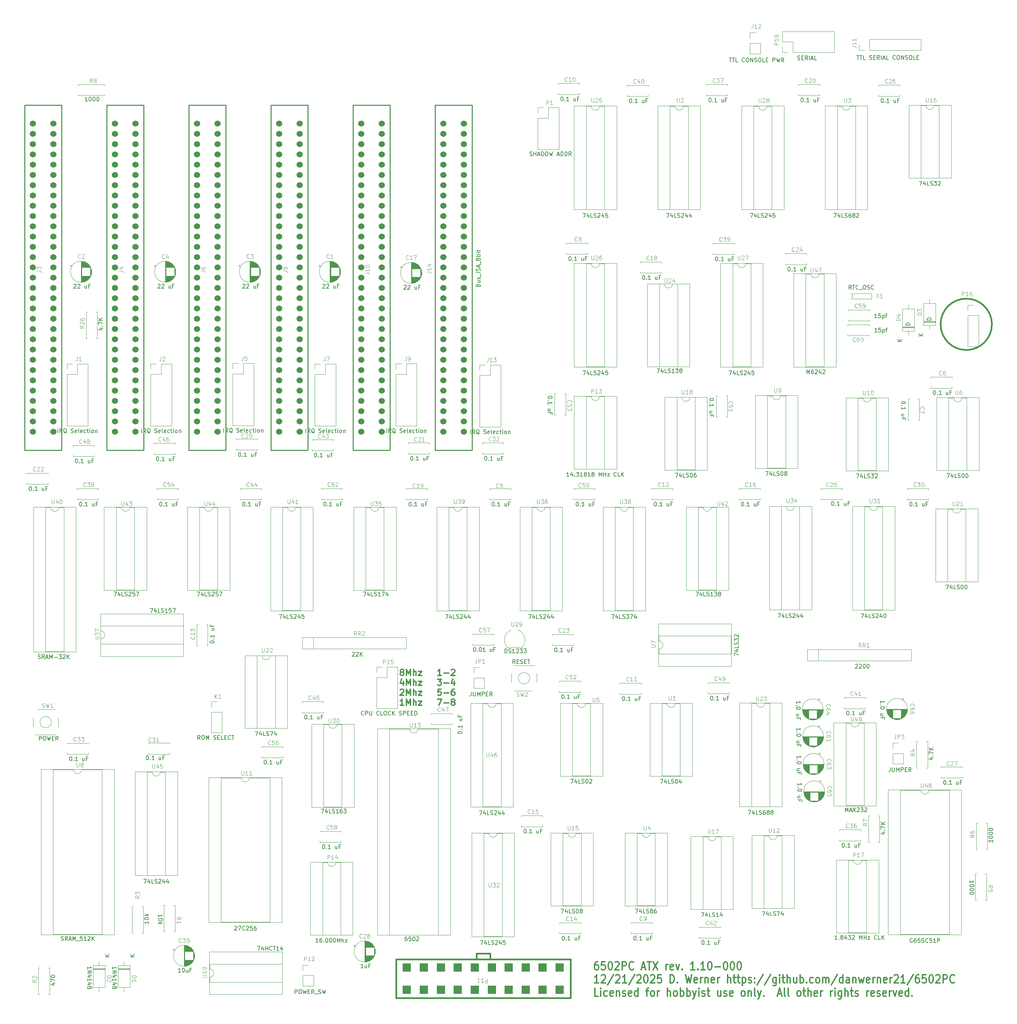
<source format=gto>
%TF.GenerationSoftware,KiCad,Pcbnew,9.0.2*%
%TF.CreationDate,2025-12-28T12:34:39-06:00*%
%TF.ProjectId,6502PC-6U,36353032-5043-42d3-9655-2e6b69636164,12/21/2025 002*%
%TF.SameCoordinates,Original*%
%TF.FileFunction,Legend,Top*%
%TF.FilePolarity,Positive*%
%FSLAX46Y46*%
G04 Gerber Fmt 4.6, Leading zero omitted, Abs format (unit mm)*
G04 Created by KiCad (PCBNEW 9.0.2) date 2025-12-28 12:34:39*
%MOMM*%
%LPD*%
G01*
G04 APERTURE LIST*
%ADD10C,0.381000*%
%ADD11C,0.304800*%
%ADD12C,0.100000*%
%ADD13C,0.150000*%
%ADD14C,0.120000*%
%ADD15C,0.254000*%
%ADD16R,2.125980X2.125980*%
%ADD17C,1.524000*%
G04 APERTURE END LIST*
D10*
X310210200Y-131267200D02*
G75*
G02*
X297510200Y-131267200I-6350000J0D01*
G01*
X297510200Y-131267200D02*
G75*
G02*
X310210200Y-131267200I6350000J0D01*
G01*
D11*
X212681659Y-288869185D02*
X212342992Y-288869185D01*
X212342992Y-288869185D02*
X212173659Y-288965947D01*
X212173659Y-288965947D02*
X212088992Y-289062709D01*
X212088992Y-289062709D02*
X211919659Y-289352995D01*
X211919659Y-289352995D02*
X211834992Y-289740043D01*
X211834992Y-289740043D02*
X211834992Y-290514138D01*
X211834992Y-290514138D02*
X211919659Y-290707662D01*
X211919659Y-290707662D02*
X212004326Y-290804424D01*
X212004326Y-290804424D02*
X212173659Y-290901185D01*
X212173659Y-290901185D02*
X212512326Y-290901185D01*
X212512326Y-290901185D02*
X212681659Y-290804424D01*
X212681659Y-290804424D02*
X212766326Y-290707662D01*
X212766326Y-290707662D02*
X212850992Y-290514138D01*
X212850992Y-290514138D02*
X212850992Y-290030328D01*
X212850992Y-290030328D02*
X212766326Y-289836804D01*
X212766326Y-289836804D02*
X212681659Y-289740043D01*
X212681659Y-289740043D02*
X212512326Y-289643281D01*
X212512326Y-289643281D02*
X212173659Y-289643281D01*
X212173659Y-289643281D02*
X212004326Y-289740043D01*
X212004326Y-289740043D02*
X211919659Y-289836804D01*
X211919659Y-289836804D02*
X211834992Y-290030328D01*
X214459659Y-288869185D02*
X213612992Y-288869185D01*
X213612992Y-288869185D02*
X213528325Y-289836804D01*
X213528325Y-289836804D02*
X213612992Y-289740043D01*
X213612992Y-289740043D02*
X213782325Y-289643281D01*
X213782325Y-289643281D02*
X214205659Y-289643281D01*
X214205659Y-289643281D02*
X214374992Y-289740043D01*
X214374992Y-289740043D02*
X214459659Y-289836804D01*
X214459659Y-289836804D02*
X214544325Y-290030328D01*
X214544325Y-290030328D02*
X214544325Y-290514138D01*
X214544325Y-290514138D02*
X214459659Y-290707662D01*
X214459659Y-290707662D02*
X214374992Y-290804424D01*
X214374992Y-290804424D02*
X214205659Y-290901185D01*
X214205659Y-290901185D02*
X213782325Y-290901185D01*
X213782325Y-290901185D02*
X213612992Y-290804424D01*
X213612992Y-290804424D02*
X213528325Y-290707662D01*
X215644992Y-288869185D02*
X215814325Y-288869185D01*
X215814325Y-288869185D02*
X215983658Y-288965947D01*
X215983658Y-288965947D02*
X216068325Y-289062709D01*
X216068325Y-289062709D02*
X216152992Y-289256233D01*
X216152992Y-289256233D02*
X216237658Y-289643281D01*
X216237658Y-289643281D02*
X216237658Y-290127090D01*
X216237658Y-290127090D02*
X216152992Y-290514138D01*
X216152992Y-290514138D02*
X216068325Y-290707662D01*
X216068325Y-290707662D02*
X215983658Y-290804424D01*
X215983658Y-290804424D02*
X215814325Y-290901185D01*
X215814325Y-290901185D02*
X215644992Y-290901185D01*
X215644992Y-290901185D02*
X215475658Y-290804424D01*
X215475658Y-290804424D02*
X215390992Y-290707662D01*
X215390992Y-290707662D02*
X215306325Y-290514138D01*
X215306325Y-290514138D02*
X215221658Y-290127090D01*
X215221658Y-290127090D02*
X215221658Y-289643281D01*
X215221658Y-289643281D02*
X215306325Y-289256233D01*
X215306325Y-289256233D02*
X215390992Y-289062709D01*
X215390992Y-289062709D02*
X215475658Y-288965947D01*
X215475658Y-288965947D02*
X215644992Y-288869185D01*
X216914991Y-289062709D02*
X216999658Y-288965947D01*
X216999658Y-288965947D02*
X217168991Y-288869185D01*
X217168991Y-288869185D02*
X217592325Y-288869185D01*
X217592325Y-288869185D02*
X217761658Y-288965947D01*
X217761658Y-288965947D02*
X217846325Y-289062709D01*
X217846325Y-289062709D02*
X217930991Y-289256233D01*
X217930991Y-289256233D02*
X217930991Y-289449757D01*
X217930991Y-289449757D02*
X217846325Y-289740043D01*
X217846325Y-289740043D02*
X216830325Y-290901185D01*
X216830325Y-290901185D02*
X217930991Y-290901185D01*
X218692991Y-290901185D02*
X218692991Y-288869185D01*
X218692991Y-288869185D02*
X219370324Y-288869185D01*
X219370324Y-288869185D02*
X219539658Y-288965947D01*
X219539658Y-288965947D02*
X219624324Y-289062709D01*
X219624324Y-289062709D02*
X219708991Y-289256233D01*
X219708991Y-289256233D02*
X219708991Y-289546519D01*
X219708991Y-289546519D02*
X219624324Y-289740043D01*
X219624324Y-289740043D02*
X219539658Y-289836804D01*
X219539658Y-289836804D02*
X219370324Y-289933566D01*
X219370324Y-289933566D02*
X218692991Y-289933566D01*
X221486991Y-290707662D02*
X221402324Y-290804424D01*
X221402324Y-290804424D02*
X221148324Y-290901185D01*
X221148324Y-290901185D02*
X220978991Y-290901185D01*
X220978991Y-290901185D02*
X220724991Y-290804424D01*
X220724991Y-290804424D02*
X220555658Y-290610900D01*
X220555658Y-290610900D02*
X220470991Y-290417376D01*
X220470991Y-290417376D02*
X220386324Y-290030328D01*
X220386324Y-290030328D02*
X220386324Y-289740043D01*
X220386324Y-289740043D02*
X220470991Y-289352995D01*
X220470991Y-289352995D02*
X220555658Y-289159471D01*
X220555658Y-289159471D02*
X220724991Y-288965947D01*
X220724991Y-288965947D02*
X220978991Y-288869185D01*
X220978991Y-288869185D02*
X221148324Y-288869185D01*
X221148324Y-288869185D02*
X221402324Y-288965947D01*
X221402324Y-288965947D02*
X221486991Y-289062709D01*
X223518991Y-290320614D02*
X224365658Y-290320614D01*
X223349658Y-290901185D02*
X223942325Y-288869185D01*
X223942325Y-288869185D02*
X224534991Y-290901185D01*
X224873658Y-288869185D02*
X225889658Y-288869185D01*
X225381658Y-290901185D02*
X225381658Y-288869185D01*
X226312992Y-288869185D02*
X227498325Y-290901185D01*
X227498325Y-288869185D02*
X226312992Y-290901185D01*
X229530325Y-290901185D02*
X229530325Y-289546519D01*
X229530325Y-289933566D02*
X229614992Y-289740043D01*
X229614992Y-289740043D02*
X229699658Y-289643281D01*
X229699658Y-289643281D02*
X229868992Y-289546519D01*
X229868992Y-289546519D02*
X230038325Y-289546519D01*
X231308325Y-290804424D02*
X231138992Y-290901185D01*
X231138992Y-290901185D02*
X230800325Y-290901185D01*
X230800325Y-290901185D02*
X230630992Y-290804424D01*
X230630992Y-290804424D02*
X230546325Y-290610900D01*
X230546325Y-290610900D02*
X230546325Y-289836804D01*
X230546325Y-289836804D02*
X230630992Y-289643281D01*
X230630992Y-289643281D02*
X230800325Y-289546519D01*
X230800325Y-289546519D02*
X231138992Y-289546519D01*
X231138992Y-289546519D02*
X231308325Y-289643281D01*
X231308325Y-289643281D02*
X231392992Y-289836804D01*
X231392992Y-289836804D02*
X231392992Y-290030328D01*
X231392992Y-290030328D02*
X230546325Y-290223852D01*
X231985659Y-289546519D02*
X232408992Y-290901185D01*
X232408992Y-290901185D02*
X232832325Y-289546519D01*
X233509659Y-290707662D02*
X233594326Y-290804424D01*
X233594326Y-290804424D02*
X233509659Y-290901185D01*
X233509659Y-290901185D02*
X233424992Y-290804424D01*
X233424992Y-290804424D02*
X233509659Y-290707662D01*
X233509659Y-290707662D02*
X233509659Y-290901185D01*
X236642326Y-290901185D02*
X235626326Y-290901185D01*
X236134326Y-290901185D02*
X236134326Y-288869185D01*
X236134326Y-288869185D02*
X235964993Y-289159471D01*
X235964993Y-289159471D02*
X235795660Y-289352995D01*
X235795660Y-289352995D02*
X235626326Y-289449757D01*
X237404326Y-290707662D02*
X237488993Y-290804424D01*
X237488993Y-290804424D02*
X237404326Y-290901185D01*
X237404326Y-290901185D02*
X237319659Y-290804424D01*
X237319659Y-290804424D02*
X237404326Y-290707662D01*
X237404326Y-290707662D02*
X237404326Y-290901185D01*
X239182326Y-290901185D02*
X238166326Y-290901185D01*
X238674326Y-290901185D02*
X238674326Y-288869185D01*
X238674326Y-288869185D02*
X238504993Y-289159471D01*
X238504993Y-289159471D02*
X238335660Y-289352995D01*
X238335660Y-289352995D02*
X238166326Y-289449757D01*
X240282993Y-288869185D02*
X240452326Y-288869185D01*
X240452326Y-288869185D02*
X240621659Y-288965947D01*
X240621659Y-288965947D02*
X240706326Y-289062709D01*
X240706326Y-289062709D02*
X240790993Y-289256233D01*
X240790993Y-289256233D02*
X240875659Y-289643281D01*
X240875659Y-289643281D02*
X240875659Y-290127090D01*
X240875659Y-290127090D02*
X240790993Y-290514138D01*
X240790993Y-290514138D02*
X240706326Y-290707662D01*
X240706326Y-290707662D02*
X240621659Y-290804424D01*
X240621659Y-290804424D02*
X240452326Y-290901185D01*
X240452326Y-290901185D02*
X240282993Y-290901185D01*
X240282993Y-290901185D02*
X240113659Y-290804424D01*
X240113659Y-290804424D02*
X240028993Y-290707662D01*
X240028993Y-290707662D02*
X239944326Y-290514138D01*
X239944326Y-290514138D02*
X239859659Y-290127090D01*
X239859659Y-290127090D02*
X239859659Y-289643281D01*
X239859659Y-289643281D02*
X239944326Y-289256233D01*
X239944326Y-289256233D02*
X240028993Y-289062709D01*
X240028993Y-289062709D02*
X240113659Y-288965947D01*
X240113659Y-288965947D02*
X240282993Y-288869185D01*
X241637659Y-290127090D02*
X242992326Y-290127090D01*
X244177659Y-288869185D02*
X244346992Y-288869185D01*
X244346992Y-288869185D02*
X244516325Y-288965947D01*
X244516325Y-288965947D02*
X244600992Y-289062709D01*
X244600992Y-289062709D02*
X244685659Y-289256233D01*
X244685659Y-289256233D02*
X244770325Y-289643281D01*
X244770325Y-289643281D02*
X244770325Y-290127090D01*
X244770325Y-290127090D02*
X244685659Y-290514138D01*
X244685659Y-290514138D02*
X244600992Y-290707662D01*
X244600992Y-290707662D02*
X244516325Y-290804424D01*
X244516325Y-290804424D02*
X244346992Y-290901185D01*
X244346992Y-290901185D02*
X244177659Y-290901185D01*
X244177659Y-290901185D02*
X244008325Y-290804424D01*
X244008325Y-290804424D02*
X243923659Y-290707662D01*
X243923659Y-290707662D02*
X243838992Y-290514138D01*
X243838992Y-290514138D02*
X243754325Y-290127090D01*
X243754325Y-290127090D02*
X243754325Y-289643281D01*
X243754325Y-289643281D02*
X243838992Y-289256233D01*
X243838992Y-289256233D02*
X243923659Y-289062709D01*
X243923659Y-289062709D02*
X244008325Y-288965947D01*
X244008325Y-288965947D02*
X244177659Y-288869185D01*
X245870992Y-288869185D02*
X246040325Y-288869185D01*
X246040325Y-288869185D02*
X246209658Y-288965947D01*
X246209658Y-288965947D02*
X246294325Y-289062709D01*
X246294325Y-289062709D02*
X246378992Y-289256233D01*
X246378992Y-289256233D02*
X246463658Y-289643281D01*
X246463658Y-289643281D02*
X246463658Y-290127090D01*
X246463658Y-290127090D02*
X246378992Y-290514138D01*
X246378992Y-290514138D02*
X246294325Y-290707662D01*
X246294325Y-290707662D02*
X246209658Y-290804424D01*
X246209658Y-290804424D02*
X246040325Y-290901185D01*
X246040325Y-290901185D02*
X245870992Y-290901185D01*
X245870992Y-290901185D02*
X245701658Y-290804424D01*
X245701658Y-290804424D02*
X245616992Y-290707662D01*
X245616992Y-290707662D02*
X245532325Y-290514138D01*
X245532325Y-290514138D02*
X245447658Y-290127090D01*
X245447658Y-290127090D02*
X245447658Y-289643281D01*
X245447658Y-289643281D02*
X245532325Y-289256233D01*
X245532325Y-289256233D02*
X245616992Y-289062709D01*
X245616992Y-289062709D02*
X245701658Y-288965947D01*
X245701658Y-288965947D02*
X245870992Y-288869185D01*
X247564325Y-288869185D02*
X247733658Y-288869185D01*
X247733658Y-288869185D02*
X247902991Y-288965947D01*
X247902991Y-288965947D02*
X247987658Y-289062709D01*
X247987658Y-289062709D02*
X248072325Y-289256233D01*
X248072325Y-289256233D02*
X248156991Y-289643281D01*
X248156991Y-289643281D02*
X248156991Y-290127090D01*
X248156991Y-290127090D02*
X248072325Y-290514138D01*
X248072325Y-290514138D02*
X247987658Y-290707662D01*
X247987658Y-290707662D02*
X247902991Y-290804424D01*
X247902991Y-290804424D02*
X247733658Y-290901185D01*
X247733658Y-290901185D02*
X247564325Y-290901185D01*
X247564325Y-290901185D02*
X247394991Y-290804424D01*
X247394991Y-290804424D02*
X247310325Y-290707662D01*
X247310325Y-290707662D02*
X247225658Y-290514138D01*
X247225658Y-290514138D02*
X247140991Y-290127090D01*
X247140991Y-290127090D02*
X247140991Y-289643281D01*
X247140991Y-289643281D02*
X247225658Y-289256233D01*
X247225658Y-289256233D02*
X247310325Y-289062709D01*
X247310325Y-289062709D02*
X247394991Y-288965947D01*
X247394991Y-288965947D02*
X247564325Y-288869185D01*
X212850992Y-294172591D02*
X211834992Y-294172591D01*
X212342992Y-294172591D02*
X212342992Y-292140591D01*
X212342992Y-292140591D02*
X212173659Y-292430877D01*
X212173659Y-292430877D02*
X212004326Y-292624401D01*
X212004326Y-292624401D02*
X211834992Y-292721163D01*
X213528325Y-292334115D02*
X213612992Y-292237353D01*
X213612992Y-292237353D02*
X213782325Y-292140591D01*
X213782325Y-292140591D02*
X214205659Y-292140591D01*
X214205659Y-292140591D02*
X214374992Y-292237353D01*
X214374992Y-292237353D02*
X214459659Y-292334115D01*
X214459659Y-292334115D02*
X214544325Y-292527639D01*
X214544325Y-292527639D02*
X214544325Y-292721163D01*
X214544325Y-292721163D02*
X214459659Y-293011449D01*
X214459659Y-293011449D02*
X213443659Y-294172591D01*
X213443659Y-294172591D02*
X214544325Y-294172591D01*
X216576325Y-292043830D02*
X215052325Y-294656401D01*
X217084325Y-292334115D02*
X217168992Y-292237353D01*
X217168992Y-292237353D02*
X217338325Y-292140591D01*
X217338325Y-292140591D02*
X217761659Y-292140591D01*
X217761659Y-292140591D02*
X217930992Y-292237353D01*
X217930992Y-292237353D02*
X218015659Y-292334115D01*
X218015659Y-292334115D02*
X218100325Y-292527639D01*
X218100325Y-292527639D02*
X218100325Y-292721163D01*
X218100325Y-292721163D02*
X218015659Y-293011449D01*
X218015659Y-293011449D02*
X216999659Y-294172591D01*
X216999659Y-294172591D02*
X218100325Y-294172591D01*
X219793658Y-294172591D02*
X218777658Y-294172591D01*
X219285658Y-294172591D02*
X219285658Y-292140591D01*
X219285658Y-292140591D02*
X219116325Y-292430877D01*
X219116325Y-292430877D02*
X218946992Y-292624401D01*
X218946992Y-292624401D02*
X218777658Y-292721163D01*
X221825658Y-292043830D02*
X220301658Y-294656401D01*
X222333658Y-292334115D02*
X222418325Y-292237353D01*
X222418325Y-292237353D02*
X222587658Y-292140591D01*
X222587658Y-292140591D02*
X223010992Y-292140591D01*
X223010992Y-292140591D02*
X223180325Y-292237353D01*
X223180325Y-292237353D02*
X223264992Y-292334115D01*
X223264992Y-292334115D02*
X223349658Y-292527639D01*
X223349658Y-292527639D02*
X223349658Y-292721163D01*
X223349658Y-292721163D02*
X223264992Y-293011449D01*
X223264992Y-293011449D02*
X222248992Y-294172591D01*
X222248992Y-294172591D02*
X223349658Y-294172591D01*
X224450325Y-292140591D02*
X224619658Y-292140591D01*
X224619658Y-292140591D02*
X224788991Y-292237353D01*
X224788991Y-292237353D02*
X224873658Y-292334115D01*
X224873658Y-292334115D02*
X224958325Y-292527639D01*
X224958325Y-292527639D02*
X225042991Y-292914687D01*
X225042991Y-292914687D02*
X225042991Y-293398496D01*
X225042991Y-293398496D02*
X224958325Y-293785544D01*
X224958325Y-293785544D02*
X224873658Y-293979068D01*
X224873658Y-293979068D02*
X224788991Y-294075830D01*
X224788991Y-294075830D02*
X224619658Y-294172591D01*
X224619658Y-294172591D02*
X224450325Y-294172591D01*
X224450325Y-294172591D02*
X224280991Y-294075830D01*
X224280991Y-294075830D02*
X224196325Y-293979068D01*
X224196325Y-293979068D02*
X224111658Y-293785544D01*
X224111658Y-293785544D02*
X224026991Y-293398496D01*
X224026991Y-293398496D02*
X224026991Y-292914687D01*
X224026991Y-292914687D02*
X224111658Y-292527639D01*
X224111658Y-292527639D02*
X224196325Y-292334115D01*
X224196325Y-292334115D02*
X224280991Y-292237353D01*
X224280991Y-292237353D02*
X224450325Y-292140591D01*
X225720324Y-292334115D02*
X225804991Y-292237353D01*
X225804991Y-292237353D02*
X225974324Y-292140591D01*
X225974324Y-292140591D02*
X226397658Y-292140591D01*
X226397658Y-292140591D02*
X226566991Y-292237353D01*
X226566991Y-292237353D02*
X226651658Y-292334115D01*
X226651658Y-292334115D02*
X226736324Y-292527639D01*
X226736324Y-292527639D02*
X226736324Y-292721163D01*
X226736324Y-292721163D02*
X226651658Y-293011449D01*
X226651658Y-293011449D02*
X225635658Y-294172591D01*
X225635658Y-294172591D02*
X226736324Y-294172591D01*
X228344991Y-292140591D02*
X227498324Y-292140591D01*
X227498324Y-292140591D02*
X227413657Y-293108210D01*
X227413657Y-293108210D02*
X227498324Y-293011449D01*
X227498324Y-293011449D02*
X227667657Y-292914687D01*
X227667657Y-292914687D02*
X228090991Y-292914687D01*
X228090991Y-292914687D02*
X228260324Y-293011449D01*
X228260324Y-293011449D02*
X228344991Y-293108210D01*
X228344991Y-293108210D02*
X228429657Y-293301734D01*
X228429657Y-293301734D02*
X228429657Y-293785544D01*
X228429657Y-293785544D02*
X228344991Y-293979068D01*
X228344991Y-293979068D02*
X228260324Y-294075830D01*
X228260324Y-294075830D02*
X228090991Y-294172591D01*
X228090991Y-294172591D02*
X227667657Y-294172591D01*
X227667657Y-294172591D02*
X227498324Y-294075830D01*
X227498324Y-294075830D02*
X227413657Y-293979068D01*
X230546324Y-294172591D02*
X230546324Y-292140591D01*
X230546324Y-292140591D02*
X230969657Y-292140591D01*
X230969657Y-292140591D02*
X231223657Y-292237353D01*
X231223657Y-292237353D02*
X231392991Y-292430877D01*
X231392991Y-292430877D02*
X231477657Y-292624401D01*
X231477657Y-292624401D02*
X231562324Y-293011449D01*
X231562324Y-293011449D02*
X231562324Y-293301734D01*
X231562324Y-293301734D02*
X231477657Y-293688782D01*
X231477657Y-293688782D02*
X231392991Y-293882306D01*
X231392991Y-293882306D02*
X231223657Y-294075830D01*
X231223657Y-294075830D02*
X230969657Y-294172591D01*
X230969657Y-294172591D02*
X230546324Y-294172591D01*
X232324324Y-293979068D02*
X232408991Y-294075830D01*
X232408991Y-294075830D02*
X232324324Y-294172591D01*
X232324324Y-294172591D02*
X232239657Y-294075830D01*
X232239657Y-294075830D02*
X232324324Y-293979068D01*
X232324324Y-293979068D02*
X232324324Y-294172591D01*
X234356325Y-292140591D02*
X234779658Y-294172591D01*
X234779658Y-294172591D02*
X235118325Y-292721163D01*
X235118325Y-292721163D02*
X235456991Y-294172591D01*
X235456991Y-294172591D02*
X235880325Y-292140591D01*
X237234991Y-294075830D02*
X237065658Y-294172591D01*
X237065658Y-294172591D02*
X236726991Y-294172591D01*
X236726991Y-294172591D02*
X236557658Y-294075830D01*
X236557658Y-294075830D02*
X236472991Y-293882306D01*
X236472991Y-293882306D02*
X236472991Y-293108210D01*
X236472991Y-293108210D02*
X236557658Y-292914687D01*
X236557658Y-292914687D02*
X236726991Y-292817925D01*
X236726991Y-292817925D02*
X237065658Y-292817925D01*
X237065658Y-292817925D02*
X237234991Y-292914687D01*
X237234991Y-292914687D02*
X237319658Y-293108210D01*
X237319658Y-293108210D02*
X237319658Y-293301734D01*
X237319658Y-293301734D02*
X236472991Y-293495258D01*
X238081658Y-294172591D02*
X238081658Y-292817925D01*
X238081658Y-293204972D02*
X238166325Y-293011449D01*
X238166325Y-293011449D02*
X238250991Y-292914687D01*
X238250991Y-292914687D02*
X238420325Y-292817925D01*
X238420325Y-292817925D02*
X238589658Y-292817925D01*
X239182325Y-292817925D02*
X239182325Y-294172591D01*
X239182325Y-293011449D02*
X239266992Y-292914687D01*
X239266992Y-292914687D02*
X239436325Y-292817925D01*
X239436325Y-292817925D02*
X239690325Y-292817925D01*
X239690325Y-292817925D02*
X239859658Y-292914687D01*
X239859658Y-292914687D02*
X239944325Y-293108210D01*
X239944325Y-293108210D02*
X239944325Y-294172591D01*
X241468325Y-294075830D02*
X241298992Y-294172591D01*
X241298992Y-294172591D02*
X240960325Y-294172591D01*
X240960325Y-294172591D02*
X240790992Y-294075830D01*
X240790992Y-294075830D02*
X240706325Y-293882306D01*
X240706325Y-293882306D02*
X240706325Y-293108210D01*
X240706325Y-293108210D02*
X240790992Y-292914687D01*
X240790992Y-292914687D02*
X240960325Y-292817925D01*
X240960325Y-292817925D02*
X241298992Y-292817925D01*
X241298992Y-292817925D02*
X241468325Y-292914687D01*
X241468325Y-292914687D02*
X241552992Y-293108210D01*
X241552992Y-293108210D02*
X241552992Y-293301734D01*
X241552992Y-293301734D02*
X240706325Y-293495258D01*
X242314992Y-294172591D02*
X242314992Y-292817925D01*
X242314992Y-293204972D02*
X242399659Y-293011449D01*
X242399659Y-293011449D02*
X242484325Y-292914687D01*
X242484325Y-292914687D02*
X242653659Y-292817925D01*
X242653659Y-292817925D02*
X242822992Y-292817925D01*
X244770326Y-294172591D02*
X244770326Y-292140591D01*
X245532326Y-294172591D02*
X245532326Y-293108210D01*
X245532326Y-293108210D02*
X245447659Y-292914687D01*
X245447659Y-292914687D02*
X245278326Y-292817925D01*
X245278326Y-292817925D02*
X245024326Y-292817925D01*
X245024326Y-292817925D02*
X244854993Y-292914687D01*
X244854993Y-292914687D02*
X244770326Y-293011449D01*
X246124993Y-292817925D02*
X246802326Y-292817925D01*
X246378993Y-292140591D02*
X246378993Y-293882306D01*
X246378993Y-293882306D02*
X246463660Y-294075830D01*
X246463660Y-294075830D02*
X246632993Y-294172591D01*
X246632993Y-294172591D02*
X246802326Y-294172591D01*
X247140993Y-292817925D02*
X247818326Y-292817925D01*
X247394993Y-292140591D02*
X247394993Y-293882306D01*
X247394993Y-293882306D02*
X247479660Y-294075830D01*
X247479660Y-294075830D02*
X247648993Y-294172591D01*
X247648993Y-294172591D02*
X247818326Y-294172591D01*
X248410993Y-292817925D02*
X248410993Y-294849925D01*
X248410993Y-292914687D02*
X248580326Y-292817925D01*
X248580326Y-292817925D02*
X248918993Y-292817925D01*
X248918993Y-292817925D02*
X249088326Y-292914687D01*
X249088326Y-292914687D02*
X249172993Y-293011449D01*
X249172993Y-293011449D02*
X249257660Y-293204972D01*
X249257660Y-293204972D02*
X249257660Y-293785544D01*
X249257660Y-293785544D02*
X249172993Y-293979068D01*
X249172993Y-293979068D02*
X249088326Y-294075830D01*
X249088326Y-294075830D02*
X248918993Y-294172591D01*
X248918993Y-294172591D02*
X248580326Y-294172591D01*
X248580326Y-294172591D02*
X248410993Y-294075830D01*
X249934993Y-294075830D02*
X250104327Y-294172591D01*
X250104327Y-294172591D02*
X250442993Y-294172591D01*
X250442993Y-294172591D02*
X250612327Y-294075830D01*
X250612327Y-294075830D02*
X250696993Y-293882306D01*
X250696993Y-293882306D02*
X250696993Y-293785544D01*
X250696993Y-293785544D02*
X250612327Y-293592020D01*
X250612327Y-293592020D02*
X250442993Y-293495258D01*
X250442993Y-293495258D02*
X250188993Y-293495258D01*
X250188993Y-293495258D02*
X250019660Y-293398496D01*
X250019660Y-293398496D02*
X249934993Y-293204972D01*
X249934993Y-293204972D02*
X249934993Y-293108210D01*
X249934993Y-293108210D02*
X250019660Y-292914687D01*
X250019660Y-292914687D02*
X250188993Y-292817925D01*
X250188993Y-292817925D02*
X250442993Y-292817925D01*
X250442993Y-292817925D02*
X250612327Y-292914687D01*
X251458993Y-293979068D02*
X251543660Y-294075830D01*
X251543660Y-294075830D02*
X251458993Y-294172591D01*
X251458993Y-294172591D02*
X251374326Y-294075830D01*
X251374326Y-294075830D02*
X251458993Y-293979068D01*
X251458993Y-293979068D02*
X251458993Y-294172591D01*
X251458993Y-292914687D02*
X251543660Y-293011449D01*
X251543660Y-293011449D02*
X251458993Y-293108210D01*
X251458993Y-293108210D02*
X251374326Y-293011449D01*
X251374326Y-293011449D02*
X251458993Y-292914687D01*
X251458993Y-292914687D02*
X251458993Y-293108210D01*
X253575660Y-292043830D02*
X252051660Y-294656401D01*
X255438327Y-292043830D02*
X253914327Y-294656401D01*
X256792994Y-292817925D02*
X256792994Y-294462877D01*
X256792994Y-294462877D02*
X256708327Y-294656401D01*
X256708327Y-294656401D02*
X256623661Y-294753163D01*
X256623661Y-294753163D02*
X256454327Y-294849925D01*
X256454327Y-294849925D02*
X256200327Y-294849925D01*
X256200327Y-294849925D02*
X256030994Y-294753163D01*
X256792994Y-294075830D02*
X256623661Y-294172591D01*
X256623661Y-294172591D02*
X256284994Y-294172591D01*
X256284994Y-294172591D02*
X256115661Y-294075830D01*
X256115661Y-294075830D02*
X256030994Y-293979068D01*
X256030994Y-293979068D02*
X255946327Y-293785544D01*
X255946327Y-293785544D02*
X255946327Y-293204972D01*
X255946327Y-293204972D02*
X256030994Y-293011449D01*
X256030994Y-293011449D02*
X256115661Y-292914687D01*
X256115661Y-292914687D02*
X256284994Y-292817925D01*
X256284994Y-292817925D02*
X256623661Y-292817925D01*
X256623661Y-292817925D02*
X256792994Y-292914687D01*
X257639661Y-294172591D02*
X257639661Y-292817925D01*
X257639661Y-292140591D02*
X257554994Y-292237353D01*
X257554994Y-292237353D02*
X257639661Y-292334115D01*
X257639661Y-292334115D02*
X257724328Y-292237353D01*
X257724328Y-292237353D02*
X257639661Y-292140591D01*
X257639661Y-292140591D02*
X257639661Y-292334115D01*
X258232328Y-292817925D02*
X258909661Y-292817925D01*
X258486328Y-292140591D02*
X258486328Y-293882306D01*
X258486328Y-293882306D02*
X258570995Y-294075830D01*
X258570995Y-294075830D02*
X258740328Y-294172591D01*
X258740328Y-294172591D02*
X258909661Y-294172591D01*
X259502328Y-294172591D02*
X259502328Y-292140591D01*
X260264328Y-294172591D02*
X260264328Y-293108210D01*
X260264328Y-293108210D02*
X260179661Y-292914687D01*
X260179661Y-292914687D02*
X260010328Y-292817925D01*
X260010328Y-292817925D02*
X259756328Y-292817925D01*
X259756328Y-292817925D02*
X259586995Y-292914687D01*
X259586995Y-292914687D02*
X259502328Y-293011449D01*
X261872995Y-292817925D02*
X261872995Y-294172591D01*
X261110995Y-292817925D02*
X261110995Y-293882306D01*
X261110995Y-293882306D02*
X261195662Y-294075830D01*
X261195662Y-294075830D02*
X261364995Y-294172591D01*
X261364995Y-294172591D02*
X261618995Y-294172591D01*
X261618995Y-294172591D02*
X261788328Y-294075830D01*
X261788328Y-294075830D02*
X261872995Y-293979068D01*
X262719662Y-294172591D02*
X262719662Y-292140591D01*
X262719662Y-292914687D02*
X262888995Y-292817925D01*
X262888995Y-292817925D02*
X263227662Y-292817925D01*
X263227662Y-292817925D02*
X263396995Y-292914687D01*
X263396995Y-292914687D02*
X263481662Y-293011449D01*
X263481662Y-293011449D02*
X263566329Y-293204972D01*
X263566329Y-293204972D02*
X263566329Y-293785544D01*
X263566329Y-293785544D02*
X263481662Y-293979068D01*
X263481662Y-293979068D02*
X263396995Y-294075830D01*
X263396995Y-294075830D02*
X263227662Y-294172591D01*
X263227662Y-294172591D02*
X262888995Y-294172591D01*
X262888995Y-294172591D02*
X262719662Y-294075830D01*
X264328329Y-293979068D02*
X264412996Y-294075830D01*
X264412996Y-294075830D02*
X264328329Y-294172591D01*
X264328329Y-294172591D02*
X264243662Y-294075830D01*
X264243662Y-294075830D02*
X264328329Y-293979068D01*
X264328329Y-293979068D02*
X264328329Y-294172591D01*
X265936996Y-294075830D02*
X265767663Y-294172591D01*
X265767663Y-294172591D02*
X265428996Y-294172591D01*
X265428996Y-294172591D02*
X265259663Y-294075830D01*
X265259663Y-294075830D02*
X265174996Y-293979068D01*
X265174996Y-293979068D02*
X265090329Y-293785544D01*
X265090329Y-293785544D02*
X265090329Y-293204972D01*
X265090329Y-293204972D02*
X265174996Y-293011449D01*
X265174996Y-293011449D02*
X265259663Y-292914687D01*
X265259663Y-292914687D02*
X265428996Y-292817925D01*
X265428996Y-292817925D02*
X265767663Y-292817925D01*
X265767663Y-292817925D02*
X265936996Y-292914687D01*
X266952996Y-294172591D02*
X266783663Y-294075830D01*
X266783663Y-294075830D02*
X266698996Y-293979068D01*
X266698996Y-293979068D02*
X266614329Y-293785544D01*
X266614329Y-293785544D02*
X266614329Y-293204972D01*
X266614329Y-293204972D02*
X266698996Y-293011449D01*
X266698996Y-293011449D02*
X266783663Y-292914687D01*
X266783663Y-292914687D02*
X266952996Y-292817925D01*
X266952996Y-292817925D02*
X267206996Y-292817925D01*
X267206996Y-292817925D02*
X267376329Y-292914687D01*
X267376329Y-292914687D02*
X267460996Y-293011449D01*
X267460996Y-293011449D02*
X267545663Y-293204972D01*
X267545663Y-293204972D02*
X267545663Y-293785544D01*
X267545663Y-293785544D02*
X267460996Y-293979068D01*
X267460996Y-293979068D02*
X267376329Y-294075830D01*
X267376329Y-294075830D02*
X267206996Y-294172591D01*
X267206996Y-294172591D02*
X266952996Y-294172591D01*
X268307663Y-294172591D02*
X268307663Y-292817925D01*
X268307663Y-293011449D02*
X268392330Y-292914687D01*
X268392330Y-292914687D02*
X268561663Y-292817925D01*
X268561663Y-292817925D02*
X268815663Y-292817925D01*
X268815663Y-292817925D02*
X268984996Y-292914687D01*
X268984996Y-292914687D02*
X269069663Y-293108210D01*
X269069663Y-293108210D02*
X269069663Y-294172591D01*
X269069663Y-293108210D02*
X269154330Y-292914687D01*
X269154330Y-292914687D02*
X269323663Y-292817925D01*
X269323663Y-292817925D02*
X269577663Y-292817925D01*
X269577663Y-292817925D02*
X269746996Y-292914687D01*
X269746996Y-292914687D02*
X269831663Y-293108210D01*
X269831663Y-293108210D02*
X269831663Y-294172591D01*
X271948330Y-292043830D02*
X270424330Y-294656401D01*
X273302997Y-294172591D02*
X273302997Y-292140591D01*
X273302997Y-294075830D02*
X273133664Y-294172591D01*
X273133664Y-294172591D02*
X272794997Y-294172591D01*
X272794997Y-294172591D02*
X272625664Y-294075830D01*
X272625664Y-294075830D02*
X272540997Y-293979068D01*
X272540997Y-293979068D02*
X272456330Y-293785544D01*
X272456330Y-293785544D02*
X272456330Y-293204972D01*
X272456330Y-293204972D02*
X272540997Y-293011449D01*
X272540997Y-293011449D02*
X272625664Y-292914687D01*
X272625664Y-292914687D02*
X272794997Y-292817925D01*
X272794997Y-292817925D02*
X273133664Y-292817925D01*
X273133664Y-292817925D02*
X273302997Y-292914687D01*
X274911664Y-294172591D02*
X274911664Y-293108210D01*
X274911664Y-293108210D02*
X274826997Y-292914687D01*
X274826997Y-292914687D02*
X274657664Y-292817925D01*
X274657664Y-292817925D02*
X274318997Y-292817925D01*
X274318997Y-292817925D02*
X274149664Y-292914687D01*
X274911664Y-294075830D02*
X274742331Y-294172591D01*
X274742331Y-294172591D02*
X274318997Y-294172591D01*
X274318997Y-294172591D02*
X274149664Y-294075830D01*
X274149664Y-294075830D02*
X274064997Y-293882306D01*
X274064997Y-293882306D02*
X274064997Y-293688782D01*
X274064997Y-293688782D02*
X274149664Y-293495258D01*
X274149664Y-293495258D02*
X274318997Y-293398496D01*
X274318997Y-293398496D02*
X274742331Y-293398496D01*
X274742331Y-293398496D02*
X274911664Y-293301734D01*
X275758331Y-292817925D02*
X275758331Y-294172591D01*
X275758331Y-293011449D02*
X275842998Y-292914687D01*
X275842998Y-292914687D02*
X276012331Y-292817925D01*
X276012331Y-292817925D02*
X276266331Y-292817925D01*
X276266331Y-292817925D02*
X276435664Y-292914687D01*
X276435664Y-292914687D02*
X276520331Y-293108210D01*
X276520331Y-293108210D02*
X276520331Y-294172591D01*
X277197665Y-292817925D02*
X277536331Y-294172591D01*
X277536331Y-294172591D02*
X277874998Y-293204972D01*
X277874998Y-293204972D02*
X278213665Y-294172591D01*
X278213665Y-294172591D02*
X278552331Y-292817925D01*
X279906998Y-294075830D02*
X279737665Y-294172591D01*
X279737665Y-294172591D02*
X279398998Y-294172591D01*
X279398998Y-294172591D02*
X279229665Y-294075830D01*
X279229665Y-294075830D02*
X279144998Y-293882306D01*
X279144998Y-293882306D02*
X279144998Y-293108210D01*
X279144998Y-293108210D02*
X279229665Y-292914687D01*
X279229665Y-292914687D02*
X279398998Y-292817925D01*
X279398998Y-292817925D02*
X279737665Y-292817925D01*
X279737665Y-292817925D02*
X279906998Y-292914687D01*
X279906998Y-292914687D02*
X279991665Y-293108210D01*
X279991665Y-293108210D02*
X279991665Y-293301734D01*
X279991665Y-293301734D02*
X279144998Y-293495258D01*
X280753665Y-294172591D02*
X280753665Y-292817925D01*
X280753665Y-293204972D02*
X280838332Y-293011449D01*
X280838332Y-293011449D02*
X280922998Y-292914687D01*
X280922998Y-292914687D02*
X281092332Y-292817925D01*
X281092332Y-292817925D02*
X281261665Y-292817925D01*
X281854332Y-292817925D02*
X281854332Y-294172591D01*
X281854332Y-293011449D02*
X281938999Y-292914687D01*
X281938999Y-292914687D02*
X282108332Y-292817925D01*
X282108332Y-292817925D02*
X282362332Y-292817925D01*
X282362332Y-292817925D02*
X282531665Y-292914687D01*
X282531665Y-292914687D02*
X282616332Y-293108210D01*
X282616332Y-293108210D02*
X282616332Y-294172591D01*
X284140332Y-294075830D02*
X283970999Y-294172591D01*
X283970999Y-294172591D02*
X283632332Y-294172591D01*
X283632332Y-294172591D02*
X283462999Y-294075830D01*
X283462999Y-294075830D02*
X283378332Y-293882306D01*
X283378332Y-293882306D02*
X283378332Y-293108210D01*
X283378332Y-293108210D02*
X283462999Y-292914687D01*
X283462999Y-292914687D02*
X283632332Y-292817925D01*
X283632332Y-292817925D02*
X283970999Y-292817925D01*
X283970999Y-292817925D02*
X284140332Y-292914687D01*
X284140332Y-292914687D02*
X284224999Y-293108210D01*
X284224999Y-293108210D02*
X284224999Y-293301734D01*
X284224999Y-293301734D02*
X283378332Y-293495258D01*
X284986999Y-294172591D02*
X284986999Y-292817925D01*
X284986999Y-293204972D02*
X285071666Y-293011449D01*
X285071666Y-293011449D02*
X285156332Y-292914687D01*
X285156332Y-292914687D02*
X285325666Y-292817925D01*
X285325666Y-292817925D02*
X285494999Y-292817925D01*
X286002999Y-292334115D02*
X286087666Y-292237353D01*
X286087666Y-292237353D02*
X286256999Y-292140591D01*
X286256999Y-292140591D02*
X286680333Y-292140591D01*
X286680333Y-292140591D02*
X286849666Y-292237353D01*
X286849666Y-292237353D02*
X286934333Y-292334115D01*
X286934333Y-292334115D02*
X287018999Y-292527639D01*
X287018999Y-292527639D02*
X287018999Y-292721163D01*
X287018999Y-292721163D02*
X286934333Y-293011449D01*
X286934333Y-293011449D02*
X285918333Y-294172591D01*
X285918333Y-294172591D02*
X287018999Y-294172591D01*
X288712332Y-294172591D02*
X287696332Y-294172591D01*
X288204332Y-294172591D02*
X288204332Y-292140591D01*
X288204332Y-292140591D02*
X288034999Y-292430877D01*
X288034999Y-292430877D02*
X287865666Y-292624401D01*
X287865666Y-292624401D02*
X287696332Y-292721163D01*
X290744332Y-292043830D02*
X289220332Y-294656401D01*
X292098999Y-292140591D02*
X291760332Y-292140591D01*
X291760332Y-292140591D02*
X291590999Y-292237353D01*
X291590999Y-292237353D02*
X291506332Y-292334115D01*
X291506332Y-292334115D02*
X291336999Y-292624401D01*
X291336999Y-292624401D02*
X291252332Y-293011449D01*
X291252332Y-293011449D02*
X291252332Y-293785544D01*
X291252332Y-293785544D02*
X291336999Y-293979068D01*
X291336999Y-293979068D02*
X291421666Y-294075830D01*
X291421666Y-294075830D02*
X291590999Y-294172591D01*
X291590999Y-294172591D02*
X291929666Y-294172591D01*
X291929666Y-294172591D02*
X292098999Y-294075830D01*
X292098999Y-294075830D02*
X292183666Y-293979068D01*
X292183666Y-293979068D02*
X292268332Y-293785544D01*
X292268332Y-293785544D02*
X292268332Y-293301734D01*
X292268332Y-293301734D02*
X292183666Y-293108210D01*
X292183666Y-293108210D02*
X292098999Y-293011449D01*
X292098999Y-293011449D02*
X291929666Y-292914687D01*
X291929666Y-292914687D02*
X291590999Y-292914687D01*
X291590999Y-292914687D02*
X291421666Y-293011449D01*
X291421666Y-293011449D02*
X291336999Y-293108210D01*
X291336999Y-293108210D02*
X291252332Y-293301734D01*
X293876999Y-292140591D02*
X293030332Y-292140591D01*
X293030332Y-292140591D02*
X292945665Y-293108210D01*
X292945665Y-293108210D02*
X293030332Y-293011449D01*
X293030332Y-293011449D02*
X293199665Y-292914687D01*
X293199665Y-292914687D02*
X293622999Y-292914687D01*
X293622999Y-292914687D02*
X293792332Y-293011449D01*
X293792332Y-293011449D02*
X293876999Y-293108210D01*
X293876999Y-293108210D02*
X293961665Y-293301734D01*
X293961665Y-293301734D02*
X293961665Y-293785544D01*
X293961665Y-293785544D02*
X293876999Y-293979068D01*
X293876999Y-293979068D02*
X293792332Y-294075830D01*
X293792332Y-294075830D02*
X293622999Y-294172591D01*
X293622999Y-294172591D02*
X293199665Y-294172591D01*
X293199665Y-294172591D02*
X293030332Y-294075830D01*
X293030332Y-294075830D02*
X292945665Y-293979068D01*
X295062332Y-292140591D02*
X295231665Y-292140591D01*
X295231665Y-292140591D02*
X295400998Y-292237353D01*
X295400998Y-292237353D02*
X295485665Y-292334115D01*
X295485665Y-292334115D02*
X295570332Y-292527639D01*
X295570332Y-292527639D02*
X295654998Y-292914687D01*
X295654998Y-292914687D02*
X295654998Y-293398496D01*
X295654998Y-293398496D02*
X295570332Y-293785544D01*
X295570332Y-293785544D02*
X295485665Y-293979068D01*
X295485665Y-293979068D02*
X295400998Y-294075830D01*
X295400998Y-294075830D02*
X295231665Y-294172591D01*
X295231665Y-294172591D02*
X295062332Y-294172591D01*
X295062332Y-294172591D02*
X294892998Y-294075830D01*
X294892998Y-294075830D02*
X294808332Y-293979068D01*
X294808332Y-293979068D02*
X294723665Y-293785544D01*
X294723665Y-293785544D02*
X294638998Y-293398496D01*
X294638998Y-293398496D02*
X294638998Y-292914687D01*
X294638998Y-292914687D02*
X294723665Y-292527639D01*
X294723665Y-292527639D02*
X294808332Y-292334115D01*
X294808332Y-292334115D02*
X294892998Y-292237353D01*
X294892998Y-292237353D02*
X295062332Y-292140591D01*
X296332331Y-292334115D02*
X296416998Y-292237353D01*
X296416998Y-292237353D02*
X296586331Y-292140591D01*
X296586331Y-292140591D02*
X297009665Y-292140591D01*
X297009665Y-292140591D02*
X297178998Y-292237353D01*
X297178998Y-292237353D02*
X297263665Y-292334115D01*
X297263665Y-292334115D02*
X297348331Y-292527639D01*
X297348331Y-292527639D02*
X297348331Y-292721163D01*
X297348331Y-292721163D02*
X297263665Y-293011449D01*
X297263665Y-293011449D02*
X296247665Y-294172591D01*
X296247665Y-294172591D02*
X297348331Y-294172591D01*
X298110331Y-294172591D02*
X298110331Y-292140591D01*
X298110331Y-292140591D02*
X298787664Y-292140591D01*
X298787664Y-292140591D02*
X298956998Y-292237353D01*
X298956998Y-292237353D02*
X299041664Y-292334115D01*
X299041664Y-292334115D02*
X299126331Y-292527639D01*
X299126331Y-292527639D02*
X299126331Y-292817925D01*
X299126331Y-292817925D02*
X299041664Y-293011449D01*
X299041664Y-293011449D02*
X298956998Y-293108210D01*
X298956998Y-293108210D02*
X298787664Y-293204972D01*
X298787664Y-293204972D02*
X298110331Y-293204972D01*
X300904331Y-293979068D02*
X300819664Y-294075830D01*
X300819664Y-294075830D02*
X300565664Y-294172591D01*
X300565664Y-294172591D02*
X300396331Y-294172591D01*
X300396331Y-294172591D02*
X300142331Y-294075830D01*
X300142331Y-294075830D02*
X299972998Y-293882306D01*
X299972998Y-293882306D02*
X299888331Y-293688782D01*
X299888331Y-293688782D02*
X299803664Y-293301734D01*
X299803664Y-293301734D02*
X299803664Y-293011449D01*
X299803664Y-293011449D02*
X299888331Y-292624401D01*
X299888331Y-292624401D02*
X299972998Y-292430877D01*
X299972998Y-292430877D02*
X300142331Y-292237353D01*
X300142331Y-292237353D02*
X300396331Y-292140591D01*
X300396331Y-292140591D02*
X300565664Y-292140591D01*
X300565664Y-292140591D02*
X300819664Y-292237353D01*
X300819664Y-292237353D02*
X300904331Y-292334115D01*
X212766326Y-297443997D02*
X211919659Y-297443997D01*
X211919659Y-297443997D02*
X211919659Y-295411997D01*
X213358992Y-297443997D02*
X213358992Y-296089331D01*
X213358992Y-295411997D02*
X213274325Y-295508759D01*
X213274325Y-295508759D02*
X213358992Y-295605521D01*
X213358992Y-295605521D02*
X213443659Y-295508759D01*
X213443659Y-295508759D02*
X213358992Y-295411997D01*
X213358992Y-295411997D02*
X213358992Y-295605521D01*
X214967659Y-297347236D02*
X214798326Y-297443997D01*
X214798326Y-297443997D02*
X214459659Y-297443997D01*
X214459659Y-297443997D02*
X214290326Y-297347236D01*
X214290326Y-297347236D02*
X214205659Y-297250474D01*
X214205659Y-297250474D02*
X214120992Y-297056950D01*
X214120992Y-297056950D02*
X214120992Y-296476378D01*
X214120992Y-296476378D02*
X214205659Y-296282855D01*
X214205659Y-296282855D02*
X214290326Y-296186093D01*
X214290326Y-296186093D02*
X214459659Y-296089331D01*
X214459659Y-296089331D02*
X214798326Y-296089331D01*
X214798326Y-296089331D02*
X214967659Y-296186093D01*
X216406992Y-297347236D02*
X216237659Y-297443997D01*
X216237659Y-297443997D02*
X215898992Y-297443997D01*
X215898992Y-297443997D02*
X215729659Y-297347236D01*
X215729659Y-297347236D02*
X215644992Y-297153712D01*
X215644992Y-297153712D02*
X215644992Y-296379616D01*
X215644992Y-296379616D02*
X215729659Y-296186093D01*
X215729659Y-296186093D02*
X215898992Y-296089331D01*
X215898992Y-296089331D02*
X216237659Y-296089331D01*
X216237659Y-296089331D02*
X216406992Y-296186093D01*
X216406992Y-296186093D02*
X216491659Y-296379616D01*
X216491659Y-296379616D02*
X216491659Y-296573140D01*
X216491659Y-296573140D02*
X215644992Y-296766664D01*
X217253659Y-296089331D02*
X217253659Y-297443997D01*
X217253659Y-296282855D02*
X217338326Y-296186093D01*
X217338326Y-296186093D02*
X217507659Y-296089331D01*
X217507659Y-296089331D02*
X217761659Y-296089331D01*
X217761659Y-296089331D02*
X217930992Y-296186093D01*
X217930992Y-296186093D02*
X218015659Y-296379616D01*
X218015659Y-296379616D02*
X218015659Y-297443997D01*
X218777659Y-297347236D02*
X218946993Y-297443997D01*
X218946993Y-297443997D02*
X219285659Y-297443997D01*
X219285659Y-297443997D02*
X219454993Y-297347236D01*
X219454993Y-297347236D02*
X219539659Y-297153712D01*
X219539659Y-297153712D02*
X219539659Y-297056950D01*
X219539659Y-297056950D02*
X219454993Y-296863426D01*
X219454993Y-296863426D02*
X219285659Y-296766664D01*
X219285659Y-296766664D02*
X219031659Y-296766664D01*
X219031659Y-296766664D02*
X218862326Y-296669902D01*
X218862326Y-296669902D02*
X218777659Y-296476378D01*
X218777659Y-296476378D02*
X218777659Y-296379616D01*
X218777659Y-296379616D02*
X218862326Y-296186093D01*
X218862326Y-296186093D02*
X219031659Y-296089331D01*
X219031659Y-296089331D02*
X219285659Y-296089331D01*
X219285659Y-296089331D02*
X219454993Y-296186093D01*
X220978992Y-297347236D02*
X220809659Y-297443997D01*
X220809659Y-297443997D02*
X220470992Y-297443997D01*
X220470992Y-297443997D02*
X220301659Y-297347236D01*
X220301659Y-297347236D02*
X220216992Y-297153712D01*
X220216992Y-297153712D02*
X220216992Y-296379616D01*
X220216992Y-296379616D02*
X220301659Y-296186093D01*
X220301659Y-296186093D02*
X220470992Y-296089331D01*
X220470992Y-296089331D02*
X220809659Y-296089331D01*
X220809659Y-296089331D02*
X220978992Y-296186093D01*
X220978992Y-296186093D02*
X221063659Y-296379616D01*
X221063659Y-296379616D02*
X221063659Y-296573140D01*
X221063659Y-296573140D02*
X220216992Y-296766664D01*
X222587659Y-297443997D02*
X222587659Y-295411997D01*
X222587659Y-297347236D02*
X222418326Y-297443997D01*
X222418326Y-297443997D02*
X222079659Y-297443997D01*
X222079659Y-297443997D02*
X221910326Y-297347236D01*
X221910326Y-297347236D02*
X221825659Y-297250474D01*
X221825659Y-297250474D02*
X221740992Y-297056950D01*
X221740992Y-297056950D02*
X221740992Y-296476378D01*
X221740992Y-296476378D02*
X221825659Y-296282855D01*
X221825659Y-296282855D02*
X221910326Y-296186093D01*
X221910326Y-296186093D02*
X222079659Y-296089331D01*
X222079659Y-296089331D02*
X222418326Y-296089331D01*
X222418326Y-296089331D02*
X222587659Y-296186093D01*
X224534993Y-296089331D02*
X225212326Y-296089331D01*
X224788993Y-297443997D02*
X224788993Y-295702283D01*
X224788993Y-295702283D02*
X224873660Y-295508759D01*
X224873660Y-295508759D02*
X225042993Y-295411997D01*
X225042993Y-295411997D02*
X225212326Y-295411997D01*
X226058993Y-297443997D02*
X225889660Y-297347236D01*
X225889660Y-297347236D02*
X225804993Y-297250474D01*
X225804993Y-297250474D02*
X225720326Y-297056950D01*
X225720326Y-297056950D02*
X225720326Y-296476378D01*
X225720326Y-296476378D02*
X225804993Y-296282855D01*
X225804993Y-296282855D02*
X225889660Y-296186093D01*
X225889660Y-296186093D02*
X226058993Y-296089331D01*
X226058993Y-296089331D02*
X226312993Y-296089331D01*
X226312993Y-296089331D02*
X226482326Y-296186093D01*
X226482326Y-296186093D02*
X226566993Y-296282855D01*
X226566993Y-296282855D02*
X226651660Y-296476378D01*
X226651660Y-296476378D02*
X226651660Y-297056950D01*
X226651660Y-297056950D02*
X226566993Y-297250474D01*
X226566993Y-297250474D02*
X226482326Y-297347236D01*
X226482326Y-297347236D02*
X226312993Y-297443997D01*
X226312993Y-297443997D02*
X226058993Y-297443997D01*
X227413660Y-297443997D02*
X227413660Y-296089331D01*
X227413660Y-296476378D02*
X227498327Y-296282855D01*
X227498327Y-296282855D02*
X227582993Y-296186093D01*
X227582993Y-296186093D02*
X227752327Y-296089331D01*
X227752327Y-296089331D02*
X227921660Y-296089331D01*
X229868994Y-297443997D02*
X229868994Y-295411997D01*
X230630994Y-297443997D02*
X230630994Y-296379616D01*
X230630994Y-296379616D02*
X230546327Y-296186093D01*
X230546327Y-296186093D02*
X230376994Y-296089331D01*
X230376994Y-296089331D02*
X230122994Y-296089331D01*
X230122994Y-296089331D02*
X229953661Y-296186093D01*
X229953661Y-296186093D02*
X229868994Y-296282855D01*
X231731661Y-297443997D02*
X231562328Y-297347236D01*
X231562328Y-297347236D02*
X231477661Y-297250474D01*
X231477661Y-297250474D02*
X231392994Y-297056950D01*
X231392994Y-297056950D02*
X231392994Y-296476378D01*
X231392994Y-296476378D02*
X231477661Y-296282855D01*
X231477661Y-296282855D02*
X231562328Y-296186093D01*
X231562328Y-296186093D02*
X231731661Y-296089331D01*
X231731661Y-296089331D02*
X231985661Y-296089331D01*
X231985661Y-296089331D02*
X232154994Y-296186093D01*
X232154994Y-296186093D02*
X232239661Y-296282855D01*
X232239661Y-296282855D02*
X232324328Y-296476378D01*
X232324328Y-296476378D02*
X232324328Y-297056950D01*
X232324328Y-297056950D02*
X232239661Y-297250474D01*
X232239661Y-297250474D02*
X232154994Y-297347236D01*
X232154994Y-297347236D02*
X231985661Y-297443997D01*
X231985661Y-297443997D02*
X231731661Y-297443997D01*
X233086328Y-297443997D02*
X233086328Y-295411997D01*
X233086328Y-296186093D02*
X233255661Y-296089331D01*
X233255661Y-296089331D02*
X233594328Y-296089331D01*
X233594328Y-296089331D02*
X233763661Y-296186093D01*
X233763661Y-296186093D02*
X233848328Y-296282855D01*
X233848328Y-296282855D02*
X233932995Y-296476378D01*
X233932995Y-296476378D02*
X233932995Y-297056950D01*
X233932995Y-297056950D02*
X233848328Y-297250474D01*
X233848328Y-297250474D02*
X233763661Y-297347236D01*
X233763661Y-297347236D02*
X233594328Y-297443997D01*
X233594328Y-297443997D02*
X233255661Y-297443997D01*
X233255661Y-297443997D02*
X233086328Y-297347236D01*
X234694995Y-297443997D02*
X234694995Y-295411997D01*
X234694995Y-296186093D02*
X234864328Y-296089331D01*
X234864328Y-296089331D02*
X235202995Y-296089331D01*
X235202995Y-296089331D02*
X235372328Y-296186093D01*
X235372328Y-296186093D02*
X235456995Y-296282855D01*
X235456995Y-296282855D02*
X235541662Y-296476378D01*
X235541662Y-296476378D02*
X235541662Y-297056950D01*
X235541662Y-297056950D02*
X235456995Y-297250474D01*
X235456995Y-297250474D02*
X235372328Y-297347236D01*
X235372328Y-297347236D02*
X235202995Y-297443997D01*
X235202995Y-297443997D02*
X234864328Y-297443997D01*
X234864328Y-297443997D02*
X234694995Y-297347236D01*
X236134329Y-296089331D02*
X236557662Y-297443997D01*
X236980995Y-296089331D02*
X236557662Y-297443997D01*
X236557662Y-297443997D02*
X236388329Y-297927807D01*
X236388329Y-297927807D02*
X236303662Y-298024569D01*
X236303662Y-298024569D02*
X236134329Y-298121331D01*
X237658329Y-297443997D02*
X237658329Y-296089331D01*
X237658329Y-295411997D02*
X237573662Y-295508759D01*
X237573662Y-295508759D02*
X237658329Y-295605521D01*
X237658329Y-295605521D02*
X237742996Y-295508759D01*
X237742996Y-295508759D02*
X237658329Y-295411997D01*
X237658329Y-295411997D02*
X237658329Y-295605521D01*
X238420329Y-297347236D02*
X238589663Y-297443997D01*
X238589663Y-297443997D02*
X238928329Y-297443997D01*
X238928329Y-297443997D02*
X239097663Y-297347236D01*
X239097663Y-297347236D02*
X239182329Y-297153712D01*
X239182329Y-297153712D02*
X239182329Y-297056950D01*
X239182329Y-297056950D02*
X239097663Y-296863426D01*
X239097663Y-296863426D02*
X238928329Y-296766664D01*
X238928329Y-296766664D02*
X238674329Y-296766664D01*
X238674329Y-296766664D02*
X238504996Y-296669902D01*
X238504996Y-296669902D02*
X238420329Y-296476378D01*
X238420329Y-296476378D02*
X238420329Y-296379616D01*
X238420329Y-296379616D02*
X238504996Y-296186093D01*
X238504996Y-296186093D02*
X238674329Y-296089331D01*
X238674329Y-296089331D02*
X238928329Y-296089331D01*
X238928329Y-296089331D02*
X239097663Y-296186093D01*
X239690329Y-296089331D02*
X240367662Y-296089331D01*
X239944329Y-295411997D02*
X239944329Y-297153712D01*
X239944329Y-297153712D02*
X240028996Y-297347236D01*
X240028996Y-297347236D02*
X240198329Y-297443997D01*
X240198329Y-297443997D02*
X240367662Y-297443997D01*
X243076996Y-296089331D02*
X243076996Y-297443997D01*
X242314996Y-296089331D02*
X242314996Y-297153712D01*
X242314996Y-297153712D02*
X242399663Y-297347236D01*
X242399663Y-297347236D02*
X242568996Y-297443997D01*
X242568996Y-297443997D02*
X242822996Y-297443997D01*
X242822996Y-297443997D02*
X242992329Y-297347236D01*
X242992329Y-297347236D02*
X243076996Y-297250474D01*
X243838996Y-297347236D02*
X244008330Y-297443997D01*
X244008330Y-297443997D02*
X244346996Y-297443997D01*
X244346996Y-297443997D02*
X244516330Y-297347236D01*
X244516330Y-297347236D02*
X244600996Y-297153712D01*
X244600996Y-297153712D02*
X244600996Y-297056950D01*
X244600996Y-297056950D02*
X244516330Y-296863426D01*
X244516330Y-296863426D02*
X244346996Y-296766664D01*
X244346996Y-296766664D02*
X244092996Y-296766664D01*
X244092996Y-296766664D02*
X243923663Y-296669902D01*
X243923663Y-296669902D02*
X243838996Y-296476378D01*
X243838996Y-296476378D02*
X243838996Y-296379616D01*
X243838996Y-296379616D02*
X243923663Y-296186093D01*
X243923663Y-296186093D02*
X244092996Y-296089331D01*
X244092996Y-296089331D02*
X244346996Y-296089331D01*
X244346996Y-296089331D02*
X244516330Y-296186093D01*
X246040329Y-297347236D02*
X245870996Y-297443997D01*
X245870996Y-297443997D02*
X245532329Y-297443997D01*
X245532329Y-297443997D02*
X245362996Y-297347236D01*
X245362996Y-297347236D02*
X245278329Y-297153712D01*
X245278329Y-297153712D02*
X245278329Y-296379616D01*
X245278329Y-296379616D02*
X245362996Y-296186093D01*
X245362996Y-296186093D02*
X245532329Y-296089331D01*
X245532329Y-296089331D02*
X245870996Y-296089331D01*
X245870996Y-296089331D02*
X246040329Y-296186093D01*
X246040329Y-296186093D02*
X246124996Y-296379616D01*
X246124996Y-296379616D02*
X246124996Y-296573140D01*
X246124996Y-296573140D02*
X245278329Y-296766664D01*
X248495663Y-297443997D02*
X248326330Y-297347236D01*
X248326330Y-297347236D02*
X248241663Y-297250474D01*
X248241663Y-297250474D02*
X248156996Y-297056950D01*
X248156996Y-297056950D02*
X248156996Y-296476378D01*
X248156996Y-296476378D02*
X248241663Y-296282855D01*
X248241663Y-296282855D02*
X248326330Y-296186093D01*
X248326330Y-296186093D02*
X248495663Y-296089331D01*
X248495663Y-296089331D02*
X248749663Y-296089331D01*
X248749663Y-296089331D02*
X248918996Y-296186093D01*
X248918996Y-296186093D02*
X249003663Y-296282855D01*
X249003663Y-296282855D02*
X249088330Y-296476378D01*
X249088330Y-296476378D02*
X249088330Y-297056950D01*
X249088330Y-297056950D02*
X249003663Y-297250474D01*
X249003663Y-297250474D02*
X248918996Y-297347236D01*
X248918996Y-297347236D02*
X248749663Y-297443997D01*
X248749663Y-297443997D02*
X248495663Y-297443997D01*
X249850330Y-296089331D02*
X249850330Y-297443997D01*
X249850330Y-296282855D02*
X249934997Y-296186093D01*
X249934997Y-296186093D02*
X250104330Y-296089331D01*
X250104330Y-296089331D02*
X250358330Y-296089331D01*
X250358330Y-296089331D02*
X250527663Y-296186093D01*
X250527663Y-296186093D02*
X250612330Y-296379616D01*
X250612330Y-296379616D02*
X250612330Y-297443997D01*
X251712997Y-297443997D02*
X251543664Y-297347236D01*
X251543664Y-297347236D02*
X251458997Y-297153712D01*
X251458997Y-297153712D02*
X251458997Y-295411997D01*
X252220997Y-296089331D02*
X252644330Y-297443997D01*
X253067663Y-296089331D02*
X252644330Y-297443997D01*
X252644330Y-297443997D02*
X252474997Y-297927807D01*
X252474997Y-297927807D02*
X252390330Y-298024569D01*
X252390330Y-298024569D02*
X252220997Y-298121331D01*
X253744997Y-297250474D02*
X253829664Y-297347236D01*
X253829664Y-297347236D02*
X253744997Y-297443997D01*
X253744997Y-297443997D02*
X253660330Y-297347236D01*
X253660330Y-297347236D02*
X253744997Y-297250474D01*
X253744997Y-297250474D02*
X253744997Y-297443997D01*
X257216331Y-296863426D02*
X258062998Y-296863426D01*
X257046998Y-297443997D02*
X257639665Y-295411997D01*
X257639665Y-295411997D02*
X258232331Y-297443997D01*
X259078998Y-297443997D02*
X258909665Y-297347236D01*
X258909665Y-297347236D02*
X258824998Y-297153712D01*
X258824998Y-297153712D02*
X258824998Y-295411997D01*
X260010331Y-297443997D02*
X259840998Y-297347236D01*
X259840998Y-297347236D02*
X259756331Y-297153712D01*
X259756331Y-297153712D02*
X259756331Y-295411997D01*
X262296331Y-297443997D02*
X262126998Y-297347236D01*
X262126998Y-297347236D02*
X262042331Y-297250474D01*
X262042331Y-297250474D02*
X261957664Y-297056950D01*
X261957664Y-297056950D02*
X261957664Y-296476378D01*
X261957664Y-296476378D02*
X262042331Y-296282855D01*
X262042331Y-296282855D02*
X262126998Y-296186093D01*
X262126998Y-296186093D02*
X262296331Y-296089331D01*
X262296331Y-296089331D02*
X262550331Y-296089331D01*
X262550331Y-296089331D02*
X262719664Y-296186093D01*
X262719664Y-296186093D02*
X262804331Y-296282855D01*
X262804331Y-296282855D02*
X262888998Y-296476378D01*
X262888998Y-296476378D02*
X262888998Y-297056950D01*
X262888998Y-297056950D02*
X262804331Y-297250474D01*
X262804331Y-297250474D02*
X262719664Y-297347236D01*
X262719664Y-297347236D02*
X262550331Y-297443997D01*
X262550331Y-297443997D02*
X262296331Y-297443997D01*
X263396998Y-296089331D02*
X264074331Y-296089331D01*
X263650998Y-295411997D02*
X263650998Y-297153712D01*
X263650998Y-297153712D02*
X263735665Y-297347236D01*
X263735665Y-297347236D02*
X263904998Y-297443997D01*
X263904998Y-297443997D02*
X264074331Y-297443997D01*
X264666998Y-297443997D02*
X264666998Y-295411997D01*
X265428998Y-297443997D02*
X265428998Y-296379616D01*
X265428998Y-296379616D02*
X265344331Y-296186093D01*
X265344331Y-296186093D02*
X265174998Y-296089331D01*
X265174998Y-296089331D02*
X264920998Y-296089331D01*
X264920998Y-296089331D02*
X264751665Y-296186093D01*
X264751665Y-296186093D02*
X264666998Y-296282855D01*
X266952998Y-297347236D02*
X266783665Y-297443997D01*
X266783665Y-297443997D02*
X266444998Y-297443997D01*
X266444998Y-297443997D02*
X266275665Y-297347236D01*
X266275665Y-297347236D02*
X266190998Y-297153712D01*
X266190998Y-297153712D02*
X266190998Y-296379616D01*
X266190998Y-296379616D02*
X266275665Y-296186093D01*
X266275665Y-296186093D02*
X266444998Y-296089331D01*
X266444998Y-296089331D02*
X266783665Y-296089331D01*
X266783665Y-296089331D02*
X266952998Y-296186093D01*
X266952998Y-296186093D02*
X267037665Y-296379616D01*
X267037665Y-296379616D02*
X267037665Y-296573140D01*
X267037665Y-296573140D02*
X266190998Y-296766664D01*
X267799665Y-297443997D02*
X267799665Y-296089331D01*
X267799665Y-296476378D02*
X267884332Y-296282855D01*
X267884332Y-296282855D02*
X267968998Y-296186093D01*
X267968998Y-296186093D02*
X268138332Y-296089331D01*
X268138332Y-296089331D02*
X268307665Y-296089331D01*
X270254999Y-297443997D02*
X270254999Y-296089331D01*
X270254999Y-296476378D02*
X270339666Y-296282855D01*
X270339666Y-296282855D02*
X270424332Y-296186093D01*
X270424332Y-296186093D02*
X270593666Y-296089331D01*
X270593666Y-296089331D02*
X270762999Y-296089331D01*
X271355666Y-297443997D02*
X271355666Y-296089331D01*
X271355666Y-295411997D02*
X271270999Y-295508759D01*
X271270999Y-295508759D02*
X271355666Y-295605521D01*
X271355666Y-295605521D02*
X271440333Y-295508759D01*
X271440333Y-295508759D02*
X271355666Y-295411997D01*
X271355666Y-295411997D02*
X271355666Y-295605521D01*
X272964333Y-296089331D02*
X272964333Y-297734283D01*
X272964333Y-297734283D02*
X272879666Y-297927807D01*
X272879666Y-297927807D02*
X272795000Y-298024569D01*
X272795000Y-298024569D02*
X272625666Y-298121331D01*
X272625666Y-298121331D02*
X272371666Y-298121331D01*
X272371666Y-298121331D02*
X272202333Y-298024569D01*
X272964333Y-297347236D02*
X272795000Y-297443997D01*
X272795000Y-297443997D02*
X272456333Y-297443997D01*
X272456333Y-297443997D02*
X272287000Y-297347236D01*
X272287000Y-297347236D02*
X272202333Y-297250474D01*
X272202333Y-297250474D02*
X272117666Y-297056950D01*
X272117666Y-297056950D02*
X272117666Y-296476378D01*
X272117666Y-296476378D02*
X272202333Y-296282855D01*
X272202333Y-296282855D02*
X272287000Y-296186093D01*
X272287000Y-296186093D02*
X272456333Y-296089331D01*
X272456333Y-296089331D02*
X272795000Y-296089331D01*
X272795000Y-296089331D02*
X272964333Y-296186093D01*
X273811000Y-297443997D02*
X273811000Y-295411997D01*
X274573000Y-297443997D02*
X274573000Y-296379616D01*
X274573000Y-296379616D02*
X274488333Y-296186093D01*
X274488333Y-296186093D02*
X274319000Y-296089331D01*
X274319000Y-296089331D02*
X274065000Y-296089331D01*
X274065000Y-296089331D02*
X273895667Y-296186093D01*
X273895667Y-296186093D02*
X273811000Y-296282855D01*
X275165667Y-296089331D02*
X275843000Y-296089331D01*
X275419667Y-295411997D02*
X275419667Y-297153712D01*
X275419667Y-297153712D02*
X275504334Y-297347236D01*
X275504334Y-297347236D02*
X275673667Y-297443997D01*
X275673667Y-297443997D02*
X275843000Y-297443997D01*
X276351000Y-297347236D02*
X276520334Y-297443997D01*
X276520334Y-297443997D02*
X276859000Y-297443997D01*
X276859000Y-297443997D02*
X277028334Y-297347236D01*
X277028334Y-297347236D02*
X277113000Y-297153712D01*
X277113000Y-297153712D02*
X277113000Y-297056950D01*
X277113000Y-297056950D02*
X277028334Y-296863426D01*
X277028334Y-296863426D02*
X276859000Y-296766664D01*
X276859000Y-296766664D02*
X276605000Y-296766664D01*
X276605000Y-296766664D02*
X276435667Y-296669902D01*
X276435667Y-296669902D02*
X276351000Y-296476378D01*
X276351000Y-296476378D02*
X276351000Y-296379616D01*
X276351000Y-296379616D02*
X276435667Y-296186093D01*
X276435667Y-296186093D02*
X276605000Y-296089331D01*
X276605000Y-296089331D02*
X276859000Y-296089331D01*
X276859000Y-296089331D02*
X277028334Y-296186093D01*
X279229667Y-297443997D02*
X279229667Y-296089331D01*
X279229667Y-296476378D02*
X279314334Y-296282855D01*
X279314334Y-296282855D02*
X279399000Y-296186093D01*
X279399000Y-296186093D02*
X279568334Y-296089331D01*
X279568334Y-296089331D02*
X279737667Y-296089331D01*
X281007667Y-297347236D02*
X280838334Y-297443997D01*
X280838334Y-297443997D02*
X280499667Y-297443997D01*
X280499667Y-297443997D02*
X280330334Y-297347236D01*
X280330334Y-297347236D02*
X280245667Y-297153712D01*
X280245667Y-297153712D02*
X280245667Y-296379616D01*
X280245667Y-296379616D02*
X280330334Y-296186093D01*
X280330334Y-296186093D02*
X280499667Y-296089331D01*
X280499667Y-296089331D02*
X280838334Y-296089331D01*
X280838334Y-296089331D02*
X281007667Y-296186093D01*
X281007667Y-296186093D02*
X281092334Y-296379616D01*
X281092334Y-296379616D02*
X281092334Y-296573140D01*
X281092334Y-296573140D02*
X280245667Y-296766664D01*
X281769667Y-297347236D02*
X281939001Y-297443997D01*
X281939001Y-297443997D02*
X282277667Y-297443997D01*
X282277667Y-297443997D02*
X282447001Y-297347236D01*
X282447001Y-297347236D02*
X282531667Y-297153712D01*
X282531667Y-297153712D02*
X282531667Y-297056950D01*
X282531667Y-297056950D02*
X282447001Y-296863426D01*
X282447001Y-296863426D02*
X282277667Y-296766664D01*
X282277667Y-296766664D02*
X282023667Y-296766664D01*
X282023667Y-296766664D02*
X281854334Y-296669902D01*
X281854334Y-296669902D02*
X281769667Y-296476378D01*
X281769667Y-296476378D02*
X281769667Y-296379616D01*
X281769667Y-296379616D02*
X281854334Y-296186093D01*
X281854334Y-296186093D02*
X282023667Y-296089331D01*
X282023667Y-296089331D02*
X282277667Y-296089331D01*
X282277667Y-296089331D02*
X282447001Y-296186093D01*
X283971000Y-297347236D02*
X283801667Y-297443997D01*
X283801667Y-297443997D02*
X283463000Y-297443997D01*
X283463000Y-297443997D02*
X283293667Y-297347236D01*
X283293667Y-297347236D02*
X283209000Y-297153712D01*
X283209000Y-297153712D02*
X283209000Y-296379616D01*
X283209000Y-296379616D02*
X283293667Y-296186093D01*
X283293667Y-296186093D02*
X283463000Y-296089331D01*
X283463000Y-296089331D02*
X283801667Y-296089331D01*
X283801667Y-296089331D02*
X283971000Y-296186093D01*
X283971000Y-296186093D02*
X284055667Y-296379616D01*
X284055667Y-296379616D02*
X284055667Y-296573140D01*
X284055667Y-296573140D02*
X283209000Y-296766664D01*
X284817667Y-297443997D02*
X284817667Y-296089331D01*
X284817667Y-296476378D02*
X284902334Y-296282855D01*
X284902334Y-296282855D02*
X284987000Y-296186093D01*
X284987000Y-296186093D02*
X285156334Y-296089331D01*
X285156334Y-296089331D02*
X285325667Y-296089331D01*
X285749001Y-296089331D02*
X286172334Y-297443997D01*
X286172334Y-297443997D02*
X286595667Y-296089331D01*
X287950334Y-297347236D02*
X287781001Y-297443997D01*
X287781001Y-297443997D02*
X287442334Y-297443997D01*
X287442334Y-297443997D02*
X287273001Y-297347236D01*
X287273001Y-297347236D02*
X287188334Y-297153712D01*
X287188334Y-297153712D02*
X287188334Y-296379616D01*
X287188334Y-296379616D02*
X287273001Y-296186093D01*
X287273001Y-296186093D02*
X287442334Y-296089331D01*
X287442334Y-296089331D02*
X287781001Y-296089331D01*
X287781001Y-296089331D02*
X287950334Y-296186093D01*
X287950334Y-296186093D02*
X288035001Y-296379616D01*
X288035001Y-296379616D02*
X288035001Y-296573140D01*
X288035001Y-296573140D02*
X287188334Y-296766664D01*
X289559001Y-297443997D02*
X289559001Y-295411997D01*
X289559001Y-297347236D02*
X289389668Y-297443997D01*
X289389668Y-297443997D02*
X289051001Y-297443997D01*
X289051001Y-297443997D02*
X288881668Y-297347236D01*
X288881668Y-297347236D02*
X288797001Y-297250474D01*
X288797001Y-297250474D02*
X288712334Y-297056950D01*
X288712334Y-297056950D02*
X288712334Y-296476378D01*
X288712334Y-296476378D02*
X288797001Y-296282855D01*
X288797001Y-296282855D02*
X288881668Y-296186093D01*
X288881668Y-296186093D02*
X289051001Y-296089331D01*
X289051001Y-296089331D02*
X289389668Y-296089331D01*
X289389668Y-296089331D02*
X289559001Y-296186093D01*
X290405668Y-297250474D02*
X290490335Y-297347236D01*
X290490335Y-297347236D02*
X290405668Y-297443997D01*
X290405668Y-297443997D02*
X290321001Y-297347236D01*
X290321001Y-297347236D02*
X290405668Y-297250474D01*
X290405668Y-297250474D02*
X290405668Y-297443997D01*
X164070897Y-217250519D02*
X163925754Y-217177947D01*
X163925754Y-217177947D02*
X163853183Y-217105376D01*
X163853183Y-217105376D02*
X163780611Y-216960233D01*
X163780611Y-216960233D02*
X163780611Y-216887662D01*
X163780611Y-216887662D02*
X163853183Y-216742519D01*
X163853183Y-216742519D02*
X163925754Y-216669947D01*
X163925754Y-216669947D02*
X164070897Y-216597376D01*
X164070897Y-216597376D02*
X164361183Y-216597376D01*
X164361183Y-216597376D02*
X164506326Y-216669947D01*
X164506326Y-216669947D02*
X164578897Y-216742519D01*
X164578897Y-216742519D02*
X164651468Y-216887662D01*
X164651468Y-216887662D02*
X164651468Y-216960233D01*
X164651468Y-216960233D02*
X164578897Y-217105376D01*
X164578897Y-217105376D02*
X164506326Y-217177947D01*
X164506326Y-217177947D02*
X164361183Y-217250519D01*
X164361183Y-217250519D02*
X164070897Y-217250519D01*
X164070897Y-217250519D02*
X163925754Y-217323090D01*
X163925754Y-217323090D02*
X163853183Y-217395662D01*
X163853183Y-217395662D02*
X163780611Y-217540805D01*
X163780611Y-217540805D02*
X163780611Y-217831090D01*
X163780611Y-217831090D02*
X163853183Y-217976233D01*
X163853183Y-217976233D02*
X163925754Y-218048805D01*
X163925754Y-218048805D02*
X164070897Y-218121376D01*
X164070897Y-218121376D02*
X164361183Y-218121376D01*
X164361183Y-218121376D02*
X164506326Y-218048805D01*
X164506326Y-218048805D02*
X164578897Y-217976233D01*
X164578897Y-217976233D02*
X164651468Y-217831090D01*
X164651468Y-217831090D02*
X164651468Y-217540805D01*
X164651468Y-217540805D02*
X164578897Y-217395662D01*
X164578897Y-217395662D02*
X164506326Y-217323090D01*
X164506326Y-217323090D02*
X164361183Y-217250519D01*
X165304612Y-218121376D02*
X165304612Y-216597376D01*
X165304612Y-216597376D02*
X165812612Y-217685947D01*
X165812612Y-217685947D02*
X166320612Y-216597376D01*
X166320612Y-216597376D02*
X166320612Y-218121376D01*
X167046326Y-218121376D02*
X167046326Y-216597376D01*
X167699469Y-218121376D02*
X167699469Y-217323090D01*
X167699469Y-217323090D02*
X167626897Y-217177947D01*
X167626897Y-217177947D02*
X167481754Y-217105376D01*
X167481754Y-217105376D02*
X167264040Y-217105376D01*
X167264040Y-217105376D02*
X167118897Y-217177947D01*
X167118897Y-217177947D02*
X167046326Y-217250519D01*
X168280040Y-217105376D02*
X169078326Y-217105376D01*
X169078326Y-217105376D02*
X168280040Y-218121376D01*
X168280040Y-218121376D02*
X169078326Y-218121376D01*
X173940611Y-218121376D02*
X173069754Y-218121376D01*
X173505183Y-218121376D02*
X173505183Y-216597376D01*
X173505183Y-216597376D02*
X173360040Y-216815090D01*
X173360040Y-216815090D02*
X173214897Y-216960233D01*
X173214897Y-216960233D02*
X173069754Y-217032805D01*
X174593755Y-217540805D02*
X175754898Y-217540805D01*
X176408040Y-216742519D02*
X176480612Y-216669947D01*
X176480612Y-216669947D02*
X176625755Y-216597376D01*
X176625755Y-216597376D02*
X176988612Y-216597376D01*
X176988612Y-216597376D02*
X177133755Y-216669947D01*
X177133755Y-216669947D02*
X177206326Y-216742519D01*
X177206326Y-216742519D02*
X177278897Y-216887662D01*
X177278897Y-216887662D02*
X177278897Y-217032805D01*
X177278897Y-217032805D02*
X177206326Y-217250519D01*
X177206326Y-217250519D02*
X176335469Y-218121376D01*
X176335469Y-218121376D02*
X177278897Y-218121376D01*
X164506326Y-219558931D02*
X164506326Y-220574931D01*
X164143468Y-218978360D02*
X163780611Y-220066931D01*
X163780611Y-220066931D02*
X164724040Y-220066931D01*
X165304612Y-220574931D02*
X165304612Y-219050931D01*
X165304612Y-219050931D02*
X165812612Y-220139502D01*
X165812612Y-220139502D02*
X166320612Y-219050931D01*
X166320612Y-219050931D02*
X166320612Y-220574931D01*
X167046326Y-220574931D02*
X167046326Y-219050931D01*
X167699469Y-220574931D02*
X167699469Y-219776645D01*
X167699469Y-219776645D02*
X167626897Y-219631502D01*
X167626897Y-219631502D02*
X167481754Y-219558931D01*
X167481754Y-219558931D02*
X167264040Y-219558931D01*
X167264040Y-219558931D02*
X167118897Y-219631502D01*
X167118897Y-219631502D02*
X167046326Y-219704074D01*
X168280040Y-219558931D02*
X169078326Y-219558931D01*
X169078326Y-219558931D02*
X168280040Y-220574931D01*
X168280040Y-220574931D02*
X169078326Y-220574931D01*
X172997183Y-219050931D02*
X173940611Y-219050931D01*
X173940611Y-219050931D02*
X173432611Y-219631502D01*
X173432611Y-219631502D02*
X173650326Y-219631502D01*
X173650326Y-219631502D02*
X173795469Y-219704074D01*
X173795469Y-219704074D02*
X173868040Y-219776645D01*
X173868040Y-219776645D02*
X173940611Y-219921788D01*
X173940611Y-219921788D02*
X173940611Y-220284645D01*
X173940611Y-220284645D02*
X173868040Y-220429788D01*
X173868040Y-220429788D02*
X173795469Y-220502360D01*
X173795469Y-220502360D02*
X173650326Y-220574931D01*
X173650326Y-220574931D02*
X173214897Y-220574931D01*
X173214897Y-220574931D02*
X173069754Y-220502360D01*
X173069754Y-220502360D02*
X172997183Y-220429788D01*
X174593755Y-219994360D02*
X175754898Y-219994360D01*
X177133755Y-219558931D02*
X177133755Y-220574931D01*
X176770897Y-218978360D02*
X176408040Y-220066931D01*
X176408040Y-220066931D02*
X177351469Y-220066931D01*
X163780611Y-221649629D02*
X163853183Y-221577057D01*
X163853183Y-221577057D02*
X163998326Y-221504486D01*
X163998326Y-221504486D02*
X164361183Y-221504486D01*
X164361183Y-221504486D02*
X164506326Y-221577057D01*
X164506326Y-221577057D02*
X164578897Y-221649629D01*
X164578897Y-221649629D02*
X164651468Y-221794772D01*
X164651468Y-221794772D02*
X164651468Y-221939915D01*
X164651468Y-221939915D02*
X164578897Y-222157629D01*
X164578897Y-222157629D02*
X163708040Y-223028486D01*
X163708040Y-223028486D02*
X164651468Y-223028486D01*
X165304612Y-223028486D02*
X165304612Y-221504486D01*
X165304612Y-221504486D02*
X165812612Y-222593057D01*
X165812612Y-222593057D02*
X166320612Y-221504486D01*
X166320612Y-221504486D02*
X166320612Y-223028486D01*
X167046326Y-223028486D02*
X167046326Y-221504486D01*
X167699469Y-223028486D02*
X167699469Y-222230200D01*
X167699469Y-222230200D02*
X167626897Y-222085057D01*
X167626897Y-222085057D02*
X167481754Y-222012486D01*
X167481754Y-222012486D02*
X167264040Y-222012486D01*
X167264040Y-222012486D02*
X167118897Y-222085057D01*
X167118897Y-222085057D02*
X167046326Y-222157629D01*
X168280040Y-222012486D02*
X169078326Y-222012486D01*
X169078326Y-222012486D02*
X168280040Y-223028486D01*
X168280040Y-223028486D02*
X169078326Y-223028486D01*
X173868040Y-221504486D02*
X173142326Y-221504486D01*
X173142326Y-221504486D02*
X173069754Y-222230200D01*
X173069754Y-222230200D02*
X173142326Y-222157629D01*
X173142326Y-222157629D02*
X173287469Y-222085057D01*
X173287469Y-222085057D02*
X173650326Y-222085057D01*
X173650326Y-222085057D02*
X173795469Y-222157629D01*
X173795469Y-222157629D02*
X173868040Y-222230200D01*
X173868040Y-222230200D02*
X173940611Y-222375343D01*
X173940611Y-222375343D02*
X173940611Y-222738200D01*
X173940611Y-222738200D02*
X173868040Y-222883343D01*
X173868040Y-222883343D02*
X173795469Y-222955915D01*
X173795469Y-222955915D02*
X173650326Y-223028486D01*
X173650326Y-223028486D02*
X173287469Y-223028486D01*
X173287469Y-223028486D02*
X173142326Y-222955915D01*
X173142326Y-222955915D02*
X173069754Y-222883343D01*
X174593755Y-222447915D02*
X175754898Y-222447915D01*
X177133755Y-221504486D02*
X176843469Y-221504486D01*
X176843469Y-221504486D02*
X176698326Y-221577057D01*
X176698326Y-221577057D02*
X176625755Y-221649629D01*
X176625755Y-221649629D02*
X176480612Y-221867343D01*
X176480612Y-221867343D02*
X176408040Y-222157629D01*
X176408040Y-222157629D02*
X176408040Y-222738200D01*
X176408040Y-222738200D02*
X176480612Y-222883343D01*
X176480612Y-222883343D02*
X176553183Y-222955915D01*
X176553183Y-222955915D02*
X176698326Y-223028486D01*
X176698326Y-223028486D02*
X176988612Y-223028486D01*
X176988612Y-223028486D02*
X177133755Y-222955915D01*
X177133755Y-222955915D02*
X177206326Y-222883343D01*
X177206326Y-222883343D02*
X177278897Y-222738200D01*
X177278897Y-222738200D02*
X177278897Y-222375343D01*
X177278897Y-222375343D02*
X177206326Y-222230200D01*
X177206326Y-222230200D02*
X177133755Y-222157629D01*
X177133755Y-222157629D02*
X176988612Y-222085057D01*
X176988612Y-222085057D02*
X176698326Y-222085057D01*
X176698326Y-222085057D02*
X176553183Y-222157629D01*
X176553183Y-222157629D02*
X176480612Y-222230200D01*
X176480612Y-222230200D02*
X176408040Y-222375343D01*
X164651468Y-225482041D02*
X163780611Y-225482041D01*
X164216040Y-225482041D02*
X164216040Y-223958041D01*
X164216040Y-223958041D02*
X164070897Y-224175755D01*
X164070897Y-224175755D02*
X163925754Y-224320898D01*
X163925754Y-224320898D02*
X163780611Y-224393470D01*
X165304612Y-225482041D02*
X165304612Y-223958041D01*
X165304612Y-223958041D02*
X165812612Y-225046612D01*
X165812612Y-225046612D02*
X166320612Y-223958041D01*
X166320612Y-223958041D02*
X166320612Y-225482041D01*
X167046326Y-225482041D02*
X167046326Y-223958041D01*
X167699469Y-225482041D02*
X167699469Y-224683755D01*
X167699469Y-224683755D02*
X167626897Y-224538612D01*
X167626897Y-224538612D02*
X167481754Y-224466041D01*
X167481754Y-224466041D02*
X167264040Y-224466041D01*
X167264040Y-224466041D02*
X167118897Y-224538612D01*
X167118897Y-224538612D02*
X167046326Y-224611184D01*
X168280040Y-224466041D02*
X169078326Y-224466041D01*
X169078326Y-224466041D02*
X168280040Y-225482041D01*
X168280040Y-225482041D02*
X169078326Y-225482041D01*
X172997183Y-223958041D02*
X174013183Y-223958041D01*
X174013183Y-223958041D02*
X173360040Y-225482041D01*
X174593755Y-224901470D02*
X175754898Y-224901470D01*
X176698326Y-224611184D02*
X176553183Y-224538612D01*
X176553183Y-224538612D02*
X176480612Y-224466041D01*
X176480612Y-224466041D02*
X176408040Y-224320898D01*
X176408040Y-224320898D02*
X176408040Y-224248327D01*
X176408040Y-224248327D02*
X176480612Y-224103184D01*
X176480612Y-224103184D02*
X176553183Y-224030612D01*
X176553183Y-224030612D02*
X176698326Y-223958041D01*
X176698326Y-223958041D02*
X176988612Y-223958041D01*
X176988612Y-223958041D02*
X177133755Y-224030612D01*
X177133755Y-224030612D02*
X177206326Y-224103184D01*
X177206326Y-224103184D02*
X177278897Y-224248327D01*
X177278897Y-224248327D02*
X177278897Y-224320898D01*
X177278897Y-224320898D02*
X177206326Y-224466041D01*
X177206326Y-224466041D02*
X177133755Y-224538612D01*
X177133755Y-224538612D02*
X176988612Y-224611184D01*
X176988612Y-224611184D02*
X176698326Y-224611184D01*
X176698326Y-224611184D02*
X176553183Y-224683755D01*
X176553183Y-224683755D02*
X176480612Y-224756327D01*
X176480612Y-224756327D02*
X176408040Y-224901470D01*
X176408040Y-224901470D02*
X176408040Y-225191755D01*
X176408040Y-225191755D02*
X176480612Y-225336898D01*
X176480612Y-225336898D02*
X176553183Y-225409470D01*
X176553183Y-225409470D02*
X176698326Y-225482041D01*
X176698326Y-225482041D02*
X176988612Y-225482041D01*
X176988612Y-225482041D02*
X177133755Y-225409470D01*
X177133755Y-225409470D02*
X177206326Y-225336898D01*
X177206326Y-225336898D02*
X177278897Y-225191755D01*
X177278897Y-225191755D02*
X177278897Y-224901470D01*
X177278897Y-224901470D02*
X177206326Y-224756327D01*
X177206326Y-224756327D02*
X177133755Y-224683755D01*
X177133755Y-224683755D02*
X176988612Y-224611184D01*
D12*
X75156867Y-225982000D02*
X75299724Y-226029619D01*
X75299724Y-226029619D02*
X75537819Y-226029619D01*
X75537819Y-226029619D02*
X75633057Y-225982000D01*
X75633057Y-225982000D02*
X75680676Y-225934380D01*
X75680676Y-225934380D02*
X75728295Y-225839142D01*
X75728295Y-225839142D02*
X75728295Y-225743904D01*
X75728295Y-225743904D02*
X75680676Y-225648666D01*
X75680676Y-225648666D02*
X75633057Y-225601047D01*
X75633057Y-225601047D02*
X75537819Y-225553428D01*
X75537819Y-225553428D02*
X75347343Y-225505809D01*
X75347343Y-225505809D02*
X75252105Y-225458190D01*
X75252105Y-225458190D02*
X75204486Y-225410571D01*
X75204486Y-225410571D02*
X75156867Y-225315333D01*
X75156867Y-225315333D02*
X75156867Y-225220095D01*
X75156867Y-225220095D02*
X75204486Y-225124857D01*
X75204486Y-225124857D02*
X75252105Y-225077238D01*
X75252105Y-225077238D02*
X75347343Y-225029619D01*
X75347343Y-225029619D02*
X75585438Y-225029619D01*
X75585438Y-225029619D02*
X75728295Y-225077238D01*
X76061629Y-225029619D02*
X76299724Y-226029619D01*
X76299724Y-226029619D02*
X76490200Y-225315333D01*
X76490200Y-225315333D02*
X76680676Y-226029619D01*
X76680676Y-226029619D02*
X76918772Y-225029619D01*
X77823533Y-226029619D02*
X77252105Y-226029619D01*
X77537819Y-226029619D02*
X77537819Y-225029619D01*
X77537819Y-225029619D02*
X77442581Y-225172476D01*
X77442581Y-225172476D02*
X77347343Y-225267714D01*
X77347343Y-225267714D02*
X77252105Y-225315333D01*
D13*
X74434676Y-234155019D02*
X74434676Y-233155019D01*
X74434676Y-233155019D02*
X74815628Y-233155019D01*
X74815628Y-233155019D02*
X74910866Y-233202638D01*
X74910866Y-233202638D02*
X74958485Y-233250257D01*
X74958485Y-233250257D02*
X75006104Y-233345495D01*
X75006104Y-233345495D02*
X75006104Y-233488352D01*
X75006104Y-233488352D02*
X74958485Y-233583590D01*
X74958485Y-233583590D02*
X74910866Y-233631209D01*
X74910866Y-233631209D02*
X74815628Y-233678828D01*
X74815628Y-233678828D02*
X74434676Y-233678828D01*
X75625152Y-233155019D02*
X75815628Y-233155019D01*
X75815628Y-233155019D02*
X75910866Y-233202638D01*
X75910866Y-233202638D02*
X76006104Y-233297876D01*
X76006104Y-233297876D02*
X76053723Y-233488352D01*
X76053723Y-233488352D02*
X76053723Y-233821685D01*
X76053723Y-233821685D02*
X76006104Y-234012161D01*
X76006104Y-234012161D02*
X75910866Y-234107400D01*
X75910866Y-234107400D02*
X75815628Y-234155019D01*
X75815628Y-234155019D02*
X75625152Y-234155019D01*
X75625152Y-234155019D02*
X75529914Y-234107400D01*
X75529914Y-234107400D02*
X75434676Y-234012161D01*
X75434676Y-234012161D02*
X75387057Y-233821685D01*
X75387057Y-233821685D02*
X75387057Y-233488352D01*
X75387057Y-233488352D02*
X75434676Y-233297876D01*
X75434676Y-233297876D02*
X75529914Y-233202638D01*
X75529914Y-233202638D02*
X75625152Y-233155019D01*
X76387057Y-233155019D02*
X76625152Y-234155019D01*
X76625152Y-234155019D02*
X76815628Y-233440733D01*
X76815628Y-233440733D02*
X77006104Y-234155019D01*
X77006104Y-234155019D02*
X77244200Y-233155019D01*
X77625152Y-233631209D02*
X77958485Y-233631209D01*
X78101342Y-234155019D02*
X77625152Y-234155019D01*
X77625152Y-234155019D02*
X77625152Y-233155019D01*
X77625152Y-233155019D02*
X78101342Y-233155019D01*
X79101342Y-234155019D02*
X78768009Y-233678828D01*
X78529914Y-234155019D02*
X78529914Y-233155019D01*
X78529914Y-233155019D02*
X78910866Y-233155019D01*
X78910866Y-233155019D02*
X79006104Y-233202638D01*
X79006104Y-233202638D02*
X79053723Y-233250257D01*
X79053723Y-233250257D02*
X79101342Y-233345495D01*
X79101342Y-233345495D02*
X79101342Y-233488352D01*
X79101342Y-233488352D02*
X79053723Y-233583590D01*
X79053723Y-233583590D02*
X79006104Y-233631209D01*
X79006104Y-233631209D02*
X78910866Y-233678828D01*
X78910866Y-233678828D02*
X78529914Y-233678828D01*
D12*
X192608867Y-223266600D02*
X192751724Y-223314219D01*
X192751724Y-223314219D02*
X192989819Y-223314219D01*
X192989819Y-223314219D02*
X193085057Y-223266600D01*
X193085057Y-223266600D02*
X193132676Y-223218980D01*
X193132676Y-223218980D02*
X193180295Y-223123742D01*
X193180295Y-223123742D02*
X193180295Y-223028504D01*
X193180295Y-223028504D02*
X193132676Y-222933266D01*
X193132676Y-222933266D02*
X193085057Y-222885647D01*
X193085057Y-222885647D02*
X192989819Y-222838028D01*
X192989819Y-222838028D02*
X192799343Y-222790409D01*
X192799343Y-222790409D02*
X192704105Y-222742790D01*
X192704105Y-222742790D02*
X192656486Y-222695171D01*
X192656486Y-222695171D02*
X192608867Y-222599933D01*
X192608867Y-222599933D02*
X192608867Y-222504695D01*
X192608867Y-222504695D02*
X192656486Y-222409457D01*
X192656486Y-222409457D02*
X192704105Y-222361838D01*
X192704105Y-222361838D02*
X192799343Y-222314219D01*
X192799343Y-222314219D02*
X193037438Y-222314219D01*
X193037438Y-222314219D02*
X193180295Y-222361838D01*
X193513629Y-222314219D02*
X193751724Y-223314219D01*
X193751724Y-223314219D02*
X193942200Y-222599933D01*
X193942200Y-222599933D02*
X194132676Y-223314219D01*
X194132676Y-223314219D02*
X194370772Y-222314219D01*
X194704105Y-222409457D02*
X194751724Y-222361838D01*
X194751724Y-222361838D02*
X194846962Y-222314219D01*
X194846962Y-222314219D02*
X195085057Y-222314219D01*
X195085057Y-222314219D02*
X195180295Y-222361838D01*
X195180295Y-222361838D02*
X195227914Y-222409457D01*
X195227914Y-222409457D02*
X195275533Y-222504695D01*
X195275533Y-222504695D02*
X195275533Y-222599933D01*
X195275533Y-222599933D02*
X195227914Y-222742790D01*
X195227914Y-222742790D02*
X194656486Y-223314219D01*
X194656486Y-223314219D02*
X195275533Y-223314219D01*
D13*
X192235818Y-215183619D02*
X191902485Y-214707428D01*
X191664390Y-215183619D02*
X191664390Y-214183619D01*
X191664390Y-214183619D02*
X192045342Y-214183619D01*
X192045342Y-214183619D02*
X192140580Y-214231238D01*
X192140580Y-214231238D02*
X192188199Y-214278857D01*
X192188199Y-214278857D02*
X192235818Y-214374095D01*
X192235818Y-214374095D02*
X192235818Y-214516952D01*
X192235818Y-214516952D02*
X192188199Y-214612190D01*
X192188199Y-214612190D02*
X192140580Y-214659809D01*
X192140580Y-214659809D02*
X192045342Y-214707428D01*
X192045342Y-214707428D02*
X191664390Y-214707428D01*
X192664390Y-214659809D02*
X192997723Y-214659809D01*
X193140580Y-215183619D02*
X192664390Y-215183619D01*
X192664390Y-215183619D02*
X192664390Y-214183619D01*
X192664390Y-214183619D02*
X193140580Y-214183619D01*
X193521533Y-215136000D02*
X193664390Y-215183619D01*
X193664390Y-215183619D02*
X193902485Y-215183619D01*
X193902485Y-215183619D02*
X193997723Y-215136000D01*
X193997723Y-215136000D02*
X194045342Y-215088380D01*
X194045342Y-215088380D02*
X194092961Y-214993142D01*
X194092961Y-214993142D02*
X194092961Y-214897904D01*
X194092961Y-214897904D02*
X194045342Y-214802666D01*
X194045342Y-214802666D02*
X193997723Y-214755047D01*
X193997723Y-214755047D02*
X193902485Y-214707428D01*
X193902485Y-214707428D02*
X193712009Y-214659809D01*
X193712009Y-214659809D02*
X193616771Y-214612190D01*
X193616771Y-214612190D02*
X193569152Y-214564571D01*
X193569152Y-214564571D02*
X193521533Y-214469333D01*
X193521533Y-214469333D02*
X193521533Y-214374095D01*
X193521533Y-214374095D02*
X193569152Y-214278857D01*
X193569152Y-214278857D02*
X193616771Y-214231238D01*
X193616771Y-214231238D02*
X193712009Y-214183619D01*
X193712009Y-214183619D02*
X193950104Y-214183619D01*
X193950104Y-214183619D02*
X194092961Y-214231238D01*
X194521533Y-214659809D02*
X194854866Y-214659809D01*
X194997723Y-215183619D02*
X194521533Y-215183619D01*
X194521533Y-215183619D02*
X194521533Y-214183619D01*
X194521533Y-214183619D02*
X194997723Y-214183619D01*
X195283438Y-214183619D02*
X195854866Y-214183619D01*
X195569152Y-215183619D02*
X195569152Y-214183619D01*
D12*
X302823714Y-124231619D02*
X302823714Y-123231619D01*
X302823714Y-123231619D02*
X303204666Y-123231619D01*
X303204666Y-123231619D02*
X303299904Y-123279238D01*
X303299904Y-123279238D02*
X303347523Y-123326857D01*
X303347523Y-123326857D02*
X303395142Y-123422095D01*
X303395142Y-123422095D02*
X303395142Y-123564952D01*
X303395142Y-123564952D02*
X303347523Y-123660190D01*
X303347523Y-123660190D02*
X303299904Y-123707809D01*
X303299904Y-123707809D02*
X303204666Y-123755428D01*
X303204666Y-123755428D02*
X302823714Y-123755428D01*
X304347523Y-124231619D02*
X303776095Y-124231619D01*
X304061809Y-124231619D02*
X304061809Y-123231619D01*
X304061809Y-123231619D02*
X303966571Y-123374476D01*
X303966571Y-123374476D02*
X303871333Y-123469714D01*
X303871333Y-123469714D02*
X303776095Y-123517333D01*
X305204666Y-123231619D02*
X305014190Y-123231619D01*
X305014190Y-123231619D02*
X304918952Y-123279238D01*
X304918952Y-123279238D02*
X304871333Y-123326857D01*
X304871333Y-123326857D02*
X304776095Y-123469714D01*
X304776095Y-123469714D02*
X304728476Y-123660190D01*
X304728476Y-123660190D02*
X304728476Y-124041142D01*
X304728476Y-124041142D02*
X304776095Y-124136380D01*
X304776095Y-124136380D02*
X304823714Y-124184000D01*
X304823714Y-124184000D02*
X304918952Y-124231619D01*
X304918952Y-124231619D02*
X305109428Y-124231619D01*
X305109428Y-124231619D02*
X305204666Y-124184000D01*
X305204666Y-124184000D02*
X305252285Y-124136380D01*
X305252285Y-124136380D02*
X305299904Y-124041142D01*
X305299904Y-124041142D02*
X305299904Y-123803047D01*
X305299904Y-123803047D02*
X305252285Y-123707809D01*
X305252285Y-123707809D02*
X305204666Y-123660190D01*
X305204666Y-123660190D02*
X305109428Y-123612571D01*
X305109428Y-123612571D02*
X304918952Y-123612571D01*
X304918952Y-123612571D02*
X304823714Y-123660190D01*
X304823714Y-123660190D02*
X304776095Y-123707809D01*
X304776095Y-123707809D02*
X304728476Y-123803047D01*
X117857905Y-223791619D02*
X117857905Y-222791619D01*
X118429333Y-223791619D02*
X118000762Y-223220190D01*
X118429333Y-222791619D02*
X117857905Y-223363047D01*
X119381714Y-223791619D02*
X118810286Y-223791619D01*
X119096000Y-223791619D02*
X119096000Y-222791619D01*
X119096000Y-222791619D02*
X119000762Y-222934476D01*
X119000762Y-222934476D02*
X118905524Y-223029714D01*
X118905524Y-223029714D02*
X118810286Y-223077333D01*
D13*
X114254666Y-233949019D02*
X113921333Y-233472828D01*
X113683238Y-233949019D02*
X113683238Y-232949019D01*
X113683238Y-232949019D02*
X114064190Y-232949019D01*
X114064190Y-232949019D02*
X114159428Y-232996638D01*
X114159428Y-232996638D02*
X114207047Y-233044257D01*
X114207047Y-233044257D02*
X114254666Y-233139495D01*
X114254666Y-233139495D02*
X114254666Y-233282352D01*
X114254666Y-233282352D02*
X114207047Y-233377590D01*
X114207047Y-233377590D02*
X114159428Y-233425209D01*
X114159428Y-233425209D02*
X114064190Y-233472828D01*
X114064190Y-233472828D02*
X113683238Y-233472828D01*
X114873714Y-232949019D02*
X115064190Y-232949019D01*
X115064190Y-232949019D02*
X115159428Y-232996638D01*
X115159428Y-232996638D02*
X115254666Y-233091876D01*
X115254666Y-233091876D02*
X115302285Y-233282352D01*
X115302285Y-233282352D02*
X115302285Y-233615685D01*
X115302285Y-233615685D02*
X115254666Y-233806161D01*
X115254666Y-233806161D02*
X115159428Y-233901400D01*
X115159428Y-233901400D02*
X115064190Y-233949019D01*
X115064190Y-233949019D02*
X114873714Y-233949019D01*
X114873714Y-233949019D02*
X114778476Y-233901400D01*
X114778476Y-233901400D02*
X114683238Y-233806161D01*
X114683238Y-233806161D02*
X114635619Y-233615685D01*
X114635619Y-233615685D02*
X114635619Y-233282352D01*
X114635619Y-233282352D02*
X114683238Y-233091876D01*
X114683238Y-233091876D02*
X114778476Y-232996638D01*
X114778476Y-232996638D02*
X114873714Y-232949019D01*
X115730857Y-233949019D02*
X115730857Y-232949019D01*
X115730857Y-232949019D02*
X116064190Y-233663304D01*
X116064190Y-233663304D02*
X116397523Y-232949019D01*
X116397523Y-232949019D02*
X116397523Y-233949019D01*
X117588000Y-233901400D02*
X117730857Y-233949019D01*
X117730857Y-233949019D02*
X117968952Y-233949019D01*
X117968952Y-233949019D02*
X118064190Y-233901400D01*
X118064190Y-233901400D02*
X118111809Y-233853780D01*
X118111809Y-233853780D02*
X118159428Y-233758542D01*
X118159428Y-233758542D02*
X118159428Y-233663304D01*
X118159428Y-233663304D02*
X118111809Y-233568066D01*
X118111809Y-233568066D02*
X118064190Y-233520447D01*
X118064190Y-233520447D02*
X117968952Y-233472828D01*
X117968952Y-233472828D02*
X117778476Y-233425209D01*
X117778476Y-233425209D02*
X117683238Y-233377590D01*
X117683238Y-233377590D02*
X117635619Y-233329971D01*
X117635619Y-233329971D02*
X117588000Y-233234733D01*
X117588000Y-233234733D02*
X117588000Y-233139495D01*
X117588000Y-233139495D02*
X117635619Y-233044257D01*
X117635619Y-233044257D02*
X117683238Y-232996638D01*
X117683238Y-232996638D02*
X117778476Y-232949019D01*
X117778476Y-232949019D02*
X118016571Y-232949019D01*
X118016571Y-232949019D02*
X118159428Y-232996638D01*
X118588000Y-233425209D02*
X118921333Y-233425209D01*
X119064190Y-233949019D02*
X118588000Y-233949019D01*
X118588000Y-233949019D02*
X118588000Y-232949019D01*
X118588000Y-232949019D02*
X119064190Y-232949019D01*
X119968952Y-233949019D02*
X119492762Y-233949019D01*
X119492762Y-233949019D02*
X119492762Y-232949019D01*
X120302286Y-233425209D02*
X120635619Y-233425209D01*
X120778476Y-233949019D02*
X120302286Y-233949019D01*
X120302286Y-233949019D02*
X120302286Y-232949019D01*
X120302286Y-232949019D02*
X120778476Y-232949019D01*
X121778476Y-233853780D02*
X121730857Y-233901400D01*
X121730857Y-233901400D02*
X121588000Y-233949019D01*
X121588000Y-233949019D02*
X121492762Y-233949019D01*
X121492762Y-233949019D02*
X121349905Y-233901400D01*
X121349905Y-233901400D02*
X121254667Y-233806161D01*
X121254667Y-233806161D02*
X121207048Y-233710923D01*
X121207048Y-233710923D02*
X121159429Y-233520447D01*
X121159429Y-233520447D02*
X121159429Y-233377590D01*
X121159429Y-233377590D02*
X121207048Y-233187114D01*
X121207048Y-233187114D02*
X121254667Y-233091876D01*
X121254667Y-233091876D02*
X121349905Y-232996638D01*
X121349905Y-232996638D02*
X121492762Y-232949019D01*
X121492762Y-232949019D02*
X121588000Y-232949019D01*
X121588000Y-232949019D02*
X121730857Y-232996638D01*
X121730857Y-232996638D02*
X121778476Y-233044257D01*
X122064191Y-232949019D02*
X122635619Y-232949019D01*
X122349905Y-233949019D02*
X122349905Y-232949019D01*
D12*
X140006314Y-288675019D02*
X140006314Y-287675019D01*
X140006314Y-287675019D02*
X140387266Y-287675019D01*
X140387266Y-287675019D02*
X140482504Y-287722638D01*
X140482504Y-287722638D02*
X140530123Y-287770257D01*
X140530123Y-287770257D02*
X140577742Y-287865495D01*
X140577742Y-287865495D02*
X140577742Y-288008352D01*
X140577742Y-288008352D02*
X140530123Y-288103590D01*
X140530123Y-288103590D02*
X140482504Y-288151209D01*
X140482504Y-288151209D02*
X140387266Y-288198828D01*
X140387266Y-288198828D02*
X140006314Y-288198828D01*
X141530123Y-288675019D02*
X140958695Y-288675019D01*
X141244409Y-288675019D02*
X141244409Y-287675019D01*
X141244409Y-287675019D02*
X141149171Y-287817876D01*
X141149171Y-287817876D02*
X141053933Y-287913114D01*
X141053933Y-287913114D02*
X140958695Y-287960733D01*
X141911076Y-287770257D02*
X141958695Y-287722638D01*
X141958695Y-287722638D02*
X142053933Y-287675019D01*
X142053933Y-287675019D02*
X142292028Y-287675019D01*
X142292028Y-287675019D02*
X142387266Y-287722638D01*
X142387266Y-287722638D02*
X142434885Y-287770257D01*
X142434885Y-287770257D02*
X142482504Y-287865495D01*
X142482504Y-287865495D02*
X142482504Y-287960733D01*
X142482504Y-287960733D02*
X142434885Y-288103590D01*
X142434885Y-288103590D02*
X141863457Y-288675019D01*
X141863457Y-288675019D02*
X142482504Y-288675019D01*
D13*
X137736505Y-296800419D02*
X137736505Y-295800419D01*
X137736505Y-295800419D02*
X138117457Y-295800419D01*
X138117457Y-295800419D02*
X138212695Y-295848038D01*
X138212695Y-295848038D02*
X138260314Y-295895657D01*
X138260314Y-295895657D02*
X138307933Y-295990895D01*
X138307933Y-295990895D02*
X138307933Y-296133752D01*
X138307933Y-296133752D02*
X138260314Y-296228990D01*
X138260314Y-296228990D02*
X138212695Y-296276609D01*
X138212695Y-296276609D02*
X138117457Y-296324228D01*
X138117457Y-296324228D02*
X137736505Y-296324228D01*
X138926981Y-295800419D02*
X139117457Y-295800419D01*
X139117457Y-295800419D02*
X139212695Y-295848038D01*
X139212695Y-295848038D02*
X139307933Y-295943276D01*
X139307933Y-295943276D02*
X139355552Y-296133752D01*
X139355552Y-296133752D02*
X139355552Y-296467085D01*
X139355552Y-296467085D02*
X139307933Y-296657561D01*
X139307933Y-296657561D02*
X139212695Y-296752800D01*
X139212695Y-296752800D02*
X139117457Y-296800419D01*
X139117457Y-296800419D02*
X138926981Y-296800419D01*
X138926981Y-296800419D02*
X138831743Y-296752800D01*
X138831743Y-296752800D02*
X138736505Y-296657561D01*
X138736505Y-296657561D02*
X138688886Y-296467085D01*
X138688886Y-296467085D02*
X138688886Y-296133752D01*
X138688886Y-296133752D02*
X138736505Y-295943276D01*
X138736505Y-295943276D02*
X138831743Y-295848038D01*
X138831743Y-295848038D02*
X138926981Y-295800419D01*
X139688886Y-295800419D02*
X139926981Y-296800419D01*
X139926981Y-296800419D02*
X140117457Y-296086133D01*
X140117457Y-296086133D02*
X140307933Y-296800419D01*
X140307933Y-296800419D02*
X140546029Y-295800419D01*
X140926981Y-296276609D02*
X141260314Y-296276609D01*
X141403171Y-296800419D02*
X140926981Y-296800419D01*
X140926981Y-296800419D02*
X140926981Y-295800419D01*
X140926981Y-295800419D02*
X141403171Y-295800419D01*
X142403171Y-296800419D02*
X142069838Y-296324228D01*
X141831743Y-296800419D02*
X141831743Y-295800419D01*
X141831743Y-295800419D02*
X142212695Y-295800419D01*
X142212695Y-295800419D02*
X142307933Y-295848038D01*
X142307933Y-295848038D02*
X142355552Y-295895657D01*
X142355552Y-295895657D02*
X142403171Y-295990895D01*
X142403171Y-295990895D02*
X142403171Y-296133752D01*
X142403171Y-296133752D02*
X142355552Y-296228990D01*
X142355552Y-296228990D02*
X142307933Y-296276609D01*
X142307933Y-296276609D02*
X142212695Y-296324228D01*
X142212695Y-296324228D02*
X141831743Y-296324228D01*
X142593648Y-296895657D02*
X143355552Y-296895657D01*
X143546029Y-296752800D02*
X143688886Y-296800419D01*
X143688886Y-296800419D02*
X143926981Y-296800419D01*
X143926981Y-296800419D02*
X144022219Y-296752800D01*
X144022219Y-296752800D02*
X144069838Y-296705180D01*
X144069838Y-296705180D02*
X144117457Y-296609942D01*
X144117457Y-296609942D02*
X144117457Y-296514704D01*
X144117457Y-296514704D02*
X144069838Y-296419466D01*
X144069838Y-296419466D02*
X144022219Y-296371847D01*
X144022219Y-296371847D02*
X143926981Y-296324228D01*
X143926981Y-296324228D02*
X143736505Y-296276609D01*
X143736505Y-296276609D02*
X143641267Y-296228990D01*
X143641267Y-296228990D02*
X143593648Y-296181371D01*
X143593648Y-296181371D02*
X143546029Y-296086133D01*
X143546029Y-296086133D02*
X143546029Y-295990895D01*
X143546029Y-295990895D02*
X143593648Y-295895657D01*
X143593648Y-295895657D02*
X143641267Y-295848038D01*
X143641267Y-295848038D02*
X143736505Y-295800419D01*
X143736505Y-295800419D02*
X143974600Y-295800419D01*
X143974600Y-295800419D02*
X144117457Y-295848038D01*
X144450791Y-295800419D02*
X144688886Y-296800419D01*
X144688886Y-296800419D02*
X144879362Y-296086133D01*
X144879362Y-296086133D02*
X145069838Y-296800419D01*
X145069838Y-296800419D02*
X145307934Y-295800419D01*
D12*
X182688466Y-214058819D02*
X182688466Y-214773104D01*
X182688466Y-214773104D02*
X182640847Y-214915961D01*
X182640847Y-214915961D02*
X182545609Y-215011200D01*
X182545609Y-215011200D02*
X182402752Y-215058819D01*
X182402752Y-215058819D02*
X182307514Y-215058819D01*
X183164657Y-215058819D02*
X183164657Y-214058819D01*
X183164657Y-214058819D02*
X183545609Y-214058819D01*
X183545609Y-214058819D02*
X183640847Y-214106438D01*
X183640847Y-214106438D02*
X183688466Y-214154057D01*
X183688466Y-214154057D02*
X183736085Y-214249295D01*
X183736085Y-214249295D02*
X183736085Y-214392152D01*
X183736085Y-214392152D02*
X183688466Y-214487390D01*
X183688466Y-214487390D02*
X183640847Y-214535009D01*
X183640847Y-214535009D02*
X183545609Y-214582628D01*
X183545609Y-214582628D02*
X183164657Y-214582628D01*
X184688466Y-215058819D02*
X184117038Y-215058819D01*
X184402752Y-215058819D02*
X184402752Y-214058819D01*
X184402752Y-214058819D02*
X184307514Y-214201676D01*
X184307514Y-214201676D02*
X184212276Y-214296914D01*
X184212276Y-214296914D02*
X184117038Y-214344533D01*
D13*
X181371038Y-222184219D02*
X181371038Y-222898504D01*
X181371038Y-222898504D02*
X181323419Y-223041361D01*
X181323419Y-223041361D02*
X181228181Y-223136600D01*
X181228181Y-223136600D02*
X181085324Y-223184219D01*
X181085324Y-223184219D02*
X180990086Y-223184219D01*
X181847229Y-222184219D02*
X181847229Y-222993742D01*
X181847229Y-222993742D02*
X181894848Y-223088980D01*
X181894848Y-223088980D02*
X181942467Y-223136600D01*
X181942467Y-223136600D02*
X182037705Y-223184219D01*
X182037705Y-223184219D02*
X182228181Y-223184219D01*
X182228181Y-223184219D02*
X182323419Y-223136600D01*
X182323419Y-223136600D02*
X182371038Y-223088980D01*
X182371038Y-223088980D02*
X182418657Y-222993742D01*
X182418657Y-222993742D02*
X182418657Y-222184219D01*
X182894848Y-223184219D02*
X182894848Y-222184219D01*
X182894848Y-222184219D02*
X183228181Y-222898504D01*
X183228181Y-222898504D02*
X183561514Y-222184219D01*
X183561514Y-222184219D02*
X183561514Y-223184219D01*
X184037705Y-223184219D02*
X184037705Y-222184219D01*
X184037705Y-222184219D02*
X184418657Y-222184219D01*
X184418657Y-222184219D02*
X184513895Y-222231838D01*
X184513895Y-222231838D02*
X184561514Y-222279457D01*
X184561514Y-222279457D02*
X184609133Y-222374695D01*
X184609133Y-222374695D02*
X184609133Y-222517552D01*
X184609133Y-222517552D02*
X184561514Y-222612790D01*
X184561514Y-222612790D02*
X184513895Y-222660409D01*
X184513895Y-222660409D02*
X184418657Y-222708028D01*
X184418657Y-222708028D02*
X184037705Y-222708028D01*
X185037705Y-222660409D02*
X185371038Y-222660409D01*
X185513895Y-223184219D02*
X185037705Y-223184219D01*
X185037705Y-223184219D02*
X185037705Y-222184219D01*
X185037705Y-222184219D02*
X185513895Y-222184219D01*
X186513895Y-223184219D02*
X186180562Y-222708028D01*
X185942467Y-223184219D02*
X185942467Y-222184219D01*
X185942467Y-222184219D02*
X186323419Y-222184219D01*
X186323419Y-222184219D02*
X186418657Y-222231838D01*
X186418657Y-222231838D02*
X186466276Y-222279457D01*
X186466276Y-222279457D02*
X186513895Y-222374695D01*
X186513895Y-222374695D02*
X186513895Y-222517552D01*
X186513895Y-222517552D02*
X186466276Y-222612790D01*
X186466276Y-222612790D02*
X186418657Y-222660409D01*
X186418657Y-222660409D02*
X186323419Y-222708028D01*
X186323419Y-222708028D02*
X185942467Y-222708028D01*
D12*
X286393266Y-232759819D02*
X286393266Y-233474104D01*
X286393266Y-233474104D02*
X286345647Y-233616961D01*
X286345647Y-233616961D02*
X286250409Y-233712200D01*
X286250409Y-233712200D02*
X286107552Y-233759819D01*
X286107552Y-233759819D02*
X286012314Y-233759819D01*
X286869457Y-233759819D02*
X286869457Y-232759819D01*
X286869457Y-232759819D02*
X287250409Y-232759819D01*
X287250409Y-232759819D02*
X287345647Y-232807438D01*
X287345647Y-232807438D02*
X287393266Y-232855057D01*
X287393266Y-232855057D02*
X287440885Y-232950295D01*
X287440885Y-232950295D02*
X287440885Y-233093152D01*
X287440885Y-233093152D02*
X287393266Y-233188390D01*
X287393266Y-233188390D02*
X287345647Y-233236009D01*
X287345647Y-233236009D02*
X287250409Y-233283628D01*
X287250409Y-233283628D02*
X286869457Y-233283628D01*
X287774219Y-232759819D02*
X288393266Y-232759819D01*
X288393266Y-232759819D02*
X288059933Y-233140771D01*
X288059933Y-233140771D02*
X288202790Y-233140771D01*
X288202790Y-233140771D02*
X288298028Y-233188390D01*
X288298028Y-233188390D02*
X288345647Y-233236009D01*
X288345647Y-233236009D02*
X288393266Y-233331247D01*
X288393266Y-233331247D02*
X288393266Y-233569342D01*
X288393266Y-233569342D02*
X288345647Y-233664580D01*
X288345647Y-233664580D02*
X288298028Y-233712200D01*
X288298028Y-233712200D02*
X288202790Y-233759819D01*
X288202790Y-233759819D02*
X287917076Y-233759819D01*
X287917076Y-233759819D02*
X287821838Y-233712200D01*
X287821838Y-233712200D02*
X287774219Y-233664580D01*
D13*
X285075838Y-240885219D02*
X285075838Y-241599504D01*
X285075838Y-241599504D02*
X285028219Y-241742361D01*
X285028219Y-241742361D02*
X284932981Y-241837600D01*
X284932981Y-241837600D02*
X284790124Y-241885219D01*
X284790124Y-241885219D02*
X284694886Y-241885219D01*
X285552029Y-240885219D02*
X285552029Y-241694742D01*
X285552029Y-241694742D02*
X285599648Y-241789980D01*
X285599648Y-241789980D02*
X285647267Y-241837600D01*
X285647267Y-241837600D02*
X285742505Y-241885219D01*
X285742505Y-241885219D02*
X285932981Y-241885219D01*
X285932981Y-241885219D02*
X286028219Y-241837600D01*
X286028219Y-241837600D02*
X286075838Y-241789980D01*
X286075838Y-241789980D02*
X286123457Y-241694742D01*
X286123457Y-241694742D02*
X286123457Y-240885219D01*
X286599648Y-241885219D02*
X286599648Y-240885219D01*
X286599648Y-240885219D02*
X286932981Y-241599504D01*
X286932981Y-241599504D02*
X287266314Y-240885219D01*
X287266314Y-240885219D02*
X287266314Y-241885219D01*
X287742505Y-241885219D02*
X287742505Y-240885219D01*
X287742505Y-240885219D02*
X288123457Y-240885219D01*
X288123457Y-240885219D02*
X288218695Y-240932838D01*
X288218695Y-240932838D02*
X288266314Y-240980457D01*
X288266314Y-240980457D02*
X288313933Y-241075695D01*
X288313933Y-241075695D02*
X288313933Y-241218552D01*
X288313933Y-241218552D02*
X288266314Y-241313790D01*
X288266314Y-241313790D02*
X288218695Y-241361409D01*
X288218695Y-241361409D02*
X288123457Y-241409028D01*
X288123457Y-241409028D02*
X287742505Y-241409028D01*
X288742505Y-241361409D02*
X289075838Y-241361409D01*
X289218695Y-241885219D02*
X288742505Y-241885219D01*
X288742505Y-241885219D02*
X288742505Y-240885219D01*
X288742505Y-240885219D02*
X289218695Y-240885219D01*
X290218695Y-241885219D02*
X289885362Y-241409028D01*
X289647267Y-241885219D02*
X289647267Y-240885219D01*
X289647267Y-240885219D02*
X290028219Y-240885219D01*
X290028219Y-240885219D02*
X290123457Y-240932838D01*
X290123457Y-240932838D02*
X290171076Y-240980457D01*
X290171076Y-240980457D02*
X290218695Y-241075695D01*
X290218695Y-241075695D02*
X290218695Y-241218552D01*
X290218695Y-241218552D02*
X290171076Y-241313790D01*
X290171076Y-241313790D02*
X290123457Y-241361409D01*
X290123457Y-241361409D02*
X290028219Y-241409028D01*
X290028219Y-241409028D02*
X289647267Y-241409028D01*
D12*
X277883333Y-211106619D02*
X277550000Y-210630428D01*
X277311905Y-211106619D02*
X277311905Y-210106619D01*
X277311905Y-210106619D02*
X277692857Y-210106619D01*
X277692857Y-210106619D02*
X277788095Y-210154238D01*
X277788095Y-210154238D02*
X277835714Y-210201857D01*
X277835714Y-210201857D02*
X277883333Y-210297095D01*
X277883333Y-210297095D02*
X277883333Y-210439952D01*
X277883333Y-210439952D02*
X277835714Y-210535190D01*
X277835714Y-210535190D02*
X277788095Y-210582809D01*
X277788095Y-210582809D02*
X277692857Y-210630428D01*
X277692857Y-210630428D02*
X277311905Y-210630428D01*
X278883333Y-211106619D02*
X278550000Y-210630428D01*
X278311905Y-211106619D02*
X278311905Y-210106619D01*
X278311905Y-210106619D02*
X278692857Y-210106619D01*
X278692857Y-210106619D02*
X278788095Y-210154238D01*
X278788095Y-210154238D02*
X278835714Y-210201857D01*
X278835714Y-210201857D02*
X278883333Y-210297095D01*
X278883333Y-210297095D02*
X278883333Y-210439952D01*
X278883333Y-210439952D02*
X278835714Y-210535190D01*
X278835714Y-210535190D02*
X278788095Y-210582809D01*
X278788095Y-210582809D02*
X278692857Y-210630428D01*
X278692857Y-210630428D02*
X278311905Y-210630428D01*
X279835714Y-211106619D02*
X279264286Y-211106619D01*
X279550000Y-211106619D02*
X279550000Y-210106619D01*
X279550000Y-210106619D02*
X279454762Y-210249476D01*
X279454762Y-210249476D02*
X279359524Y-210344714D01*
X279359524Y-210344714D02*
X279264286Y-210392333D01*
D13*
X276415714Y-215399257D02*
X276463333Y-215351638D01*
X276463333Y-215351638D02*
X276558571Y-215304019D01*
X276558571Y-215304019D02*
X276796666Y-215304019D01*
X276796666Y-215304019D02*
X276891904Y-215351638D01*
X276891904Y-215351638D02*
X276939523Y-215399257D01*
X276939523Y-215399257D02*
X276987142Y-215494495D01*
X276987142Y-215494495D02*
X276987142Y-215589733D01*
X276987142Y-215589733D02*
X276939523Y-215732590D01*
X276939523Y-215732590D02*
X276368095Y-216304019D01*
X276368095Y-216304019D02*
X276987142Y-216304019D01*
X277368095Y-215399257D02*
X277415714Y-215351638D01*
X277415714Y-215351638D02*
X277510952Y-215304019D01*
X277510952Y-215304019D02*
X277749047Y-215304019D01*
X277749047Y-215304019D02*
X277844285Y-215351638D01*
X277844285Y-215351638D02*
X277891904Y-215399257D01*
X277891904Y-215399257D02*
X277939523Y-215494495D01*
X277939523Y-215494495D02*
X277939523Y-215589733D01*
X277939523Y-215589733D02*
X277891904Y-215732590D01*
X277891904Y-215732590D02*
X277320476Y-216304019D01*
X277320476Y-216304019D02*
X277939523Y-216304019D01*
X278558571Y-215304019D02*
X278653809Y-215304019D01*
X278653809Y-215304019D02*
X278749047Y-215351638D01*
X278749047Y-215351638D02*
X278796666Y-215399257D01*
X278796666Y-215399257D02*
X278844285Y-215494495D01*
X278844285Y-215494495D02*
X278891904Y-215684971D01*
X278891904Y-215684971D02*
X278891904Y-215923066D01*
X278891904Y-215923066D02*
X278844285Y-216113542D01*
X278844285Y-216113542D02*
X278796666Y-216208780D01*
X278796666Y-216208780D02*
X278749047Y-216256400D01*
X278749047Y-216256400D02*
X278653809Y-216304019D01*
X278653809Y-216304019D02*
X278558571Y-216304019D01*
X278558571Y-216304019D02*
X278463333Y-216256400D01*
X278463333Y-216256400D02*
X278415714Y-216208780D01*
X278415714Y-216208780D02*
X278368095Y-216113542D01*
X278368095Y-216113542D02*
X278320476Y-215923066D01*
X278320476Y-215923066D02*
X278320476Y-215684971D01*
X278320476Y-215684971D02*
X278368095Y-215494495D01*
X278368095Y-215494495D02*
X278415714Y-215399257D01*
X278415714Y-215399257D02*
X278463333Y-215351638D01*
X278463333Y-215351638D02*
X278558571Y-215304019D01*
X279510952Y-215304019D02*
X279606190Y-215304019D01*
X279606190Y-215304019D02*
X279701428Y-215351638D01*
X279701428Y-215351638D02*
X279749047Y-215399257D01*
X279749047Y-215399257D02*
X279796666Y-215494495D01*
X279796666Y-215494495D02*
X279844285Y-215684971D01*
X279844285Y-215684971D02*
X279844285Y-215923066D01*
X279844285Y-215923066D02*
X279796666Y-216113542D01*
X279796666Y-216113542D02*
X279749047Y-216208780D01*
X279749047Y-216208780D02*
X279701428Y-216256400D01*
X279701428Y-216256400D02*
X279606190Y-216304019D01*
X279606190Y-216304019D02*
X279510952Y-216304019D01*
X279510952Y-216304019D02*
X279415714Y-216256400D01*
X279415714Y-216256400D02*
X279368095Y-216208780D01*
X279368095Y-216208780D02*
X279320476Y-216113542D01*
X279320476Y-216113542D02*
X279272857Y-215923066D01*
X279272857Y-215923066D02*
X279272857Y-215684971D01*
X279272857Y-215684971D02*
X279320476Y-215494495D01*
X279320476Y-215494495D02*
X279368095Y-215399257D01*
X279368095Y-215399257D02*
X279415714Y-215351638D01*
X279415714Y-215351638D02*
X279510952Y-215304019D01*
D12*
X152915333Y-208160219D02*
X152582000Y-207684028D01*
X152343905Y-208160219D02*
X152343905Y-207160219D01*
X152343905Y-207160219D02*
X152724857Y-207160219D01*
X152724857Y-207160219D02*
X152820095Y-207207838D01*
X152820095Y-207207838D02*
X152867714Y-207255457D01*
X152867714Y-207255457D02*
X152915333Y-207350695D01*
X152915333Y-207350695D02*
X152915333Y-207493552D01*
X152915333Y-207493552D02*
X152867714Y-207588790D01*
X152867714Y-207588790D02*
X152820095Y-207636409D01*
X152820095Y-207636409D02*
X152724857Y-207684028D01*
X152724857Y-207684028D02*
X152343905Y-207684028D01*
X153915333Y-208160219D02*
X153582000Y-207684028D01*
X153343905Y-208160219D02*
X153343905Y-207160219D01*
X153343905Y-207160219D02*
X153724857Y-207160219D01*
X153724857Y-207160219D02*
X153820095Y-207207838D01*
X153820095Y-207207838D02*
X153867714Y-207255457D01*
X153867714Y-207255457D02*
X153915333Y-207350695D01*
X153915333Y-207350695D02*
X153915333Y-207493552D01*
X153915333Y-207493552D02*
X153867714Y-207588790D01*
X153867714Y-207588790D02*
X153820095Y-207636409D01*
X153820095Y-207636409D02*
X153724857Y-207684028D01*
X153724857Y-207684028D02*
X153343905Y-207684028D01*
X154296286Y-207255457D02*
X154343905Y-207207838D01*
X154343905Y-207207838D02*
X154439143Y-207160219D01*
X154439143Y-207160219D02*
X154677238Y-207160219D01*
X154677238Y-207160219D02*
X154772476Y-207207838D01*
X154772476Y-207207838D02*
X154820095Y-207255457D01*
X154820095Y-207255457D02*
X154867714Y-207350695D01*
X154867714Y-207350695D02*
X154867714Y-207445933D01*
X154867714Y-207445933D02*
X154820095Y-207588790D01*
X154820095Y-207588790D02*
X154248667Y-208160219D01*
X154248667Y-208160219D02*
X154867714Y-208160219D01*
D13*
X151900095Y-212452857D02*
X151947714Y-212405238D01*
X151947714Y-212405238D02*
X152042952Y-212357619D01*
X152042952Y-212357619D02*
X152281047Y-212357619D01*
X152281047Y-212357619D02*
X152376285Y-212405238D01*
X152376285Y-212405238D02*
X152423904Y-212452857D01*
X152423904Y-212452857D02*
X152471523Y-212548095D01*
X152471523Y-212548095D02*
X152471523Y-212643333D01*
X152471523Y-212643333D02*
X152423904Y-212786190D01*
X152423904Y-212786190D02*
X151852476Y-213357619D01*
X151852476Y-213357619D02*
X152471523Y-213357619D01*
X152852476Y-212452857D02*
X152900095Y-212405238D01*
X152900095Y-212405238D02*
X152995333Y-212357619D01*
X152995333Y-212357619D02*
X153233428Y-212357619D01*
X153233428Y-212357619D02*
X153328666Y-212405238D01*
X153328666Y-212405238D02*
X153376285Y-212452857D01*
X153376285Y-212452857D02*
X153423904Y-212548095D01*
X153423904Y-212548095D02*
X153423904Y-212643333D01*
X153423904Y-212643333D02*
X153376285Y-212786190D01*
X153376285Y-212786190D02*
X152804857Y-213357619D01*
X152804857Y-213357619D02*
X153423904Y-213357619D01*
X153852476Y-213357619D02*
X153852476Y-212357619D01*
X154423904Y-213357619D02*
X153995333Y-212786190D01*
X154423904Y-212357619D02*
X153852476Y-212929047D01*
D12*
X305843019Y-257528066D02*
X305366828Y-257861399D01*
X305843019Y-258099494D02*
X304843019Y-258099494D01*
X304843019Y-258099494D02*
X304843019Y-257718542D01*
X304843019Y-257718542D02*
X304890638Y-257623304D01*
X304890638Y-257623304D02*
X304938257Y-257575685D01*
X304938257Y-257575685D02*
X305033495Y-257528066D01*
X305033495Y-257528066D02*
X305176352Y-257528066D01*
X305176352Y-257528066D02*
X305271590Y-257575685D01*
X305271590Y-257575685D02*
X305319209Y-257623304D01*
X305319209Y-257623304D02*
X305366828Y-257718542D01*
X305366828Y-257718542D02*
X305366828Y-258099494D01*
X304843019Y-256670923D02*
X304843019Y-256861399D01*
X304843019Y-256861399D02*
X304890638Y-256956637D01*
X304890638Y-256956637D02*
X304938257Y-257004256D01*
X304938257Y-257004256D02*
X305081114Y-257099494D01*
X305081114Y-257099494D02*
X305271590Y-257147113D01*
X305271590Y-257147113D02*
X305652542Y-257147113D01*
X305652542Y-257147113D02*
X305747780Y-257099494D01*
X305747780Y-257099494D02*
X305795400Y-257051875D01*
X305795400Y-257051875D02*
X305843019Y-256956637D01*
X305843019Y-256956637D02*
X305843019Y-256766161D01*
X305843019Y-256766161D02*
X305795400Y-256670923D01*
X305795400Y-256670923D02*
X305747780Y-256623304D01*
X305747780Y-256623304D02*
X305652542Y-256575685D01*
X305652542Y-256575685D02*
X305414447Y-256575685D01*
X305414447Y-256575685D02*
X305319209Y-256623304D01*
X305319209Y-256623304D02*
X305271590Y-256670923D01*
X305271590Y-256670923D02*
X305223971Y-256766161D01*
X305223971Y-256766161D02*
X305223971Y-256956637D01*
X305223971Y-256956637D02*
X305271590Y-257051875D01*
X305271590Y-257051875D02*
X305319209Y-257099494D01*
X305319209Y-257099494D02*
X305414447Y-257147113D01*
D13*
X310412419Y-258758257D02*
X310412419Y-259329685D01*
X310412419Y-259043971D02*
X309412419Y-259043971D01*
X309412419Y-259043971D02*
X309555276Y-259139209D01*
X309555276Y-259139209D02*
X309650514Y-259234447D01*
X309650514Y-259234447D02*
X309698133Y-259329685D01*
X309412419Y-258139209D02*
X309412419Y-258043971D01*
X309412419Y-258043971D02*
X309460038Y-257948733D01*
X309460038Y-257948733D02*
X309507657Y-257901114D01*
X309507657Y-257901114D02*
X309602895Y-257853495D01*
X309602895Y-257853495D02*
X309793371Y-257805876D01*
X309793371Y-257805876D02*
X310031466Y-257805876D01*
X310031466Y-257805876D02*
X310221942Y-257853495D01*
X310221942Y-257853495D02*
X310317180Y-257901114D01*
X310317180Y-257901114D02*
X310364800Y-257948733D01*
X310364800Y-257948733D02*
X310412419Y-258043971D01*
X310412419Y-258043971D02*
X310412419Y-258139209D01*
X310412419Y-258139209D02*
X310364800Y-258234447D01*
X310364800Y-258234447D02*
X310317180Y-258282066D01*
X310317180Y-258282066D02*
X310221942Y-258329685D01*
X310221942Y-258329685D02*
X310031466Y-258377304D01*
X310031466Y-258377304D02*
X309793371Y-258377304D01*
X309793371Y-258377304D02*
X309602895Y-258329685D01*
X309602895Y-258329685D02*
X309507657Y-258282066D01*
X309507657Y-258282066D02*
X309460038Y-258234447D01*
X309460038Y-258234447D02*
X309412419Y-258139209D01*
X309412419Y-257186828D02*
X309412419Y-257091590D01*
X309412419Y-257091590D02*
X309460038Y-256996352D01*
X309460038Y-256996352D02*
X309507657Y-256948733D01*
X309507657Y-256948733D02*
X309602895Y-256901114D01*
X309602895Y-256901114D02*
X309793371Y-256853495D01*
X309793371Y-256853495D02*
X310031466Y-256853495D01*
X310031466Y-256853495D02*
X310221942Y-256901114D01*
X310221942Y-256901114D02*
X310317180Y-256948733D01*
X310317180Y-256948733D02*
X310364800Y-256996352D01*
X310364800Y-256996352D02*
X310412419Y-257091590D01*
X310412419Y-257091590D02*
X310412419Y-257186828D01*
X310412419Y-257186828D02*
X310364800Y-257282066D01*
X310364800Y-257282066D02*
X310317180Y-257329685D01*
X310317180Y-257329685D02*
X310221942Y-257377304D01*
X310221942Y-257377304D02*
X310031466Y-257424923D01*
X310031466Y-257424923D02*
X309793371Y-257424923D01*
X309793371Y-257424923D02*
X309602895Y-257377304D01*
X309602895Y-257377304D02*
X309507657Y-257329685D01*
X309507657Y-257329685D02*
X309460038Y-257282066D01*
X309460038Y-257282066D02*
X309412419Y-257186828D01*
X309412419Y-256234447D02*
X309412419Y-256139209D01*
X309412419Y-256139209D02*
X309460038Y-256043971D01*
X309460038Y-256043971D02*
X309507657Y-255996352D01*
X309507657Y-255996352D02*
X309602895Y-255948733D01*
X309602895Y-255948733D02*
X309793371Y-255901114D01*
X309793371Y-255901114D02*
X310031466Y-255901114D01*
X310031466Y-255901114D02*
X310221942Y-255948733D01*
X310221942Y-255948733D02*
X310317180Y-255996352D01*
X310317180Y-255996352D02*
X310364800Y-256043971D01*
X310364800Y-256043971D02*
X310412419Y-256139209D01*
X310412419Y-256139209D02*
X310412419Y-256234447D01*
X310412419Y-256234447D02*
X310364800Y-256329685D01*
X310364800Y-256329685D02*
X310317180Y-256377304D01*
X310317180Y-256377304D02*
X310221942Y-256424923D01*
X310221942Y-256424923D02*
X310031466Y-256472542D01*
X310031466Y-256472542D02*
X309793371Y-256472542D01*
X309793371Y-256472542D02*
X309602895Y-256424923D01*
X309602895Y-256424923D02*
X309507657Y-256377304D01*
X309507657Y-256377304D02*
X309460038Y-256329685D01*
X309460038Y-256329685D02*
X309412419Y-256234447D01*
D12*
X279298619Y-254598466D02*
X278822428Y-254931799D01*
X279298619Y-255169894D02*
X278298619Y-255169894D01*
X278298619Y-255169894D02*
X278298619Y-254788942D01*
X278298619Y-254788942D02*
X278346238Y-254693704D01*
X278346238Y-254693704D02*
X278393857Y-254646085D01*
X278393857Y-254646085D02*
X278489095Y-254598466D01*
X278489095Y-254598466D02*
X278631952Y-254598466D01*
X278631952Y-254598466D02*
X278727190Y-254646085D01*
X278727190Y-254646085D02*
X278774809Y-254693704D01*
X278774809Y-254693704D02*
X278822428Y-254788942D01*
X278822428Y-254788942D02*
X278822428Y-255169894D01*
X278298619Y-254265132D02*
X278298619Y-253598466D01*
X278298619Y-253598466D02*
X279298619Y-254027037D01*
D13*
X283067552Y-256908809D02*
X283734219Y-256908809D01*
X282686600Y-257146904D02*
X283400885Y-257384999D01*
X283400885Y-257384999D02*
X283400885Y-256765952D01*
X283638980Y-256384999D02*
X283686600Y-256337380D01*
X283686600Y-256337380D02*
X283734219Y-256384999D01*
X283734219Y-256384999D02*
X283686600Y-256432618D01*
X283686600Y-256432618D02*
X283638980Y-256384999D01*
X283638980Y-256384999D02*
X283734219Y-256384999D01*
X282734219Y-256004047D02*
X282734219Y-255337381D01*
X282734219Y-255337381D02*
X283734219Y-255765952D01*
X283734219Y-254956428D02*
X282734219Y-254956428D01*
X283734219Y-254385000D02*
X283162790Y-254813571D01*
X282734219Y-254385000D02*
X283305647Y-254956428D01*
D12*
X291085619Y-237360466D02*
X290609428Y-237693799D01*
X291085619Y-237931894D02*
X290085619Y-237931894D01*
X290085619Y-237931894D02*
X290085619Y-237550942D01*
X290085619Y-237550942D02*
X290133238Y-237455704D01*
X290133238Y-237455704D02*
X290180857Y-237408085D01*
X290180857Y-237408085D02*
X290276095Y-237360466D01*
X290276095Y-237360466D02*
X290418952Y-237360466D01*
X290418952Y-237360466D02*
X290514190Y-237408085D01*
X290514190Y-237408085D02*
X290561809Y-237455704D01*
X290561809Y-237455704D02*
X290609428Y-237550942D01*
X290609428Y-237550942D02*
X290609428Y-237931894D01*
X290418952Y-236503323D02*
X291085619Y-236503323D01*
X290038000Y-236741418D02*
X290752285Y-236979513D01*
X290752285Y-236979513D02*
X290752285Y-236360466D01*
D13*
X294988352Y-238471609D02*
X295655019Y-238471609D01*
X294607400Y-238709704D02*
X295321685Y-238947799D01*
X295321685Y-238947799D02*
X295321685Y-238328752D01*
X295559780Y-237947799D02*
X295607400Y-237900180D01*
X295607400Y-237900180D02*
X295655019Y-237947799D01*
X295655019Y-237947799D02*
X295607400Y-237995418D01*
X295607400Y-237995418D02*
X295559780Y-237947799D01*
X295559780Y-237947799D02*
X295655019Y-237947799D01*
X294655019Y-237566847D02*
X294655019Y-236900181D01*
X294655019Y-236900181D02*
X295655019Y-237328752D01*
X295655019Y-236519228D02*
X294655019Y-236519228D01*
X295655019Y-235947800D02*
X295083590Y-236376371D01*
X294655019Y-235947800D02*
X295226447Y-236519228D01*
D12*
X108507180Y-278513533D02*
X108983371Y-278180200D01*
X108507180Y-277942105D02*
X109507180Y-277942105D01*
X109507180Y-277942105D02*
X109507180Y-278323057D01*
X109507180Y-278323057D02*
X109459561Y-278418295D01*
X109459561Y-278418295D02*
X109411942Y-278465914D01*
X109411942Y-278465914D02*
X109316704Y-278513533D01*
X109316704Y-278513533D02*
X109173847Y-278513533D01*
X109173847Y-278513533D02*
X109078609Y-278465914D01*
X109078609Y-278465914D02*
X109030990Y-278418295D01*
X109030990Y-278418295D02*
X108983371Y-278323057D01*
X108983371Y-278323057D02*
X108983371Y-277942105D01*
X108507180Y-279465914D02*
X108507180Y-278894486D01*
X108507180Y-279180200D02*
X109507180Y-279180200D01*
X109507180Y-279180200D02*
X109364323Y-279084962D01*
X109364323Y-279084962D02*
X109269085Y-278989724D01*
X109269085Y-278989724D02*
X109221466Y-278894486D01*
D13*
X103937780Y-277830961D02*
X103937780Y-277259533D01*
X103937780Y-277545247D02*
X104937780Y-277545247D01*
X104937780Y-277545247D02*
X104794923Y-277450009D01*
X104794923Y-277450009D02*
X104699685Y-277354771D01*
X104699685Y-277354771D02*
X104652066Y-277259533D01*
X104937780Y-278450009D02*
X104937780Y-278545247D01*
X104937780Y-278545247D02*
X104890161Y-278640485D01*
X104890161Y-278640485D02*
X104842542Y-278688104D01*
X104842542Y-278688104D02*
X104747304Y-278735723D01*
X104747304Y-278735723D02*
X104556828Y-278783342D01*
X104556828Y-278783342D02*
X104318733Y-278783342D01*
X104318733Y-278783342D02*
X104128257Y-278735723D01*
X104128257Y-278735723D02*
X104033019Y-278688104D01*
X104033019Y-278688104D02*
X103985400Y-278640485D01*
X103985400Y-278640485D02*
X103937780Y-278545247D01*
X103937780Y-278545247D02*
X103937780Y-278450009D01*
X103937780Y-278450009D02*
X103985400Y-278354771D01*
X103985400Y-278354771D02*
X104033019Y-278307152D01*
X104033019Y-278307152D02*
X104128257Y-278259533D01*
X104128257Y-278259533D02*
X104318733Y-278211914D01*
X104318733Y-278211914D02*
X104556828Y-278211914D01*
X104556828Y-278211914D02*
X104747304Y-278259533D01*
X104747304Y-278259533D02*
X104842542Y-278307152D01*
X104842542Y-278307152D02*
X104890161Y-278354771D01*
X104890161Y-278354771D02*
X104937780Y-278450009D01*
X103937780Y-279211914D02*
X104937780Y-279211914D01*
X104318733Y-279307152D02*
X103937780Y-279592866D01*
X104604447Y-279592866D02*
X104223495Y-279211914D01*
D12*
X99238019Y-272581666D02*
X98761828Y-272914999D01*
X99238019Y-273153094D02*
X98238019Y-273153094D01*
X98238019Y-273153094D02*
X98238019Y-272772142D01*
X98238019Y-272772142D02*
X98285638Y-272676904D01*
X98285638Y-272676904D02*
X98333257Y-272629285D01*
X98333257Y-272629285D02*
X98428495Y-272581666D01*
X98428495Y-272581666D02*
X98571352Y-272581666D01*
X98571352Y-272581666D02*
X98666590Y-272629285D01*
X98666590Y-272629285D02*
X98714209Y-272676904D01*
X98714209Y-272676904D02*
X98761828Y-272772142D01*
X98761828Y-272772142D02*
X98761828Y-273153094D01*
X98238019Y-272248332D02*
X98238019Y-271629285D01*
X98238019Y-271629285D02*
X98618971Y-271962618D01*
X98618971Y-271962618D02*
X98618971Y-271819761D01*
X98618971Y-271819761D02*
X98666590Y-271724523D01*
X98666590Y-271724523D02*
X98714209Y-271676904D01*
X98714209Y-271676904D02*
X98809447Y-271629285D01*
X98809447Y-271629285D02*
X99047542Y-271629285D01*
X99047542Y-271629285D02*
X99142780Y-271676904D01*
X99142780Y-271676904D02*
X99190400Y-271724523D01*
X99190400Y-271724523D02*
X99238019Y-271819761D01*
X99238019Y-271819761D02*
X99238019Y-272105475D01*
X99238019Y-272105475D02*
X99190400Y-272200713D01*
X99190400Y-272200713D02*
X99142780Y-272248332D01*
D13*
X101497419Y-278886238D02*
X101497419Y-279457666D01*
X101497419Y-279171952D02*
X100497419Y-279171952D01*
X100497419Y-279171952D02*
X100640276Y-279267190D01*
X100640276Y-279267190D02*
X100735514Y-279362428D01*
X100735514Y-279362428D02*
X100783133Y-279457666D01*
X100497419Y-278267190D02*
X100497419Y-278171952D01*
X100497419Y-278171952D02*
X100545038Y-278076714D01*
X100545038Y-278076714D02*
X100592657Y-278029095D01*
X100592657Y-278029095D02*
X100687895Y-277981476D01*
X100687895Y-277981476D02*
X100878371Y-277933857D01*
X100878371Y-277933857D02*
X101116466Y-277933857D01*
X101116466Y-277933857D02*
X101306942Y-277981476D01*
X101306942Y-277981476D02*
X101402180Y-278029095D01*
X101402180Y-278029095D02*
X101449800Y-278076714D01*
X101449800Y-278076714D02*
X101497419Y-278171952D01*
X101497419Y-278171952D02*
X101497419Y-278267190D01*
X101497419Y-278267190D02*
X101449800Y-278362428D01*
X101449800Y-278362428D02*
X101402180Y-278410047D01*
X101402180Y-278410047D02*
X101306942Y-278457666D01*
X101306942Y-278457666D02*
X101116466Y-278505285D01*
X101116466Y-278505285D02*
X100878371Y-278505285D01*
X100878371Y-278505285D02*
X100687895Y-278457666D01*
X100687895Y-278457666D02*
X100592657Y-278410047D01*
X100592657Y-278410047D02*
X100545038Y-278362428D01*
X100545038Y-278362428D02*
X100497419Y-278267190D01*
X101497419Y-277505285D02*
X100497419Y-277505285D01*
X101116466Y-277410047D02*
X101497419Y-277124333D01*
X100830752Y-277124333D02*
X101211704Y-277505285D01*
D12*
X73729619Y-293389666D02*
X73253428Y-293722999D01*
X73729619Y-293961094D02*
X72729619Y-293961094D01*
X72729619Y-293961094D02*
X72729619Y-293580142D01*
X72729619Y-293580142D02*
X72777238Y-293484904D01*
X72777238Y-293484904D02*
X72824857Y-293437285D01*
X72824857Y-293437285D02*
X72920095Y-293389666D01*
X72920095Y-293389666D02*
X73062952Y-293389666D01*
X73062952Y-293389666D02*
X73158190Y-293437285D01*
X73158190Y-293437285D02*
X73205809Y-293484904D01*
X73205809Y-293484904D02*
X73253428Y-293580142D01*
X73253428Y-293580142D02*
X73253428Y-293961094D01*
X72824857Y-293008713D02*
X72777238Y-292961094D01*
X72777238Y-292961094D02*
X72729619Y-292865856D01*
X72729619Y-292865856D02*
X72729619Y-292627761D01*
X72729619Y-292627761D02*
X72777238Y-292532523D01*
X72777238Y-292532523D02*
X72824857Y-292484904D01*
X72824857Y-292484904D02*
X72920095Y-292437285D01*
X72920095Y-292437285D02*
X73015333Y-292437285D01*
X73015333Y-292437285D02*
X73158190Y-292484904D01*
X73158190Y-292484904D02*
X73729619Y-293056332D01*
X73729619Y-293056332D02*
X73729619Y-292437285D01*
D13*
X77632352Y-294238904D02*
X78299019Y-294238904D01*
X77251400Y-294476999D02*
X77965685Y-294715094D01*
X77965685Y-294715094D02*
X77965685Y-294096047D01*
X77299019Y-293810332D02*
X77299019Y-293143666D01*
X77299019Y-293143666D02*
X78299019Y-293572237D01*
X77299019Y-292572237D02*
X77299019Y-292476999D01*
X77299019Y-292476999D02*
X77346638Y-292381761D01*
X77346638Y-292381761D02*
X77394257Y-292334142D01*
X77394257Y-292334142D02*
X77489495Y-292286523D01*
X77489495Y-292286523D02*
X77679971Y-292238904D01*
X77679971Y-292238904D02*
X77918066Y-292238904D01*
X77918066Y-292238904D02*
X78108542Y-292286523D01*
X78108542Y-292286523D02*
X78203780Y-292334142D01*
X78203780Y-292334142D02*
X78251400Y-292381761D01*
X78251400Y-292381761D02*
X78299019Y-292476999D01*
X78299019Y-292476999D02*
X78299019Y-292572237D01*
X78299019Y-292572237D02*
X78251400Y-292667475D01*
X78251400Y-292667475D02*
X78203780Y-292715094D01*
X78203780Y-292715094D02*
X78108542Y-292762713D01*
X78108542Y-292762713D02*
X77918066Y-292810332D01*
X77918066Y-292810332D02*
X77679971Y-292810332D01*
X77679971Y-292810332D02*
X77489495Y-292762713D01*
X77489495Y-292762713D02*
X77394257Y-292715094D01*
X77394257Y-292715094D02*
X77346638Y-292667475D01*
X77346638Y-292667475D02*
X77299019Y-292572237D01*
D12*
X257356419Y-62145485D02*
X256356419Y-62145485D01*
X256356419Y-62145485D02*
X256356419Y-61764533D01*
X256356419Y-61764533D02*
X256404038Y-61669295D01*
X256404038Y-61669295D02*
X256451657Y-61621676D01*
X256451657Y-61621676D02*
X256546895Y-61574057D01*
X256546895Y-61574057D02*
X256689752Y-61574057D01*
X256689752Y-61574057D02*
X256784990Y-61621676D01*
X256784990Y-61621676D02*
X256832609Y-61669295D01*
X256832609Y-61669295D02*
X256880228Y-61764533D01*
X256880228Y-61764533D02*
X256880228Y-62145485D01*
X257356419Y-60621676D02*
X257356419Y-61193104D01*
X257356419Y-60907390D02*
X256356419Y-60907390D01*
X256356419Y-60907390D02*
X256499276Y-61002628D01*
X256499276Y-61002628D02*
X256594514Y-61097866D01*
X256594514Y-61097866D02*
X256642133Y-61193104D01*
X256784990Y-60050247D02*
X256737371Y-60145485D01*
X256737371Y-60145485D02*
X256689752Y-60193104D01*
X256689752Y-60193104D02*
X256594514Y-60240723D01*
X256594514Y-60240723D02*
X256546895Y-60240723D01*
X256546895Y-60240723D02*
X256451657Y-60193104D01*
X256451657Y-60193104D02*
X256404038Y-60145485D01*
X256404038Y-60145485D02*
X256356419Y-60050247D01*
X256356419Y-60050247D02*
X256356419Y-59859771D01*
X256356419Y-59859771D02*
X256404038Y-59764533D01*
X256404038Y-59764533D02*
X256451657Y-59716914D01*
X256451657Y-59716914D02*
X256546895Y-59669295D01*
X256546895Y-59669295D02*
X256594514Y-59669295D01*
X256594514Y-59669295D02*
X256689752Y-59716914D01*
X256689752Y-59716914D02*
X256737371Y-59764533D01*
X256737371Y-59764533D02*
X256784990Y-59859771D01*
X256784990Y-59859771D02*
X256784990Y-60050247D01*
X256784990Y-60050247D02*
X256832609Y-60145485D01*
X256832609Y-60145485D02*
X256880228Y-60193104D01*
X256880228Y-60193104D02*
X256975466Y-60240723D01*
X256975466Y-60240723D02*
X257165942Y-60240723D01*
X257165942Y-60240723D02*
X257261180Y-60193104D01*
X257261180Y-60193104D02*
X257308800Y-60145485D01*
X257308800Y-60145485D02*
X257356419Y-60050247D01*
X257356419Y-60050247D02*
X257356419Y-59859771D01*
X257356419Y-59859771D02*
X257308800Y-59764533D01*
X257308800Y-59764533D02*
X257261180Y-59716914D01*
X257261180Y-59716914D02*
X257165942Y-59669295D01*
X257165942Y-59669295D02*
X256975466Y-59669295D01*
X256975466Y-59669295D02*
X256880228Y-59716914D01*
X256880228Y-59716914D02*
X256832609Y-59764533D01*
X256832609Y-59764533D02*
X256784990Y-59859771D01*
D13*
X262129876Y-65837600D02*
X262272733Y-65885219D01*
X262272733Y-65885219D02*
X262510828Y-65885219D01*
X262510828Y-65885219D02*
X262606066Y-65837600D01*
X262606066Y-65837600D02*
X262653685Y-65789980D01*
X262653685Y-65789980D02*
X262701304Y-65694742D01*
X262701304Y-65694742D02*
X262701304Y-65599504D01*
X262701304Y-65599504D02*
X262653685Y-65504266D01*
X262653685Y-65504266D02*
X262606066Y-65456647D01*
X262606066Y-65456647D02*
X262510828Y-65409028D01*
X262510828Y-65409028D02*
X262320352Y-65361409D01*
X262320352Y-65361409D02*
X262225114Y-65313790D01*
X262225114Y-65313790D02*
X262177495Y-65266171D01*
X262177495Y-65266171D02*
X262129876Y-65170933D01*
X262129876Y-65170933D02*
X262129876Y-65075695D01*
X262129876Y-65075695D02*
X262177495Y-64980457D01*
X262177495Y-64980457D02*
X262225114Y-64932838D01*
X262225114Y-64932838D02*
X262320352Y-64885219D01*
X262320352Y-64885219D02*
X262558447Y-64885219D01*
X262558447Y-64885219D02*
X262701304Y-64932838D01*
X263129876Y-65361409D02*
X263463209Y-65361409D01*
X263606066Y-65885219D02*
X263129876Y-65885219D01*
X263129876Y-65885219D02*
X263129876Y-64885219D01*
X263129876Y-64885219D02*
X263606066Y-64885219D01*
X264606066Y-65885219D02*
X264272733Y-65409028D01*
X264034638Y-65885219D02*
X264034638Y-64885219D01*
X264034638Y-64885219D02*
X264415590Y-64885219D01*
X264415590Y-64885219D02*
X264510828Y-64932838D01*
X264510828Y-64932838D02*
X264558447Y-64980457D01*
X264558447Y-64980457D02*
X264606066Y-65075695D01*
X264606066Y-65075695D02*
X264606066Y-65218552D01*
X264606066Y-65218552D02*
X264558447Y-65313790D01*
X264558447Y-65313790D02*
X264510828Y-65361409D01*
X264510828Y-65361409D02*
X264415590Y-65409028D01*
X264415590Y-65409028D02*
X264034638Y-65409028D01*
X265034638Y-65885219D02*
X265034638Y-64885219D01*
X265463209Y-65599504D02*
X265939399Y-65599504D01*
X265367971Y-65885219D02*
X265701304Y-64885219D01*
X265701304Y-64885219D02*
X266034637Y-65885219D01*
X266844161Y-65885219D02*
X266367971Y-65885219D01*
X266367971Y-65885219D02*
X266367971Y-64885219D01*
D12*
X159562514Y-215231819D02*
X159562514Y-214231819D01*
X159562514Y-214231819D02*
X159943466Y-214231819D01*
X159943466Y-214231819D02*
X160038704Y-214279438D01*
X160038704Y-214279438D02*
X160086323Y-214327057D01*
X160086323Y-214327057D02*
X160133942Y-214422295D01*
X160133942Y-214422295D02*
X160133942Y-214565152D01*
X160133942Y-214565152D02*
X160086323Y-214660390D01*
X160086323Y-214660390D02*
X160038704Y-214708009D01*
X160038704Y-214708009D02*
X159943466Y-214755628D01*
X159943466Y-214755628D02*
X159562514Y-214755628D01*
X161086323Y-215231819D02*
X160514895Y-215231819D01*
X160800609Y-215231819D02*
X160800609Y-214231819D01*
X160800609Y-214231819D02*
X160705371Y-214374676D01*
X160705371Y-214374676D02*
X160610133Y-214469914D01*
X160610133Y-214469914D02*
X160514895Y-214517533D01*
X161991085Y-214231819D02*
X161514895Y-214231819D01*
X161514895Y-214231819D02*
X161467276Y-214708009D01*
X161467276Y-214708009D02*
X161514895Y-214660390D01*
X161514895Y-214660390D02*
X161610133Y-214612771D01*
X161610133Y-214612771D02*
X161848228Y-214612771D01*
X161848228Y-214612771D02*
X161943466Y-214660390D01*
X161943466Y-214660390D02*
X161991085Y-214708009D01*
X161991085Y-214708009D02*
X162038704Y-214803247D01*
X162038704Y-214803247D02*
X162038704Y-215041342D01*
X162038704Y-215041342D02*
X161991085Y-215136580D01*
X161991085Y-215136580D02*
X161943466Y-215184200D01*
X161943466Y-215184200D02*
X161848228Y-215231819D01*
X161848228Y-215231819D02*
X161610133Y-215231819D01*
X161610133Y-215231819D02*
X161514895Y-215184200D01*
X161514895Y-215184200D02*
X161467276Y-215136580D01*
D13*
X154745085Y-227833980D02*
X154697466Y-227881600D01*
X154697466Y-227881600D02*
X154554609Y-227929219D01*
X154554609Y-227929219D02*
X154459371Y-227929219D01*
X154459371Y-227929219D02*
X154316514Y-227881600D01*
X154316514Y-227881600D02*
X154221276Y-227786361D01*
X154221276Y-227786361D02*
X154173657Y-227691123D01*
X154173657Y-227691123D02*
X154126038Y-227500647D01*
X154126038Y-227500647D02*
X154126038Y-227357790D01*
X154126038Y-227357790D02*
X154173657Y-227167314D01*
X154173657Y-227167314D02*
X154221276Y-227072076D01*
X154221276Y-227072076D02*
X154316514Y-226976838D01*
X154316514Y-226976838D02*
X154459371Y-226929219D01*
X154459371Y-226929219D02*
X154554609Y-226929219D01*
X154554609Y-226929219D02*
X154697466Y-226976838D01*
X154697466Y-226976838D02*
X154745085Y-227024457D01*
X155173657Y-227929219D02*
X155173657Y-226929219D01*
X155173657Y-226929219D02*
X155554609Y-226929219D01*
X155554609Y-226929219D02*
X155649847Y-226976838D01*
X155649847Y-226976838D02*
X155697466Y-227024457D01*
X155697466Y-227024457D02*
X155745085Y-227119695D01*
X155745085Y-227119695D02*
X155745085Y-227262552D01*
X155745085Y-227262552D02*
X155697466Y-227357790D01*
X155697466Y-227357790D02*
X155649847Y-227405409D01*
X155649847Y-227405409D02*
X155554609Y-227453028D01*
X155554609Y-227453028D02*
X155173657Y-227453028D01*
X156173657Y-226929219D02*
X156173657Y-227738742D01*
X156173657Y-227738742D02*
X156221276Y-227833980D01*
X156221276Y-227833980D02*
X156268895Y-227881600D01*
X156268895Y-227881600D02*
X156364133Y-227929219D01*
X156364133Y-227929219D02*
X156554609Y-227929219D01*
X156554609Y-227929219D02*
X156649847Y-227881600D01*
X156649847Y-227881600D02*
X156697466Y-227833980D01*
X156697466Y-227833980D02*
X156745085Y-227738742D01*
X156745085Y-227738742D02*
X156745085Y-226929219D01*
X158554609Y-227833980D02*
X158506990Y-227881600D01*
X158506990Y-227881600D02*
X158364133Y-227929219D01*
X158364133Y-227929219D02*
X158268895Y-227929219D01*
X158268895Y-227929219D02*
X158126038Y-227881600D01*
X158126038Y-227881600D02*
X158030800Y-227786361D01*
X158030800Y-227786361D02*
X157983181Y-227691123D01*
X157983181Y-227691123D02*
X157935562Y-227500647D01*
X157935562Y-227500647D02*
X157935562Y-227357790D01*
X157935562Y-227357790D02*
X157983181Y-227167314D01*
X157983181Y-227167314D02*
X158030800Y-227072076D01*
X158030800Y-227072076D02*
X158126038Y-226976838D01*
X158126038Y-226976838D02*
X158268895Y-226929219D01*
X158268895Y-226929219D02*
X158364133Y-226929219D01*
X158364133Y-226929219D02*
X158506990Y-226976838D01*
X158506990Y-226976838D02*
X158554609Y-227024457D01*
X159459371Y-227929219D02*
X158983181Y-227929219D01*
X158983181Y-227929219D02*
X158983181Y-226929219D01*
X159983181Y-226929219D02*
X160173657Y-226929219D01*
X160173657Y-226929219D02*
X160268895Y-226976838D01*
X160268895Y-226976838D02*
X160364133Y-227072076D01*
X160364133Y-227072076D02*
X160411752Y-227262552D01*
X160411752Y-227262552D02*
X160411752Y-227595885D01*
X160411752Y-227595885D02*
X160364133Y-227786361D01*
X160364133Y-227786361D02*
X160268895Y-227881600D01*
X160268895Y-227881600D02*
X160173657Y-227929219D01*
X160173657Y-227929219D02*
X159983181Y-227929219D01*
X159983181Y-227929219D02*
X159887943Y-227881600D01*
X159887943Y-227881600D02*
X159792705Y-227786361D01*
X159792705Y-227786361D02*
X159745086Y-227595885D01*
X159745086Y-227595885D02*
X159745086Y-227262552D01*
X159745086Y-227262552D02*
X159792705Y-227072076D01*
X159792705Y-227072076D02*
X159887943Y-226976838D01*
X159887943Y-226976838D02*
X159983181Y-226929219D01*
X161411752Y-227833980D02*
X161364133Y-227881600D01*
X161364133Y-227881600D02*
X161221276Y-227929219D01*
X161221276Y-227929219D02*
X161126038Y-227929219D01*
X161126038Y-227929219D02*
X160983181Y-227881600D01*
X160983181Y-227881600D02*
X160887943Y-227786361D01*
X160887943Y-227786361D02*
X160840324Y-227691123D01*
X160840324Y-227691123D02*
X160792705Y-227500647D01*
X160792705Y-227500647D02*
X160792705Y-227357790D01*
X160792705Y-227357790D02*
X160840324Y-227167314D01*
X160840324Y-227167314D02*
X160887943Y-227072076D01*
X160887943Y-227072076D02*
X160983181Y-226976838D01*
X160983181Y-226976838D02*
X161126038Y-226929219D01*
X161126038Y-226929219D02*
X161221276Y-226929219D01*
X161221276Y-226929219D02*
X161364133Y-226976838D01*
X161364133Y-226976838D02*
X161411752Y-227024457D01*
X161840324Y-227929219D02*
X161840324Y-226929219D01*
X162411752Y-227929219D02*
X161983181Y-227357790D01*
X162411752Y-226929219D02*
X161840324Y-227500647D01*
X163554610Y-227881600D02*
X163697467Y-227929219D01*
X163697467Y-227929219D02*
X163935562Y-227929219D01*
X163935562Y-227929219D02*
X164030800Y-227881600D01*
X164030800Y-227881600D02*
X164078419Y-227833980D01*
X164078419Y-227833980D02*
X164126038Y-227738742D01*
X164126038Y-227738742D02*
X164126038Y-227643504D01*
X164126038Y-227643504D02*
X164078419Y-227548266D01*
X164078419Y-227548266D02*
X164030800Y-227500647D01*
X164030800Y-227500647D02*
X163935562Y-227453028D01*
X163935562Y-227453028D02*
X163745086Y-227405409D01*
X163745086Y-227405409D02*
X163649848Y-227357790D01*
X163649848Y-227357790D02*
X163602229Y-227310171D01*
X163602229Y-227310171D02*
X163554610Y-227214933D01*
X163554610Y-227214933D02*
X163554610Y-227119695D01*
X163554610Y-227119695D02*
X163602229Y-227024457D01*
X163602229Y-227024457D02*
X163649848Y-226976838D01*
X163649848Y-226976838D02*
X163745086Y-226929219D01*
X163745086Y-226929219D02*
X163983181Y-226929219D01*
X163983181Y-226929219D02*
X164126038Y-226976838D01*
X164554610Y-227929219D02*
X164554610Y-226929219D01*
X164554610Y-226929219D02*
X164935562Y-226929219D01*
X164935562Y-226929219D02*
X165030800Y-226976838D01*
X165030800Y-226976838D02*
X165078419Y-227024457D01*
X165078419Y-227024457D02*
X165126038Y-227119695D01*
X165126038Y-227119695D02*
X165126038Y-227262552D01*
X165126038Y-227262552D02*
X165078419Y-227357790D01*
X165078419Y-227357790D02*
X165030800Y-227405409D01*
X165030800Y-227405409D02*
X164935562Y-227453028D01*
X164935562Y-227453028D02*
X164554610Y-227453028D01*
X165554610Y-227405409D02*
X165887943Y-227405409D01*
X166030800Y-227929219D02*
X165554610Y-227929219D01*
X165554610Y-227929219D02*
X165554610Y-226929219D01*
X165554610Y-226929219D02*
X166030800Y-226929219D01*
X166459372Y-227405409D02*
X166792705Y-227405409D01*
X166935562Y-227929219D02*
X166459372Y-227929219D01*
X166459372Y-227929219D02*
X166459372Y-226929219D01*
X166459372Y-226929219D02*
X166935562Y-226929219D01*
X167364134Y-227929219D02*
X167364134Y-226929219D01*
X167364134Y-226929219D02*
X167602229Y-226929219D01*
X167602229Y-226929219D02*
X167745086Y-226976838D01*
X167745086Y-226976838D02*
X167840324Y-227072076D01*
X167840324Y-227072076D02*
X167887943Y-227167314D01*
X167887943Y-227167314D02*
X167935562Y-227357790D01*
X167935562Y-227357790D02*
X167935562Y-227500647D01*
X167935562Y-227500647D02*
X167887943Y-227691123D01*
X167887943Y-227691123D02*
X167840324Y-227786361D01*
X167840324Y-227786361D02*
X167745086Y-227881600D01*
X167745086Y-227881600D02*
X167602229Y-227929219D01*
X167602229Y-227929219D02*
X167364134Y-227929219D01*
D12*
X199979305Y-76913419D02*
X199979305Y-75913419D01*
X199979305Y-75913419D02*
X200360257Y-75913419D01*
X200360257Y-75913419D02*
X200455495Y-75961038D01*
X200455495Y-75961038D02*
X200503114Y-76008657D01*
X200503114Y-76008657D02*
X200550733Y-76103895D01*
X200550733Y-76103895D02*
X200550733Y-76246752D01*
X200550733Y-76246752D02*
X200503114Y-76341990D01*
X200503114Y-76341990D02*
X200455495Y-76389609D01*
X200455495Y-76389609D02*
X200360257Y-76437228D01*
X200360257Y-76437228D02*
X199979305Y-76437228D01*
X201503114Y-76913419D02*
X200931686Y-76913419D01*
X201217400Y-76913419D02*
X201217400Y-75913419D01*
X201217400Y-75913419D02*
X201122162Y-76056276D01*
X201122162Y-76056276D02*
X201026924Y-76151514D01*
X201026924Y-76151514D02*
X200931686Y-76199133D01*
D13*
X195828543Y-89563200D02*
X195971400Y-89610819D01*
X195971400Y-89610819D02*
X196209495Y-89610819D01*
X196209495Y-89610819D02*
X196304733Y-89563200D01*
X196304733Y-89563200D02*
X196352352Y-89515580D01*
X196352352Y-89515580D02*
X196399971Y-89420342D01*
X196399971Y-89420342D02*
X196399971Y-89325104D01*
X196399971Y-89325104D02*
X196352352Y-89229866D01*
X196352352Y-89229866D02*
X196304733Y-89182247D01*
X196304733Y-89182247D02*
X196209495Y-89134628D01*
X196209495Y-89134628D02*
X196019019Y-89087009D01*
X196019019Y-89087009D02*
X195923781Y-89039390D01*
X195923781Y-89039390D02*
X195876162Y-88991771D01*
X195876162Y-88991771D02*
X195828543Y-88896533D01*
X195828543Y-88896533D02*
X195828543Y-88801295D01*
X195828543Y-88801295D02*
X195876162Y-88706057D01*
X195876162Y-88706057D02*
X195923781Y-88658438D01*
X195923781Y-88658438D02*
X196019019Y-88610819D01*
X196019019Y-88610819D02*
X196257114Y-88610819D01*
X196257114Y-88610819D02*
X196399971Y-88658438D01*
X196828543Y-89610819D02*
X196828543Y-88610819D01*
X196828543Y-89087009D02*
X197399971Y-89087009D01*
X197399971Y-89610819D02*
X197399971Y-88610819D01*
X197828543Y-89325104D02*
X198304733Y-89325104D01*
X197733305Y-89610819D02*
X198066638Y-88610819D01*
X198066638Y-88610819D02*
X198399971Y-89610819D01*
X198733305Y-89610819D02*
X198733305Y-88610819D01*
X198733305Y-88610819D02*
X198971400Y-88610819D01*
X198971400Y-88610819D02*
X199114257Y-88658438D01*
X199114257Y-88658438D02*
X199209495Y-88753676D01*
X199209495Y-88753676D02*
X199257114Y-88848914D01*
X199257114Y-88848914D02*
X199304733Y-89039390D01*
X199304733Y-89039390D02*
X199304733Y-89182247D01*
X199304733Y-89182247D02*
X199257114Y-89372723D01*
X199257114Y-89372723D02*
X199209495Y-89467961D01*
X199209495Y-89467961D02*
X199114257Y-89563200D01*
X199114257Y-89563200D02*
X198971400Y-89610819D01*
X198971400Y-89610819D02*
X198733305Y-89610819D01*
X199923781Y-88610819D02*
X200114257Y-88610819D01*
X200114257Y-88610819D02*
X200209495Y-88658438D01*
X200209495Y-88658438D02*
X200304733Y-88753676D01*
X200304733Y-88753676D02*
X200352352Y-88944152D01*
X200352352Y-88944152D02*
X200352352Y-89277485D01*
X200352352Y-89277485D02*
X200304733Y-89467961D01*
X200304733Y-89467961D02*
X200209495Y-89563200D01*
X200209495Y-89563200D02*
X200114257Y-89610819D01*
X200114257Y-89610819D02*
X199923781Y-89610819D01*
X199923781Y-89610819D02*
X199828543Y-89563200D01*
X199828543Y-89563200D02*
X199733305Y-89467961D01*
X199733305Y-89467961D02*
X199685686Y-89277485D01*
X199685686Y-89277485D02*
X199685686Y-88944152D01*
X199685686Y-88944152D02*
X199733305Y-88753676D01*
X199733305Y-88753676D02*
X199828543Y-88658438D01*
X199828543Y-88658438D02*
X199923781Y-88610819D01*
X200685686Y-88610819D02*
X200923781Y-89610819D01*
X200923781Y-89610819D02*
X201114257Y-88896533D01*
X201114257Y-88896533D02*
X201304733Y-89610819D01*
X201304733Y-89610819D02*
X201542829Y-88610819D01*
X202638067Y-89325104D02*
X203114257Y-89325104D01*
X202542829Y-89610819D02*
X202876162Y-88610819D01*
X202876162Y-88610819D02*
X203209495Y-89610819D01*
X203542829Y-89610819D02*
X203542829Y-88610819D01*
X203542829Y-88610819D02*
X203780924Y-88610819D01*
X203780924Y-88610819D02*
X203923781Y-88658438D01*
X203923781Y-88658438D02*
X204019019Y-88753676D01*
X204019019Y-88753676D02*
X204066638Y-88848914D01*
X204066638Y-88848914D02*
X204114257Y-89039390D01*
X204114257Y-89039390D02*
X204114257Y-89182247D01*
X204114257Y-89182247D02*
X204066638Y-89372723D01*
X204066638Y-89372723D02*
X204019019Y-89467961D01*
X204019019Y-89467961D02*
X203923781Y-89563200D01*
X203923781Y-89563200D02*
X203780924Y-89610819D01*
X203780924Y-89610819D02*
X203542829Y-89610819D01*
X204542829Y-89610819D02*
X204542829Y-88610819D01*
X204542829Y-88610819D02*
X204780924Y-88610819D01*
X204780924Y-88610819D02*
X204923781Y-88658438D01*
X204923781Y-88658438D02*
X205019019Y-88753676D01*
X205019019Y-88753676D02*
X205066638Y-88848914D01*
X205066638Y-88848914D02*
X205114257Y-89039390D01*
X205114257Y-89039390D02*
X205114257Y-89182247D01*
X205114257Y-89182247D02*
X205066638Y-89372723D01*
X205066638Y-89372723D02*
X205019019Y-89467961D01*
X205019019Y-89467961D02*
X204923781Y-89563200D01*
X204923781Y-89563200D02*
X204780924Y-89610819D01*
X204780924Y-89610819D02*
X204542829Y-89610819D01*
X206114257Y-89610819D02*
X205780924Y-89134628D01*
X205542829Y-89610819D02*
X205542829Y-88610819D01*
X205542829Y-88610819D02*
X205923781Y-88610819D01*
X205923781Y-88610819D02*
X206019019Y-88658438D01*
X206019019Y-88658438D02*
X206066638Y-88706057D01*
X206066638Y-88706057D02*
X206114257Y-88801295D01*
X206114257Y-88801295D02*
X206114257Y-88944152D01*
X206114257Y-88944152D02*
X206066638Y-89039390D01*
X206066638Y-89039390D02*
X206019019Y-89087009D01*
X206019019Y-89087009D02*
X205923781Y-89134628D01*
X205923781Y-89134628D02*
X205542829Y-89134628D01*
D12*
X256375995Y-147107819D02*
X256375995Y-147917342D01*
X256375995Y-147917342D02*
X256423614Y-148012580D01*
X256423614Y-148012580D02*
X256471233Y-148060200D01*
X256471233Y-148060200D02*
X256566471Y-148107819D01*
X256566471Y-148107819D02*
X256756947Y-148107819D01*
X256756947Y-148107819D02*
X256852185Y-148060200D01*
X256852185Y-148060200D02*
X256899804Y-148012580D01*
X256899804Y-148012580D02*
X256947423Y-147917342D01*
X256947423Y-147917342D02*
X256947423Y-147107819D01*
X257471233Y-148107819D02*
X257661709Y-148107819D01*
X257661709Y-148107819D02*
X257756947Y-148060200D01*
X257756947Y-148060200D02*
X257804566Y-148012580D01*
X257804566Y-148012580D02*
X257899804Y-147869723D01*
X257899804Y-147869723D02*
X257947423Y-147679247D01*
X257947423Y-147679247D02*
X257947423Y-147298295D01*
X257947423Y-147298295D02*
X257899804Y-147203057D01*
X257899804Y-147203057D02*
X257852185Y-147155438D01*
X257852185Y-147155438D02*
X257756947Y-147107819D01*
X257756947Y-147107819D02*
X257566471Y-147107819D01*
X257566471Y-147107819D02*
X257471233Y-147155438D01*
X257471233Y-147155438D02*
X257423614Y-147203057D01*
X257423614Y-147203057D02*
X257375995Y-147298295D01*
X257375995Y-147298295D02*
X257375995Y-147536390D01*
X257375995Y-147536390D02*
X257423614Y-147631628D01*
X257423614Y-147631628D02*
X257471233Y-147679247D01*
X257471233Y-147679247D02*
X257566471Y-147726866D01*
X257566471Y-147726866D02*
X257756947Y-147726866D01*
X257756947Y-147726866D02*
X257852185Y-147679247D01*
X257852185Y-147679247D02*
X257899804Y-147631628D01*
X257899804Y-147631628D02*
X257947423Y-147536390D01*
D13*
X254241043Y-167679219D02*
X254907709Y-167679219D01*
X254907709Y-167679219D02*
X254479138Y-168679219D01*
X255717233Y-168012552D02*
X255717233Y-168679219D01*
X255479138Y-167631600D02*
X255241043Y-168345885D01*
X255241043Y-168345885D02*
X255860090Y-168345885D01*
X256717233Y-168679219D02*
X256241043Y-168679219D01*
X256241043Y-168679219D02*
X256241043Y-167679219D01*
X257002948Y-168631600D02*
X257145805Y-168679219D01*
X257145805Y-168679219D02*
X257383900Y-168679219D01*
X257383900Y-168679219D02*
X257479138Y-168631600D01*
X257479138Y-168631600D02*
X257526757Y-168583980D01*
X257526757Y-168583980D02*
X257574376Y-168488742D01*
X257574376Y-168488742D02*
X257574376Y-168393504D01*
X257574376Y-168393504D02*
X257526757Y-168298266D01*
X257526757Y-168298266D02*
X257479138Y-168250647D01*
X257479138Y-168250647D02*
X257383900Y-168203028D01*
X257383900Y-168203028D02*
X257193424Y-168155409D01*
X257193424Y-168155409D02*
X257098186Y-168107790D01*
X257098186Y-168107790D02*
X257050567Y-168060171D01*
X257050567Y-168060171D02*
X257002948Y-167964933D01*
X257002948Y-167964933D02*
X257002948Y-167869695D01*
X257002948Y-167869695D02*
X257050567Y-167774457D01*
X257050567Y-167774457D02*
X257098186Y-167726838D01*
X257098186Y-167726838D02*
X257193424Y-167679219D01*
X257193424Y-167679219D02*
X257431519Y-167679219D01*
X257431519Y-167679219D02*
X257574376Y-167726838D01*
X258193424Y-167679219D02*
X258288662Y-167679219D01*
X258288662Y-167679219D02*
X258383900Y-167726838D01*
X258383900Y-167726838D02*
X258431519Y-167774457D01*
X258431519Y-167774457D02*
X258479138Y-167869695D01*
X258479138Y-167869695D02*
X258526757Y-168060171D01*
X258526757Y-168060171D02*
X258526757Y-168298266D01*
X258526757Y-168298266D02*
X258479138Y-168488742D01*
X258479138Y-168488742D02*
X258431519Y-168583980D01*
X258431519Y-168583980D02*
X258383900Y-168631600D01*
X258383900Y-168631600D02*
X258288662Y-168679219D01*
X258288662Y-168679219D02*
X258193424Y-168679219D01*
X258193424Y-168679219D02*
X258098186Y-168631600D01*
X258098186Y-168631600D02*
X258050567Y-168583980D01*
X258050567Y-168583980D02*
X258002948Y-168488742D01*
X258002948Y-168488742D02*
X257955329Y-168298266D01*
X257955329Y-168298266D02*
X257955329Y-168060171D01*
X257955329Y-168060171D02*
X258002948Y-167869695D01*
X258002948Y-167869695D02*
X258050567Y-167774457D01*
X258050567Y-167774457D02*
X258098186Y-167726838D01*
X258098186Y-167726838D02*
X258193424Y-167679219D01*
X259098186Y-168107790D02*
X259002948Y-168060171D01*
X259002948Y-168060171D02*
X258955329Y-168012552D01*
X258955329Y-168012552D02*
X258907710Y-167917314D01*
X258907710Y-167917314D02*
X258907710Y-167869695D01*
X258907710Y-167869695D02*
X258955329Y-167774457D01*
X258955329Y-167774457D02*
X259002948Y-167726838D01*
X259002948Y-167726838D02*
X259098186Y-167679219D01*
X259098186Y-167679219D02*
X259288662Y-167679219D01*
X259288662Y-167679219D02*
X259383900Y-167726838D01*
X259383900Y-167726838D02*
X259431519Y-167774457D01*
X259431519Y-167774457D02*
X259479138Y-167869695D01*
X259479138Y-167869695D02*
X259479138Y-167917314D01*
X259479138Y-167917314D02*
X259431519Y-168012552D01*
X259431519Y-168012552D02*
X259383900Y-168060171D01*
X259383900Y-168060171D02*
X259288662Y-168107790D01*
X259288662Y-168107790D02*
X259098186Y-168107790D01*
X259098186Y-168107790D02*
X259002948Y-168155409D01*
X259002948Y-168155409D02*
X258955329Y-168203028D01*
X258955329Y-168203028D02*
X258907710Y-168298266D01*
X258907710Y-168298266D02*
X258907710Y-168488742D01*
X258907710Y-168488742D02*
X258955329Y-168583980D01*
X258955329Y-168583980D02*
X259002948Y-168631600D01*
X259002948Y-168631600D02*
X259098186Y-168679219D01*
X259098186Y-168679219D02*
X259288662Y-168679219D01*
X259288662Y-168679219D02*
X259383900Y-168631600D01*
X259383900Y-168631600D02*
X259431519Y-168583980D01*
X259431519Y-168583980D02*
X259479138Y-168488742D01*
X259479138Y-168488742D02*
X259479138Y-168298266D01*
X259479138Y-168298266D02*
X259431519Y-168203028D01*
X259431519Y-168203028D02*
X259383900Y-168155409D01*
X259383900Y-168155409D02*
X259288662Y-168107790D01*
D12*
X83691895Y-239725819D02*
X83691895Y-240535342D01*
X83691895Y-240535342D02*
X83739514Y-240630580D01*
X83739514Y-240630580D02*
X83787133Y-240678200D01*
X83787133Y-240678200D02*
X83882371Y-240725819D01*
X83882371Y-240725819D02*
X84072847Y-240725819D01*
X84072847Y-240725819D02*
X84168085Y-240678200D01*
X84168085Y-240678200D02*
X84215704Y-240630580D01*
X84215704Y-240630580D02*
X84263323Y-240535342D01*
X84263323Y-240535342D02*
X84263323Y-239725819D01*
X84882371Y-240154390D02*
X84787133Y-240106771D01*
X84787133Y-240106771D02*
X84739514Y-240059152D01*
X84739514Y-240059152D02*
X84691895Y-239963914D01*
X84691895Y-239963914D02*
X84691895Y-239916295D01*
X84691895Y-239916295D02*
X84739514Y-239821057D01*
X84739514Y-239821057D02*
X84787133Y-239773438D01*
X84787133Y-239773438D02*
X84882371Y-239725819D01*
X84882371Y-239725819D02*
X85072847Y-239725819D01*
X85072847Y-239725819D02*
X85168085Y-239773438D01*
X85168085Y-239773438D02*
X85215704Y-239821057D01*
X85215704Y-239821057D02*
X85263323Y-239916295D01*
X85263323Y-239916295D02*
X85263323Y-239963914D01*
X85263323Y-239963914D02*
X85215704Y-240059152D01*
X85215704Y-240059152D02*
X85168085Y-240106771D01*
X85168085Y-240106771D02*
X85072847Y-240154390D01*
X85072847Y-240154390D02*
X84882371Y-240154390D01*
X84882371Y-240154390D02*
X84787133Y-240202009D01*
X84787133Y-240202009D02*
X84739514Y-240249628D01*
X84739514Y-240249628D02*
X84691895Y-240344866D01*
X84691895Y-240344866D02*
X84691895Y-240535342D01*
X84691895Y-240535342D02*
X84739514Y-240630580D01*
X84739514Y-240630580D02*
X84787133Y-240678200D01*
X84787133Y-240678200D02*
X84882371Y-240725819D01*
X84882371Y-240725819D02*
X85072847Y-240725819D01*
X85072847Y-240725819D02*
X85168085Y-240678200D01*
X85168085Y-240678200D02*
X85215704Y-240630580D01*
X85215704Y-240630580D02*
X85263323Y-240535342D01*
X85263323Y-240535342D02*
X85263323Y-240344866D01*
X85263323Y-240344866D02*
X85215704Y-240249628D01*
X85215704Y-240249628D02*
X85168085Y-240202009D01*
X85168085Y-240202009D02*
X85072847Y-240154390D01*
D13*
X79850562Y-283601600D02*
X79993419Y-283649219D01*
X79993419Y-283649219D02*
X80231514Y-283649219D01*
X80231514Y-283649219D02*
X80326752Y-283601600D01*
X80326752Y-283601600D02*
X80374371Y-283553980D01*
X80374371Y-283553980D02*
X80421990Y-283458742D01*
X80421990Y-283458742D02*
X80421990Y-283363504D01*
X80421990Y-283363504D02*
X80374371Y-283268266D01*
X80374371Y-283268266D02*
X80326752Y-283220647D01*
X80326752Y-283220647D02*
X80231514Y-283173028D01*
X80231514Y-283173028D02*
X80041038Y-283125409D01*
X80041038Y-283125409D02*
X79945800Y-283077790D01*
X79945800Y-283077790D02*
X79898181Y-283030171D01*
X79898181Y-283030171D02*
X79850562Y-282934933D01*
X79850562Y-282934933D02*
X79850562Y-282839695D01*
X79850562Y-282839695D02*
X79898181Y-282744457D01*
X79898181Y-282744457D02*
X79945800Y-282696838D01*
X79945800Y-282696838D02*
X80041038Y-282649219D01*
X80041038Y-282649219D02*
X80279133Y-282649219D01*
X80279133Y-282649219D02*
X80421990Y-282696838D01*
X81421990Y-283649219D02*
X81088657Y-283173028D01*
X80850562Y-283649219D02*
X80850562Y-282649219D01*
X80850562Y-282649219D02*
X81231514Y-282649219D01*
X81231514Y-282649219D02*
X81326752Y-282696838D01*
X81326752Y-282696838D02*
X81374371Y-282744457D01*
X81374371Y-282744457D02*
X81421990Y-282839695D01*
X81421990Y-282839695D02*
X81421990Y-282982552D01*
X81421990Y-282982552D02*
X81374371Y-283077790D01*
X81374371Y-283077790D02*
X81326752Y-283125409D01*
X81326752Y-283125409D02*
X81231514Y-283173028D01*
X81231514Y-283173028D02*
X80850562Y-283173028D01*
X81802943Y-283363504D02*
X82279133Y-283363504D01*
X81707705Y-283649219D02*
X82041038Y-282649219D01*
X82041038Y-282649219D02*
X82374371Y-283649219D01*
X82707705Y-283649219D02*
X82707705Y-282649219D01*
X82707705Y-282649219D02*
X83041038Y-283363504D01*
X83041038Y-283363504D02*
X83374371Y-282649219D01*
X83374371Y-282649219D02*
X83374371Y-283649219D01*
X83612467Y-283744457D02*
X84374371Y-283744457D01*
X85088657Y-282649219D02*
X84612467Y-282649219D01*
X84612467Y-282649219D02*
X84564848Y-283125409D01*
X84564848Y-283125409D02*
X84612467Y-283077790D01*
X84612467Y-283077790D02*
X84707705Y-283030171D01*
X84707705Y-283030171D02*
X84945800Y-283030171D01*
X84945800Y-283030171D02*
X85041038Y-283077790D01*
X85041038Y-283077790D02*
X85088657Y-283125409D01*
X85088657Y-283125409D02*
X85136276Y-283220647D01*
X85136276Y-283220647D02*
X85136276Y-283458742D01*
X85136276Y-283458742D02*
X85088657Y-283553980D01*
X85088657Y-283553980D02*
X85041038Y-283601600D01*
X85041038Y-283601600D02*
X84945800Y-283649219D01*
X84945800Y-283649219D02*
X84707705Y-283649219D01*
X84707705Y-283649219D02*
X84612467Y-283601600D01*
X84612467Y-283601600D02*
X84564848Y-283553980D01*
X86088657Y-283649219D02*
X85517229Y-283649219D01*
X85802943Y-283649219D02*
X85802943Y-282649219D01*
X85802943Y-282649219D02*
X85707705Y-282792076D01*
X85707705Y-282792076D02*
X85612467Y-282887314D01*
X85612467Y-282887314D02*
X85517229Y-282934933D01*
X86469610Y-282744457D02*
X86517229Y-282696838D01*
X86517229Y-282696838D02*
X86612467Y-282649219D01*
X86612467Y-282649219D02*
X86850562Y-282649219D01*
X86850562Y-282649219D02*
X86945800Y-282696838D01*
X86945800Y-282696838D02*
X86993419Y-282744457D01*
X86993419Y-282744457D02*
X87041038Y-282839695D01*
X87041038Y-282839695D02*
X87041038Y-282934933D01*
X87041038Y-282934933D02*
X86993419Y-283077790D01*
X86993419Y-283077790D02*
X86421991Y-283649219D01*
X86421991Y-283649219D02*
X87041038Y-283649219D01*
X87469610Y-283649219D02*
X87469610Y-282649219D01*
X88041038Y-283649219D02*
X87612467Y-283077790D01*
X88041038Y-282649219D02*
X87469610Y-283220647D01*
D12*
X292643705Y-244805819D02*
X292643705Y-245615342D01*
X292643705Y-245615342D02*
X292691324Y-245710580D01*
X292691324Y-245710580D02*
X292738943Y-245758200D01*
X292738943Y-245758200D02*
X292834181Y-245805819D01*
X292834181Y-245805819D02*
X293024657Y-245805819D01*
X293024657Y-245805819D02*
X293119895Y-245758200D01*
X293119895Y-245758200D02*
X293167514Y-245710580D01*
X293167514Y-245710580D02*
X293215133Y-245615342D01*
X293215133Y-245615342D02*
X293215133Y-244805819D01*
X294119895Y-245139152D02*
X294119895Y-245805819D01*
X293881800Y-244758200D02*
X293643705Y-245472485D01*
X293643705Y-245472485D02*
X294262752Y-245472485D01*
X294786562Y-245234390D02*
X294691324Y-245186771D01*
X294691324Y-245186771D02*
X294643705Y-245139152D01*
X294643705Y-245139152D02*
X294596086Y-245043914D01*
X294596086Y-245043914D02*
X294596086Y-244996295D01*
X294596086Y-244996295D02*
X294643705Y-244901057D01*
X294643705Y-244901057D02*
X294691324Y-244853438D01*
X294691324Y-244853438D02*
X294786562Y-244805819D01*
X294786562Y-244805819D02*
X294977038Y-244805819D01*
X294977038Y-244805819D02*
X295072276Y-244853438D01*
X295072276Y-244853438D02*
X295119895Y-244901057D01*
X295119895Y-244901057D02*
X295167514Y-244996295D01*
X295167514Y-244996295D02*
X295167514Y-245043914D01*
X295167514Y-245043914D02*
X295119895Y-245139152D01*
X295119895Y-245139152D02*
X295072276Y-245186771D01*
X295072276Y-245186771D02*
X294977038Y-245234390D01*
X294977038Y-245234390D02*
X294786562Y-245234390D01*
X294786562Y-245234390D02*
X294691324Y-245282009D01*
X294691324Y-245282009D02*
X294643705Y-245329628D01*
X294643705Y-245329628D02*
X294596086Y-245424866D01*
X294596086Y-245424866D02*
X294596086Y-245615342D01*
X294596086Y-245615342D02*
X294643705Y-245710580D01*
X294643705Y-245710580D02*
X294691324Y-245758200D01*
X294691324Y-245758200D02*
X294786562Y-245805819D01*
X294786562Y-245805819D02*
X294977038Y-245805819D01*
X294977038Y-245805819D02*
X295072276Y-245758200D01*
X295072276Y-245758200D02*
X295119895Y-245710580D01*
X295119895Y-245710580D02*
X295167514Y-245615342D01*
X295167514Y-245615342D02*
X295167514Y-245424866D01*
X295167514Y-245424866D02*
X295119895Y-245329628D01*
X295119895Y-245329628D02*
X295072276Y-245282009D01*
X295072276Y-245282009D02*
X294977038Y-245234390D01*
D13*
X290508752Y-283204838D02*
X290413514Y-283157219D01*
X290413514Y-283157219D02*
X290270657Y-283157219D01*
X290270657Y-283157219D02*
X290127800Y-283204838D01*
X290127800Y-283204838D02*
X290032562Y-283300076D01*
X290032562Y-283300076D02*
X289984943Y-283395314D01*
X289984943Y-283395314D02*
X289937324Y-283585790D01*
X289937324Y-283585790D02*
X289937324Y-283728647D01*
X289937324Y-283728647D02*
X289984943Y-283919123D01*
X289984943Y-283919123D02*
X290032562Y-284014361D01*
X290032562Y-284014361D02*
X290127800Y-284109600D01*
X290127800Y-284109600D02*
X290270657Y-284157219D01*
X290270657Y-284157219D02*
X290365895Y-284157219D01*
X290365895Y-284157219D02*
X290508752Y-284109600D01*
X290508752Y-284109600D02*
X290556371Y-284061980D01*
X290556371Y-284061980D02*
X290556371Y-283728647D01*
X290556371Y-283728647D02*
X290365895Y-283728647D01*
X291413514Y-283157219D02*
X291223038Y-283157219D01*
X291223038Y-283157219D02*
X291127800Y-283204838D01*
X291127800Y-283204838D02*
X291080181Y-283252457D01*
X291080181Y-283252457D02*
X290984943Y-283395314D01*
X290984943Y-283395314D02*
X290937324Y-283585790D01*
X290937324Y-283585790D02*
X290937324Y-283966742D01*
X290937324Y-283966742D02*
X290984943Y-284061980D01*
X290984943Y-284061980D02*
X291032562Y-284109600D01*
X291032562Y-284109600D02*
X291127800Y-284157219D01*
X291127800Y-284157219D02*
X291318276Y-284157219D01*
X291318276Y-284157219D02*
X291413514Y-284109600D01*
X291413514Y-284109600D02*
X291461133Y-284061980D01*
X291461133Y-284061980D02*
X291508752Y-283966742D01*
X291508752Y-283966742D02*
X291508752Y-283728647D01*
X291508752Y-283728647D02*
X291461133Y-283633409D01*
X291461133Y-283633409D02*
X291413514Y-283585790D01*
X291413514Y-283585790D02*
X291318276Y-283538171D01*
X291318276Y-283538171D02*
X291127800Y-283538171D01*
X291127800Y-283538171D02*
X291032562Y-283585790D01*
X291032562Y-283585790D02*
X290984943Y-283633409D01*
X290984943Y-283633409D02*
X290937324Y-283728647D01*
X292413514Y-283157219D02*
X291937324Y-283157219D01*
X291937324Y-283157219D02*
X291889705Y-283633409D01*
X291889705Y-283633409D02*
X291937324Y-283585790D01*
X291937324Y-283585790D02*
X292032562Y-283538171D01*
X292032562Y-283538171D02*
X292270657Y-283538171D01*
X292270657Y-283538171D02*
X292365895Y-283585790D01*
X292365895Y-283585790D02*
X292413514Y-283633409D01*
X292413514Y-283633409D02*
X292461133Y-283728647D01*
X292461133Y-283728647D02*
X292461133Y-283966742D01*
X292461133Y-283966742D02*
X292413514Y-284061980D01*
X292413514Y-284061980D02*
X292365895Y-284109600D01*
X292365895Y-284109600D02*
X292270657Y-284157219D01*
X292270657Y-284157219D02*
X292032562Y-284157219D01*
X292032562Y-284157219D02*
X291937324Y-284109600D01*
X291937324Y-284109600D02*
X291889705Y-284061980D01*
X292842086Y-284109600D02*
X292984943Y-284157219D01*
X292984943Y-284157219D02*
X293223038Y-284157219D01*
X293223038Y-284157219D02*
X293318276Y-284109600D01*
X293318276Y-284109600D02*
X293365895Y-284061980D01*
X293365895Y-284061980D02*
X293413514Y-283966742D01*
X293413514Y-283966742D02*
X293413514Y-283871504D01*
X293413514Y-283871504D02*
X293365895Y-283776266D01*
X293365895Y-283776266D02*
X293318276Y-283728647D01*
X293318276Y-283728647D02*
X293223038Y-283681028D01*
X293223038Y-283681028D02*
X293032562Y-283633409D01*
X293032562Y-283633409D02*
X292937324Y-283585790D01*
X292937324Y-283585790D02*
X292889705Y-283538171D01*
X292889705Y-283538171D02*
X292842086Y-283442933D01*
X292842086Y-283442933D02*
X292842086Y-283347695D01*
X292842086Y-283347695D02*
X292889705Y-283252457D01*
X292889705Y-283252457D02*
X292937324Y-283204838D01*
X292937324Y-283204838D02*
X293032562Y-283157219D01*
X293032562Y-283157219D02*
X293270657Y-283157219D01*
X293270657Y-283157219D02*
X293413514Y-283204838D01*
X294413514Y-284061980D02*
X294365895Y-284109600D01*
X294365895Y-284109600D02*
X294223038Y-284157219D01*
X294223038Y-284157219D02*
X294127800Y-284157219D01*
X294127800Y-284157219D02*
X293984943Y-284109600D01*
X293984943Y-284109600D02*
X293889705Y-284014361D01*
X293889705Y-284014361D02*
X293842086Y-283919123D01*
X293842086Y-283919123D02*
X293794467Y-283728647D01*
X293794467Y-283728647D02*
X293794467Y-283585790D01*
X293794467Y-283585790D02*
X293842086Y-283395314D01*
X293842086Y-283395314D02*
X293889705Y-283300076D01*
X293889705Y-283300076D02*
X293984943Y-283204838D01*
X293984943Y-283204838D02*
X294127800Y-283157219D01*
X294127800Y-283157219D02*
X294223038Y-283157219D01*
X294223038Y-283157219D02*
X294365895Y-283204838D01*
X294365895Y-283204838D02*
X294413514Y-283252457D01*
X295318276Y-283157219D02*
X294842086Y-283157219D01*
X294842086Y-283157219D02*
X294794467Y-283633409D01*
X294794467Y-283633409D02*
X294842086Y-283585790D01*
X294842086Y-283585790D02*
X294937324Y-283538171D01*
X294937324Y-283538171D02*
X295175419Y-283538171D01*
X295175419Y-283538171D02*
X295270657Y-283585790D01*
X295270657Y-283585790D02*
X295318276Y-283633409D01*
X295318276Y-283633409D02*
X295365895Y-283728647D01*
X295365895Y-283728647D02*
X295365895Y-283966742D01*
X295365895Y-283966742D02*
X295318276Y-284061980D01*
X295318276Y-284061980D02*
X295270657Y-284109600D01*
X295270657Y-284109600D02*
X295175419Y-284157219D01*
X295175419Y-284157219D02*
X294937324Y-284157219D01*
X294937324Y-284157219D02*
X294842086Y-284109600D01*
X294842086Y-284109600D02*
X294794467Y-284061980D01*
X296318276Y-284157219D02*
X295746848Y-284157219D01*
X296032562Y-284157219D02*
X296032562Y-283157219D01*
X296032562Y-283157219D02*
X295937324Y-283300076D01*
X295937324Y-283300076D02*
X295842086Y-283395314D01*
X295842086Y-283395314D02*
X295746848Y-283442933D01*
X296746848Y-284157219D02*
X296746848Y-283157219D01*
X296746848Y-283157219D02*
X297127800Y-283157219D01*
X297127800Y-283157219D02*
X297223038Y-283204838D01*
X297223038Y-283204838D02*
X297270657Y-283252457D01*
X297270657Y-283252457D02*
X297318276Y-283347695D01*
X297318276Y-283347695D02*
X297318276Y-283490552D01*
X297318276Y-283490552D02*
X297270657Y-283585790D01*
X297270657Y-283585790D02*
X297223038Y-283633409D01*
X297223038Y-283633409D02*
X297127800Y-283681028D01*
X297127800Y-283681028D02*
X296746848Y-283681028D01*
D12*
X77533305Y-174620219D02*
X77533305Y-175429742D01*
X77533305Y-175429742D02*
X77580924Y-175524980D01*
X77580924Y-175524980D02*
X77628543Y-175572600D01*
X77628543Y-175572600D02*
X77723781Y-175620219D01*
X77723781Y-175620219D02*
X77914257Y-175620219D01*
X77914257Y-175620219D02*
X78009495Y-175572600D01*
X78009495Y-175572600D02*
X78057114Y-175524980D01*
X78057114Y-175524980D02*
X78104733Y-175429742D01*
X78104733Y-175429742D02*
X78104733Y-174620219D01*
X79009495Y-174953552D02*
X79009495Y-175620219D01*
X78771400Y-174572600D02*
X78533305Y-175286885D01*
X78533305Y-175286885D02*
X79152352Y-175286885D01*
X79723781Y-174620219D02*
X79819019Y-174620219D01*
X79819019Y-174620219D02*
X79914257Y-174667838D01*
X79914257Y-174667838D02*
X79961876Y-174715457D01*
X79961876Y-174715457D02*
X80009495Y-174810695D01*
X80009495Y-174810695D02*
X80057114Y-175001171D01*
X80057114Y-175001171D02*
X80057114Y-175239266D01*
X80057114Y-175239266D02*
X80009495Y-175429742D01*
X80009495Y-175429742D02*
X79961876Y-175524980D01*
X79961876Y-175524980D02*
X79914257Y-175572600D01*
X79914257Y-175572600D02*
X79819019Y-175620219D01*
X79819019Y-175620219D02*
X79723781Y-175620219D01*
X79723781Y-175620219D02*
X79628543Y-175572600D01*
X79628543Y-175572600D02*
X79580924Y-175524980D01*
X79580924Y-175524980D02*
X79533305Y-175429742D01*
X79533305Y-175429742D02*
X79485686Y-175239266D01*
X79485686Y-175239266D02*
X79485686Y-175001171D01*
X79485686Y-175001171D02*
X79533305Y-174810695D01*
X79533305Y-174810695D02*
X79580924Y-174715457D01*
X79580924Y-174715457D02*
X79628543Y-174667838D01*
X79628543Y-174667838D02*
X79723781Y-174620219D01*
D13*
X74152257Y-213924000D02*
X74295114Y-213971619D01*
X74295114Y-213971619D02*
X74533209Y-213971619D01*
X74533209Y-213971619D02*
X74628447Y-213924000D01*
X74628447Y-213924000D02*
X74676066Y-213876380D01*
X74676066Y-213876380D02*
X74723685Y-213781142D01*
X74723685Y-213781142D02*
X74723685Y-213685904D01*
X74723685Y-213685904D02*
X74676066Y-213590666D01*
X74676066Y-213590666D02*
X74628447Y-213543047D01*
X74628447Y-213543047D02*
X74533209Y-213495428D01*
X74533209Y-213495428D02*
X74342733Y-213447809D01*
X74342733Y-213447809D02*
X74247495Y-213400190D01*
X74247495Y-213400190D02*
X74199876Y-213352571D01*
X74199876Y-213352571D02*
X74152257Y-213257333D01*
X74152257Y-213257333D02*
X74152257Y-213162095D01*
X74152257Y-213162095D02*
X74199876Y-213066857D01*
X74199876Y-213066857D02*
X74247495Y-213019238D01*
X74247495Y-213019238D02*
X74342733Y-212971619D01*
X74342733Y-212971619D02*
X74580828Y-212971619D01*
X74580828Y-212971619D02*
X74723685Y-213019238D01*
X75723685Y-213971619D02*
X75390352Y-213495428D01*
X75152257Y-213971619D02*
X75152257Y-212971619D01*
X75152257Y-212971619D02*
X75533209Y-212971619D01*
X75533209Y-212971619D02*
X75628447Y-213019238D01*
X75628447Y-213019238D02*
X75676066Y-213066857D01*
X75676066Y-213066857D02*
X75723685Y-213162095D01*
X75723685Y-213162095D02*
X75723685Y-213304952D01*
X75723685Y-213304952D02*
X75676066Y-213400190D01*
X75676066Y-213400190D02*
X75628447Y-213447809D01*
X75628447Y-213447809D02*
X75533209Y-213495428D01*
X75533209Y-213495428D02*
X75152257Y-213495428D01*
X76104638Y-213685904D02*
X76580828Y-213685904D01*
X76009400Y-213971619D02*
X76342733Y-212971619D01*
X76342733Y-212971619D02*
X76676066Y-213971619D01*
X77009400Y-213971619D02*
X77009400Y-212971619D01*
X77009400Y-212971619D02*
X77342733Y-213685904D01*
X77342733Y-213685904D02*
X77676066Y-212971619D01*
X77676066Y-212971619D02*
X77676066Y-213971619D01*
X78152257Y-213590666D02*
X78914162Y-213590666D01*
X79295114Y-212971619D02*
X79914161Y-212971619D01*
X79914161Y-212971619D02*
X79580828Y-213352571D01*
X79580828Y-213352571D02*
X79723685Y-213352571D01*
X79723685Y-213352571D02*
X79818923Y-213400190D01*
X79818923Y-213400190D02*
X79866542Y-213447809D01*
X79866542Y-213447809D02*
X79914161Y-213543047D01*
X79914161Y-213543047D02*
X79914161Y-213781142D01*
X79914161Y-213781142D02*
X79866542Y-213876380D01*
X79866542Y-213876380D02*
X79818923Y-213924000D01*
X79818923Y-213924000D02*
X79723685Y-213971619D01*
X79723685Y-213971619D02*
X79437971Y-213971619D01*
X79437971Y-213971619D02*
X79342733Y-213924000D01*
X79342733Y-213924000D02*
X79295114Y-213876380D01*
X80295114Y-213066857D02*
X80342733Y-213019238D01*
X80342733Y-213019238D02*
X80437971Y-212971619D01*
X80437971Y-212971619D02*
X80676066Y-212971619D01*
X80676066Y-212971619D02*
X80771304Y-213019238D01*
X80771304Y-213019238D02*
X80818923Y-213066857D01*
X80818923Y-213066857D02*
X80866542Y-213162095D01*
X80866542Y-213162095D02*
X80866542Y-213257333D01*
X80866542Y-213257333D02*
X80818923Y-213400190D01*
X80818923Y-213400190D02*
X80247495Y-213971619D01*
X80247495Y-213971619D02*
X80866542Y-213971619D01*
X81295114Y-213971619D02*
X81295114Y-212971619D01*
X81866542Y-213971619D02*
X81437971Y-213400190D01*
X81866542Y-212971619D02*
X81295114Y-213543047D01*
D12*
X218217505Y-174580219D02*
X218217505Y-175389742D01*
X218217505Y-175389742D02*
X218265124Y-175484980D01*
X218265124Y-175484980D02*
X218312743Y-175532600D01*
X218312743Y-175532600D02*
X218407981Y-175580219D01*
X218407981Y-175580219D02*
X218598457Y-175580219D01*
X218598457Y-175580219D02*
X218693695Y-175532600D01*
X218693695Y-175532600D02*
X218741314Y-175484980D01*
X218741314Y-175484980D02*
X218788933Y-175389742D01*
X218788933Y-175389742D02*
X218788933Y-174580219D01*
X219169886Y-174580219D02*
X219788933Y-174580219D01*
X219788933Y-174580219D02*
X219455600Y-174961171D01*
X219455600Y-174961171D02*
X219598457Y-174961171D01*
X219598457Y-174961171D02*
X219693695Y-175008790D01*
X219693695Y-175008790D02*
X219741314Y-175056409D01*
X219741314Y-175056409D02*
X219788933Y-175151647D01*
X219788933Y-175151647D02*
X219788933Y-175389742D01*
X219788933Y-175389742D02*
X219741314Y-175484980D01*
X219741314Y-175484980D02*
X219693695Y-175532600D01*
X219693695Y-175532600D02*
X219598457Y-175580219D01*
X219598457Y-175580219D02*
X219312743Y-175580219D01*
X219312743Y-175580219D02*
X219217505Y-175532600D01*
X219217505Y-175532600D02*
X219169886Y-175484980D01*
X220360362Y-175008790D02*
X220265124Y-174961171D01*
X220265124Y-174961171D02*
X220217505Y-174913552D01*
X220217505Y-174913552D02*
X220169886Y-174818314D01*
X220169886Y-174818314D02*
X220169886Y-174770695D01*
X220169886Y-174770695D02*
X220217505Y-174675457D01*
X220217505Y-174675457D02*
X220265124Y-174627838D01*
X220265124Y-174627838D02*
X220360362Y-174580219D01*
X220360362Y-174580219D02*
X220550838Y-174580219D01*
X220550838Y-174580219D02*
X220646076Y-174627838D01*
X220646076Y-174627838D02*
X220693695Y-174675457D01*
X220693695Y-174675457D02*
X220741314Y-174770695D01*
X220741314Y-174770695D02*
X220741314Y-174818314D01*
X220741314Y-174818314D02*
X220693695Y-174913552D01*
X220693695Y-174913552D02*
X220646076Y-174961171D01*
X220646076Y-174961171D02*
X220550838Y-175008790D01*
X220550838Y-175008790D02*
X220360362Y-175008790D01*
X220360362Y-175008790D02*
X220265124Y-175056409D01*
X220265124Y-175056409D02*
X220217505Y-175104028D01*
X220217505Y-175104028D02*
X220169886Y-175199266D01*
X220169886Y-175199266D02*
X220169886Y-175389742D01*
X220169886Y-175389742D02*
X220217505Y-175484980D01*
X220217505Y-175484980D02*
X220265124Y-175532600D01*
X220265124Y-175532600D02*
X220360362Y-175580219D01*
X220360362Y-175580219D02*
X220550838Y-175580219D01*
X220550838Y-175580219D02*
X220646076Y-175532600D01*
X220646076Y-175532600D02*
X220693695Y-175484980D01*
X220693695Y-175484980D02*
X220741314Y-175389742D01*
X220741314Y-175389742D02*
X220741314Y-175199266D01*
X220741314Y-175199266D02*
X220693695Y-175104028D01*
X220693695Y-175104028D02*
X220646076Y-175056409D01*
X220646076Y-175056409D02*
X220550838Y-175008790D01*
D13*
X216082552Y-203025619D02*
X216749218Y-203025619D01*
X216749218Y-203025619D02*
X216320647Y-204025619D01*
X217558742Y-203358952D02*
X217558742Y-204025619D01*
X217320647Y-202978000D02*
X217082552Y-203692285D01*
X217082552Y-203692285D02*
X217701599Y-203692285D01*
X218558742Y-204025619D02*
X218082552Y-204025619D01*
X218082552Y-204025619D02*
X218082552Y-203025619D01*
X218844457Y-203978000D02*
X218987314Y-204025619D01*
X218987314Y-204025619D02*
X219225409Y-204025619D01*
X219225409Y-204025619D02*
X219320647Y-203978000D01*
X219320647Y-203978000D02*
X219368266Y-203930380D01*
X219368266Y-203930380D02*
X219415885Y-203835142D01*
X219415885Y-203835142D02*
X219415885Y-203739904D01*
X219415885Y-203739904D02*
X219368266Y-203644666D01*
X219368266Y-203644666D02*
X219320647Y-203597047D01*
X219320647Y-203597047D02*
X219225409Y-203549428D01*
X219225409Y-203549428D02*
X219034933Y-203501809D01*
X219034933Y-203501809D02*
X218939695Y-203454190D01*
X218939695Y-203454190D02*
X218892076Y-203406571D01*
X218892076Y-203406571D02*
X218844457Y-203311333D01*
X218844457Y-203311333D02*
X218844457Y-203216095D01*
X218844457Y-203216095D02*
X218892076Y-203120857D01*
X218892076Y-203120857D02*
X218939695Y-203073238D01*
X218939695Y-203073238D02*
X219034933Y-203025619D01*
X219034933Y-203025619D02*
X219273028Y-203025619D01*
X219273028Y-203025619D02*
X219415885Y-203073238D01*
X219749219Y-203025619D02*
X220368266Y-203025619D01*
X220368266Y-203025619D02*
X220034933Y-203406571D01*
X220034933Y-203406571D02*
X220177790Y-203406571D01*
X220177790Y-203406571D02*
X220273028Y-203454190D01*
X220273028Y-203454190D02*
X220320647Y-203501809D01*
X220320647Y-203501809D02*
X220368266Y-203597047D01*
X220368266Y-203597047D02*
X220368266Y-203835142D01*
X220368266Y-203835142D02*
X220320647Y-203930380D01*
X220320647Y-203930380D02*
X220273028Y-203978000D01*
X220273028Y-203978000D02*
X220177790Y-204025619D01*
X220177790Y-204025619D02*
X219892076Y-204025619D01*
X219892076Y-204025619D02*
X219796838Y-203978000D01*
X219796838Y-203978000D02*
X219749219Y-203930380D01*
X220701600Y-203025619D02*
X221368266Y-203025619D01*
X221368266Y-203025619D02*
X220939695Y-204025619D01*
X222177790Y-203358952D02*
X222177790Y-204025619D01*
X221939695Y-202978000D02*
X221701600Y-203692285D01*
X221701600Y-203692285D02*
X222320647Y-203692285D01*
D12*
X185121705Y-237252219D02*
X185121705Y-238061742D01*
X185121705Y-238061742D02*
X185169324Y-238156980D01*
X185169324Y-238156980D02*
X185216943Y-238204600D01*
X185216943Y-238204600D02*
X185312181Y-238252219D01*
X185312181Y-238252219D02*
X185502657Y-238252219D01*
X185502657Y-238252219D02*
X185597895Y-238204600D01*
X185597895Y-238204600D02*
X185645514Y-238156980D01*
X185645514Y-238156980D02*
X185693133Y-238061742D01*
X185693133Y-238061742D02*
X185693133Y-237252219D01*
X186597895Y-237585552D02*
X186597895Y-238252219D01*
X186359800Y-237204600D02*
X186121705Y-237918885D01*
X186121705Y-237918885D02*
X186740752Y-237918885D01*
X187550276Y-237252219D02*
X187359800Y-237252219D01*
X187359800Y-237252219D02*
X187264562Y-237299838D01*
X187264562Y-237299838D02*
X187216943Y-237347457D01*
X187216943Y-237347457D02*
X187121705Y-237490314D01*
X187121705Y-237490314D02*
X187074086Y-237680790D01*
X187074086Y-237680790D02*
X187074086Y-238061742D01*
X187074086Y-238061742D02*
X187121705Y-238156980D01*
X187121705Y-238156980D02*
X187169324Y-238204600D01*
X187169324Y-238204600D02*
X187264562Y-238252219D01*
X187264562Y-238252219D02*
X187455038Y-238252219D01*
X187455038Y-238252219D02*
X187550276Y-238204600D01*
X187550276Y-238204600D02*
X187597895Y-238156980D01*
X187597895Y-238156980D02*
X187645514Y-238061742D01*
X187645514Y-238061742D02*
X187645514Y-237823647D01*
X187645514Y-237823647D02*
X187597895Y-237728409D01*
X187597895Y-237728409D02*
X187550276Y-237680790D01*
X187550276Y-237680790D02*
X187455038Y-237633171D01*
X187455038Y-237633171D02*
X187264562Y-237633171D01*
X187264562Y-237633171D02*
X187169324Y-237680790D01*
X187169324Y-237680790D02*
X187121705Y-237728409D01*
X187121705Y-237728409D02*
X187074086Y-237823647D01*
D13*
X183348352Y-251539619D02*
X184015018Y-251539619D01*
X184015018Y-251539619D02*
X183586447Y-252539619D01*
X184824542Y-251872952D02*
X184824542Y-252539619D01*
X184586447Y-251492000D02*
X184348352Y-252206285D01*
X184348352Y-252206285D02*
X184967399Y-252206285D01*
X185824542Y-252539619D02*
X185348352Y-252539619D01*
X185348352Y-252539619D02*
X185348352Y-251539619D01*
X186110257Y-252492000D02*
X186253114Y-252539619D01*
X186253114Y-252539619D02*
X186491209Y-252539619D01*
X186491209Y-252539619D02*
X186586447Y-252492000D01*
X186586447Y-252492000D02*
X186634066Y-252444380D01*
X186634066Y-252444380D02*
X186681685Y-252349142D01*
X186681685Y-252349142D02*
X186681685Y-252253904D01*
X186681685Y-252253904D02*
X186634066Y-252158666D01*
X186634066Y-252158666D02*
X186586447Y-252111047D01*
X186586447Y-252111047D02*
X186491209Y-252063428D01*
X186491209Y-252063428D02*
X186300733Y-252015809D01*
X186300733Y-252015809D02*
X186205495Y-251968190D01*
X186205495Y-251968190D02*
X186157876Y-251920571D01*
X186157876Y-251920571D02*
X186110257Y-251825333D01*
X186110257Y-251825333D02*
X186110257Y-251730095D01*
X186110257Y-251730095D02*
X186157876Y-251634857D01*
X186157876Y-251634857D02*
X186205495Y-251587238D01*
X186205495Y-251587238D02*
X186300733Y-251539619D01*
X186300733Y-251539619D02*
X186538828Y-251539619D01*
X186538828Y-251539619D02*
X186681685Y-251587238D01*
X187062638Y-251634857D02*
X187110257Y-251587238D01*
X187110257Y-251587238D02*
X187205495Y-251539619D01*
X187205495Y-251539619D02*
X187443590Y-251539619D01*
X187443590Y-251539619D02*
X187538828Y-251587238D01*
X187538828Y-251587238D02*
X187586447Y-251634857D01*
X187586447Y-251634857D02*
X187634066Y-251730095D01*
X187634066Y-251730095D02*
X187634066Y-251825333D01*
X187634066Y-251825333D02*
X187586447Y-251968190D01*
X187586447Y-251968190D02*
X187015019Y-252539619D01*
X187015019Y-252539619D02*
X187634066Y-252539619D01*
X188491209Y-251872952D02*
X188491209Y-252539619D01*
X188253114Y-251492000D02*
X188015019Y-252206285D01*
X188015019Y-252206285D02*
X188634066Y-252206285D01*
X189443590Y-251872952D02*
X189443590Y-252539619D01*
X189205495Y-251492000D02*
X188967400Y-252206285D01*
X188967400Y-252206285D02*
X189586447Y-252206285D01*
D12*
X279944305Y-174402419D02*
X279944305Y-175211942D01*
X279944305Y-175211942D02*
X279991924Y-175307180D01*
X279991924Y-175307180D02*
X280039543Y-175354800D01*
X280039543Y-175354800D02*
X280134781Y-175402419D01*
X280134781Y-175402419D02*
X280325257Y-175402419D01*
X280325257Y-175402419D02*
X280420495Y-175354800D01*
X280420495Y-175354800D02*
X280468114Y-175307180D01*
X280468114Y-175307180D02*
X280515733Y-175211942D01*
X280515733Y-175211942D02*
X280515733Y-174402419D01*
X280896686Y-174402419D02*
X281515733Y-174402419D01*
X281515733Y-174402419D02*
X281182400Y-174783371D01*
X281182400Y-174783371D02*
X281325257Y-174783371D01*
X281325257Y-174783371D02*
X281420495Y-174830990D01*
X281420495Y-174830990D02*
X281468114Y-174878609D01*
X281468114Y-174878609D02*
X281515733Y-174973847D01*
X281515733Y-174973847D02*
X281515733Y-175211942D01*
X281515733Y-175211942D02*
X281468114Y-175307180D01*
X281468114Y-175307180D02*
X281420495Y-175354800D01*
X281420495Y-175354800D02*
X281325257Y-175402419D01*
X281325257Y-175402419D02*
X281039543Y-175402419D01*
X281039543Y-175402419D02*
X280944305Y-175354800D01*
X280944305Y-175354800D02*
X280896686Y-175307180D01*
X282468114Y-175402419D02*
X281896686Y-175402419D01*
X282182400Y-175402419D02*
X282182400Y-174402419D01*
X282182400Y-174402419D02*
X282087162Y-174545276D01*
X282087162Y-174545276D02*
X281991924Y-174640514D01*
X281991924Y-174640514D02*
X281896686Y-174688133D01*
D13*
X277809352Y-202847819D02*
X278476018Y-202847819D01*
X278476018Y-202847819D02*
X278047447Y-203847819D01*
X279285542Y-203181152D02*
X279285542Y-203847819D01*
X279047447Y-202800200D02*
X278809352Y-203514485D01*
X278809352Y-203514485D02*
X279428399Y-203514485D01*
X280285542Y-203847819D02*
X279809352Y-203847819D01*
X279809352Y-203847819D02*
X279809352Y-202847819D01*
X280571257Y-203800200D02*
X280714114Y-203847819D01*
X280714114Y-203847819D02*
X280952209Y-203847819D01*
X280952209Y-203847819D02*
X281047447Y-203800200D01*
X281047447Y-203800200D02*
X281095066Y-203752580D01*
X281095066Y-203752580D02*
X281142685Y-203657342D01*
X281142685Y-203657342D02*
X281142685Y-203562104D01*
X281142685Y-203562104D02*
X281095066Y-203466866D01*
X281095066Y-203466866D02*
X281047447Y-203419247D01*
X281047447Y-203419247D02*
X280952209Y-203371628D01*
X280952209Y-203371628D02*
X280761733Y-203324009D01*
X280761733Y-203324009D02*
X280666495Y-203276390D01*
X280666495Y-203276390D02*
X280618876Y-203228771D01*
X280618876Y-203228771D02*
X280571257Y-203133533D01*
X280571257Y-203133533D02*
X280571257Y-203038295D01*
X280571257Y-203038295D02*
X280618876Y-202943057D01*
X280618876Y-202943057D02*
X280666495Y-202895438D01*
X280666495Y-202895438D02*
X280761733Y-202847819D01*
X280761733Y-202847819D02*
X280999828Y-202847819D01*
X280999828Y-202847819D02*
X281142685Y-202895438D01*
X281523638Y-202943057D02*
X281571257Y-202895438D01*
X281571257Y-202895438D02*
X281666495Y-202847819D01*
X281666495Y-202847819D02*
X281904590Y-202847819D01*
X281904590Y-202847819D02*
X281999828Y-202895438D01*
X281999828Y-202895438D02*
X282047447Y-202943057D01*
X282047447Y-202943057D02*
X282095066Y-203038295D01*
X282095066Y-203038295D02*
X282095066Y-203133533D01*
X282095066Y-203133533D02*
X282047447Y-203276390D01*
X282047447Y-203276390D02*
X281476019Y-203847819D01*
X281476019Y-203847819D02*
X282095066Y-203847819D01*
X282952209Y-203181152D02*
X282952209Y-203847819D01*
X282714114Y-202800200D02*
X282476019Y-203514485D01*
X282476019Y-203514485D02*
X283095066Y-203514485D01*
X283666495Y-202847819D02*
X283761733Y-202847819D01*
X283761733Y-202847819D02*
X283856971Y-202895438D01*
X283856971Y-202895438D02*
X283904590Y-202943057D01*
X283904590Y-202943057D02*
X283952209Y-203038295D01*
X283952209Y-203038295D02*
X283999828Y-203228771D01*
X283999828Y-203228771D02*
X283999828Y-203466866D01*
X283999828Y-203466866D02*
X283952209Y-203657342D01*
X283952209Y-203657342D02*
X283904590Y-203752580D01*
X283904590Y-203752580D02*
X283856971Y-203800200D01*
X283856971Y-203800200D02*
X283761733Y-203847819D01*
X283761733Y-203847819D02*
X283666495Y-203847819D01*
X283666495Y-203847819D02*
X283571257Y-203800200D01*
X283571257Y-203800200D02*
X283523638Y-203752580D01*
X283523638Y-203752580D02*
X283476019Y-203657342D01*
X283476019Y-203657342D02*
X283428400Y-203466866D01*
X283428400Y-203466866D02*
X283428400Y-203228771D01*
X283428400Y-203228771D02*
X283476019Y-203038295D01*
X283476019Y-203038295D02*
X283523638Y-202943057D01*
X283523638Y-202943057D02*
X283571257Y-202895438D01*
X283571257Y-202895438D02*
X283666495Y-202847819D01*
D12*
X177066405Y-174580219D02*
X177066405Y-175389742D01*
X177066405Y-175389742D02*
X177114024Y-175484980D01*
X177114024Y-175484980D02*
X177161643Y-175532600D01*
X177161643Y-175532600D02*
X177256881Y-175580219D01*
X177256881Y-175580219D02*
X177447357Y-175580219D01*
X177447357Y-175580219D02*
X177542595Y-175532600D01*
X177542595Y-175532600D02*
X177590214Y-175484980D01*
X177590214Y-175484980D02*
X177637833Y-175389742D01*
X177637833Y-175389742D02*
X177637833Y-174580219D01*
X178018786Y-174580219D02*
X178637833Y-174580219D01*
X178637833Y-174580219D02*
X178304500Y-174961171D01*
X178304500Y-174961171D02*
X178447357Y-174961171D01*
X178447357Y-174961171D02*
X178542595Y-175008790D01*
X178542595Y-175008790D02*
X178590214Y-175056409D01*
X178590214Y-175056409D02*
X178637833Y-175151647D01*
X178637833Y-175151647D02*
X178637833Y-175389742D01*
X178637833Y-175389742D02*
X178590214Y-175484980D01*
X178590214Y-175484980D02*
X178542595Y-175532600D01*
X178542595Y-175532600D02*
X178447357Y-175580219D01*
X178447357Y-175580219D02*
X178161643Y-175580219D01*
X178161643Y-175580219D02*
X178066405Y-175532600D01*
X178066405Y-175532600D02*
X178018786Y-175484980D01*
X179114024Y-175580219D02*
X179304500Y-175580219D01*
X179304500Y-175580219D02*
X179399738Y-175532600D01*
X179399738Y-175532600D02*
X179447357Y-175484980D01*
X179447357Y-175484980D02*
X179542595Y-175342123D01*
X179542595Y-175342123D02*
X179590214Y-175151647D01*
X179590214Y-175151647D02*
X179590214Y-174770695D01*
X179590214Y-174770695D02*
X179542595Y-174675457D01*
X179542595Y-174675457D02*
X179494976Y-174627838D01*
X179494976Y-174627838D02*
X179399738Y-174580219D01*
X179399738Y-174580219D02*
X179209262Y-174580219D01*
X179209262Y-174580219D02*
X179114024Y-174627838D01*
X179114024Y-174627838D02*
X179066405Y-174675457D01*
X179066405Y-174675457D02*
X179018786Y-174770695D01*
X179018786Y-174770695D02*
X179018786Y-175008790D01*
X179018786Y-175008790D02*
X179066405Y-175104028D01*
X179066405Y-175104028D02*
X179114024Y-175151647D01*
X179114024Y-175151647D02*
X179209262Y-175199266D01*
X179209262Y-175199266D02*
X179399738Y-175199266D01*
X179399738Y-175199266D02*
X179494976Y-175151647D01*
X179494976Y-175151647D02*
X179542595Y-175104028D01*
X179542595Y-175104028D02*
X179590214Y-175008790D01*
D13*
X174931452Y-203025619D02*
X175598118Y-203025619D01*
X175598118Y-203025619D02*
X175169547Y-204025619D01*
X176407642Y-203358952D02*
X176407642Y-204025619D01*
X176169547Y-202978000D02*
X175931452Y-203692285D01*
X175931452Y-203692285D02*
X176550499Y-203692285D01*
X177407642Y-204025619D02*
X176931452Y-204025619D01*
X176931452Y-204025619D02*
X176931452Y-203025619D01*
X177693357Y-203978000D02*
X177836214Y-204025619D01*
X177836214Y-204025619D02*
X178074309Y-204025619D01*
X178074309Y-204025619D02*
X178169547Y-203978000D01*
X178169547Y-203978000D02*
X178217166Y-203930380D01*
X178217166Y-203930380D02*
X178264785Y-203835142D01*
X178264785Y-203835142D02*
X178264785Y-203739904D01*
X178264785Y-203739904D02*
X178217166Y-203644666D01*
X178217166Y-203644666D02*
X178169547Y-203597047D01*
X178169547Y-203597047D02*
X178074309Y-203549428D01*
X178074309Y-203549428D02*
X177883833Y-203501809D01*
X177883833Y-203501809D02*
X177788595Y-203454190D01*
X177788595Y-203454190D02*
X177740976Y-203406571D01*
X177740976Y-203406571D02*
X177693357Y-203311333D01*
X177693357Y-203311333D02*
X177693357Y-203216095D01*
X177693357Y-203216095D02*
X177740976Y-203120857D01*
X177740976Y-203120857D02*
X177788595Y-203073238D01*
X177788595Y-203073238D02*
X177883833Y-203025619D01*
X177883833Y-203025619D02*
X178121928Y-203025619D01*
X178121928Y-203025619D02*
X178264785Y-203073238D01*
X178645738Y-203120857D02*
X178693357Y-203073238D01*
X178693357Y-203073238D02*
X178788595Y-203025619D01*
X178788595Y-203025619D02*
X179026690Y-203025619D01*
X179026690Y-203025619D02*
X179121928Y-203073238D01*
X179121928Y-203073238D02*
X179169547Y-203120857D01*
X179169547Y-203120857D02*
X179217166Y-203216095D01*
X179217166Y-203216095D02*
X179217166Y-203311333D01*
X179217166Y-203311333D02*
X179169547Y-203454190D01*
X179169547Y-203454190D02*
X178598119Y-204025619D01*
X178598119Y-204025619D02*
X179217166Y-204025619D01*
X180074309Y-203358952D02*
X180074309Y-204025619D01*
X179836214Y-202978000D02*
X179598119Y-203692285D01*
X179598119Y-203692285D02*
X180217166Y-203692285D01*
X181026690Y-203358952D02*
X181026690Y-204025619D01*
X180788595Y-202978000D02*
X180550500Y-203692285D01*
X180550500Y-203692285D02*
X181169547Y-203692285D01*
D12*
X252505805Y-75387219D02*
X252505805Y-76196742D01*
X252505805Y-76196742D02*
X252553424Y-76291980D01*
X252553424Y-76291980D02*
X252601043Y-76339600D01*
X252601043Y-76339600D02*
X252696281Y-76387219D01*
X252696281Y-76387219D02*
X252886757Y-76387219D01*
X252886757Y-76387219D02*
X252981995Y-76339600D01*
X252981995Y-76339600D02*
X253029614Y-76291980D01*
X253029614Y-76291980D02*
X253077233Y-76196742D01*
X253077233Y-76196742D02*
X253077233Y-75387219D01*
X253505805Y-75482457D02*
X253553424Y-75434838D01*
X253553424Y-75434838D02*
X253648662Y-75387219D01*
X253648662Y-75387219D02*
X253886757Y-75387219D01*
X253886757Y-75387219D02*
X253981995Y-75434838D01*
X253981995Y-75434838D02*
X254029614Y-75482457D01*
X254029614Y-75482457D02*
X254077233Y-75577695D01*
X254077233Y-75577695D02*
X254077233Y-75672933D01*
X254077233Y-75672933D02*
X254029614Y-75815790D01*
X254029614Y-75815790D02*
X253458186Y-76387219D01*
X253458186Y-76387219D02*
X254077233Y-76387219D01*
X254648662Y-75815790D02*
X254553424Y-75768171D01*
X254553424Y-75768171D02*
X254505805Y-75720552D01*
X254505805Y-75720552D02*
X254458186Y-75625314D01*
X254458186Y-75625314D02*
X254458186Y-75577695D01*
X254458186Y-75577695D02*
X254505805Y-75482457D01*
X254505805Y-75482457D02*
X254553424Y-75434838D01*
X254553424Y-75434838D02*
X254648662Y-75387219D01*
X254648662Y-75387219D02*
X254839138Y-75387219D01*
X254839138Y-75387219D02*
X254934376Y-75434838D01*
X254934376Y-75434838D02*
X254981995Y-75482457D01*
X254981995Y-75482457D02*
X255029614Y-75577695D01*
X255029614Y-75577695D02*
X255029614Y-75625314D01*
X255029614Y-75625314D02*
X254981995Y-75720552D01*
X254981995Y-75720552D02*
X254934376Y-75768171D01*
X254934376Y-75768171D02*
X254839138Y-75815790D01*
X254839138Y-75815790D02*
X254648662Y-75815790D01*
X254648662Y-75815790D02*
X254553424Y-75863409D01*
X254553424Y-75863409D02*
X254505805Y-75911028D01*
X254505805Y-75911028D02*
X254458186Y-76006266D01*
X254458186Y-76006266D02*
X254458186Y-76196742D01*
X254458186Y-76196742D02*
X254505805Y-76291980D01*
X254505805Y-76291980D02*
X254553424Y-76339600D01*
X254553424Y-76339600D02*
X254648662Y-76387219D01*
X254648662Y-76387219D02*
X254839138Y-76387219D01*
X254839138Y-76387219D02*
X254934376Y-76339600D01*
X254934376Y-76339600D02*
X254981995Y-76291980D01*
X254981995Y-76291980D02*
X255029614Y-76196742D01*
X255029614Y-76196742D02*
X255029614Y-76006266D01*
X255029614Y-76006266D02*
X254981995Y-75911028D01*
X254981995Y-75911028D02*
X254934376Y-75863409D01*
X254934376Y-75863409D02*
X254839138Y-75815790D01*
D13*
X250370852Y-103832619D02*
X251037518Y-103832619D01*
X251037518Y-103832619D02*
X250608947Y-104832619D01*
X251847042Y-104165952D02*
X251847042Y-104832619D01*
X251608947Y-103785000D02*
X251370852Y-104499285D01*
X251370852Y-104499285D02*
X251989899Y-104499285D01*
X252847042Y-104832619D02*
X252370852Y-104832619D01*
X252370852Y-104832619D02*
X252370852Y-103832619D01*
X253132757Y-104785000D02*
X253275614Y-104832619D01*
X253275614Y-104832619D02*
X253513709Y-104832619D01*
X253513709Y-104832619D02*
X253608947Y-104785000D01*
X253608947Y-104785000D02*
X253656566Y-104737380D01*
X253656566Y-104737380D02*
X253704185Y-104642142D01*
X253704185Y-104642142D02*
X253704185Y-104546904D01*
X253704185Y-104546904D02*
X253656566Y-104451666D01*
X253656566Y-104451666D02*
X253608947Y-104404047D01*
X253608947Y-104404047D02*
X253513709Y-104356428D01*
X253513709Y-104356428D02*
X253323233Y-104308809D01*
X253323233Y-104308809D02*
X253227995Y-104261190D01*
X253227995Y-104261190D02*
X253180376Y-104213571D01*
X253180376Y-104213571D02*
X253132757Y-104118333D01*
X253132757Y-104118333D02*
X253132757Y-104023095D01*
X253132757Y-104023095D02*
X253180376Y-103927857D01*
X253180376Y-103927857D02*
X253227995Y-103880238D01*
X253227995Y-103880238D02*
X253323233Y-103832619D01*
X253323233Y-103832619D02*
X253561328Y-103832619D01*
X253561328Y-103832619D02*
X253704185Y-103880238D01*
X254085138Y-103927857D02*
X254132757Y-103880238D01*
X254132757Y-103880238D02*
X254227995Y-103832619D01*
X254227995Y-103832619D02*
X254466090Y-103832619D01*
X254466090Y-103832619D02*
X254561328Y-103880238D01*
X254561328Y-103880238D02*
X254608947Y-103927857D01*
X254608947Y-103927857D02*
X254656566Y-104023095D01*
X254656566Y-104023095D02*
X254656566Y-104118333D01*
X254656566Y-104118333D02*
X254608947Y-104261190D01*
X254608947Y-104261190D02*
X254037519Y-104832619D01*
X254037519Y-104832619D02*
X254656566Y-104832619D01*
X255513709Y-104165952D02*
X255513709Y-104832619D01*
X255275614Y-103785000D02*
X255037519Y-104499285D01*
X255037519Y-104499285D02*
X255656566Y-104499285D01*
X256513709Y-103832619D02*
X256037519Y-103832619D01*
X256037519Y-103832619D02*
X255989900Y-104308809D01*
X255989900Y-104308809D02*
X256037519Y-104261190D01*
X256037519Y-104261190D02*
X256132757Y-104213571D01*
X256132757Y-104213571D02*
X256370852Y-104213571D01*
X256370852Y-104213571D02*
X256466090Y-104261190D01*
X256466090Y-104261190D02*
X256513709Y-104308809D01*
X256513709Y-104308809D02*
X256561328Y-104404047D01*
X256561328Y-104404047D02*
X256561328Y-104642142D01*
X256561328Y-104642142D02*
X256513709Y-104737380D01*
X256513709Y-104737380D02*
X256466090Y-104785000D01*
X256466090Y-104785000D02*
X256370852Y-104832619D01*
X256370852Y-104832619D02*
X256132757Y-104832619D01*
X256132757Y-104832619D02*
X256037519Y-104785000D01*
X256037519Y-104785000D02*
X255989900Y-104737380D01*
D12*
X273687095Y-75387219D02*
X273687095Y-76196742D01*
X273687095Y-76196742D02*
X273734714Y-76291980D01*
X273734714Y-76291980D02*
X273782333Y-76339600D01*
X273782333Y-76339600D02*
X273877571Y-76387219D01*
X273877571Y-76387219D02*
X274068047Y-76387219D01*
X274068047Y-76387219D02*
X274163285Y-76339600D01*
X274163285Y-76339600D02*
X274210904Y-76291980D01*
X274210904Y-76291980D02*
X274258523Y-76196742D01*
X274258523Y-76196742D02*
X274258523Y-75387219D01*
X274639476Y-75387219D02*
X275258523Y-75387219D01*
X275258523Y-75387219D02*
X274925190Y-75768171D01*
X274925190Y-75768171D02*
X275068047Y-75768171D01*
X275068047Y-75768171D02*
X275163285Y-75815790D01*
X275163285Y-75815790D02*
X275210904Y-75863409D01*
X275210904Y-75863409D02*
X275258523Y-75958647D01*
X275258523Y-75958647D02*
X275258523Y-76196742D01*
X275258523Y-76196742D02*
X275210904Y-76291980D01*
X275210904Y-76291980D02*
X275163285Y-76339600D01*
X275163285Y-76339600D02*
X275068047Y-76387219D01*
X275068047Y-76387219D02*
X274782333Y-76387219D01*
X274782333Y-76387219D02*
X274687095Y-76339600D01*
X274687095Y-76339600D02*
X274639476Y-76291980D01*
D13*
X271075952Y-103832619D02*
X271742618Y-103832619D01*
X271742618Y-103832619D02*
X271314047Y-104832619D01*
X272552142Y-104165952D02*
X272552142Y-104832619D01*
X272314047Y-103785000D02*
X272075952Y-104499285D01*
X272075952Y-104499285D02*
X272694999Y-104499285D01*
X273552142Y-104832619D02*
X273075952Y-104832619D01*
X273075952Y-104832619D02*
X273075952Y-103832619D01*
X273837857Y-104785000D02*
X273980714Y-104832619D01*
X273980714Y-104832619D02*
X274218809Y-104832619D01*
X274218809Y-104832619D02*
X274314047Y-104785000D01*
X274314047Y-104785000D02*
X274361666Y-104737380D01*
X274361666Y-104737380D02*
X274409285Y-104642142D01*
X274409285Y-104642142D02*
X274409285Y-104546904D01*
X274409285Y-104546904D02*
X274361666Y-104451666D01*
X274361666Y-104451666D02*
X274314047Y-104404047D01*
X274314047Y-104404047D02*
X274218809Y-104356428D01*
X274218809Y-104356428D02*
X274028333Y-104308809D01*
X274028333Y-104308809D02*
X273933095Y-104261190D01*
X273933095Y-104261190D02*
X273885476Y-104213571D01*
X273885476Y-104213571D02*
X273837857Y-104118333D01*
X273837857Y-104118333D02*
X273837857Y-104023095D01*
X273837857Y-104023095D02*
X273885476Y-103927857D01*
X273885476Y-103927857D02*
X273933095Y-103880238D01*
X273933095Y-103880238D02*
X274028333Y-103832619D01*
X274028333Y-103832619D02*
X274266428Y-103832619D01*
X274266428Y-103832619D02*
X274409285Y-103880238D01*
X275266428Y-103832619D02*
X275075952Y-103832619D01*
X275075952Y-103832619D02*
X274980714Y-103880238D01*
X274980714Y-103880238D02*
X274933095Y-103927857D01*
X274933095Y-103927857D02*
X274837857Y-104070714D01*
X274837857Y-104070714D02*
X274790238Y-104261190D01*
X274790238Y-104261190D02*
X274790238Y-104642142D01*
X274790238Y-104642142D02*
X274837857Y-104737380D01*
X274837857Y-104737380D02*
X274885476Y-104785000D01*
X274885476Y-104785000D02*
X274980714Y-104832619D01*
X274980714Y-104832619D02*
X275171190Y-104832619D01*
X275171190Y-104832619D02*
X275266428Y-104785000D01*
X275266428Y-104785000D02*
X275314047Y-104737380D01*
X275314047Y-104737380D02*
X275361666Y-104642142D01*
X275361666Y-104642142D02*
X275361666Y-104404047D01*
X275361666Y-104404047D02*
X275314047Y-104308809D01*
X275314047Y-104308809D02*
X275266428Y-104261190D01*
X275266428Y-104261190D02*
X275171190Y-104213571D01*
X275171190Y-104213571D02*
X274980714Y-104213571D01*
X274980714Y-104213571D02*
X274885476Y-104261190D01*
X274885476Y-104261190D02*
X274837857Y-104308809D01*
X274837857Y-104308809D02*
X274790238Y-104404047D01*
X275933095Y-104261190D02*
X275837857Y-104213571D01*
X275837857Y-104213571D02*
X275790238Y-104165952D01*
X275790238Y-104165952D02*
X275742619Y-104070714D01*
X275742619Y-104070714D02*
X275742619Y-104023095D01*
X275742619Y-104023095D02*
X275790238Y-103927857D01*
X275790238Y-103927857D02*
X275837857Y-103880238D01*
X275837857Y-103880238D02*
X275933095Y-103832619D01*
X275933095Y-103832619D02*
X276123571Y-103832619D01*
X276123571Y-103832619D02*
X276218809Y-103880238D01*
X276218809Y-103880238D02*
X276266428Y-103927857D01*
X276266428Y-103927857D02*
X276314047Y-104023095D01*
X276314047Y-104023095D02*
X276314047Y-104070714D01*
X276314047Y-104070714D02*
X276266428Y-104165952D01*
X276266428Y-104165952D02*
X276218809Y-104213571D01*
X276218809Y-104213571D02*
X276123571Y-104261190D01*
X276123571Y-104261190D02*
X275933095Y-104261190D01*
X275933095Y-104261190D02*
X275837857Y-104308809D01*
X275837857Y-104308809D02*
X275790238Y-104356428D01*
X275790238Y-104356428D02*
X275742619Y-104451666D01*
X275742619Y-104451666D02*
X275742619Y-104642142D01*
X275742619Y-104642142D02*
X275790238Y-104737380D01*
X275790238Y-104737380D02*
X275837857Y-104785000D01*
X275837857Y-104785000D02*
X275933095Y-104832619D01*
X275933095Y-104832619D02*
X276123571Y-104832619D01*
X276123571Y-104832619D02*
X276218809Y-104785000D01*
X276218809Y-104785000D02*
X276266428Y-104737380D01*
X276266428Y-104737380D02*
X276314047Y-104642142D01*
X276314047Y-104642142D02*
X276314047Y-104451666D01*
X276314047Y-104451666D02*
X276266428Y-104356428D01*
X276266428Y-104356428D02*
X276218809Y-104308809D01*
X276218809Y-104308809D02*
X276123571Y-104261190D01*
X276695000Y-103927857D02*
X276742619Y-103880238D01*
X276742619Y-103880238D02*
X276837857Y-103832619D01*
X276837857Y-103832619D02*
X277075952Y-103832619D01*
X277075952Y-103832619D02*
X277171190Y-103880238D01*
X277171190Y-103880238D02*
X277218809Y-103927857D01*
X277218809Y-103927857D02*
X277266428Y-104023095D01*
X277266428Y-104023095D02*
X277266428Y-104118333D01*
X277266428Y-104118333D02*
X277218809Y-104261190D01*
X277218809Y-104261190D02*
X276647381Y-104832619D01*
X276647381Y-104832619D02*
X277266428Y-104832619D01*
D12*
X197642005Y-174580219D02*
X197642005Y-175389742D01*
X197642005Y-175389742D02*
X197689624Y-175484980D01*
X197689624Y-175484980D02*
X197737243Y-175532600D01*
X197737243Y-175532600D02*
X197832481Y-175580219D01*
X197832481Y-175580219D02*
X198022957Y-175580219D01*
X198022957Y-175580219D02*
X198118195Y-175532600D01*
X198118195Y-175532600D02*
X198165814Y-175484980D01*
X198165814Y-175484980D02*
X198213433Y-175389742D01*
X198213433Y-175389742D02*
X198213433Y-174580219D01*
X198594386Y-174580219D02*
X199213433Y-174580219D01*
X199213433Y-174580219D02*
X198880100Y-174961171D01*
X198880100Y-174961171D02*
X199022957Y-174961171D01*
X199022957Y-174961171D02*
X199118195Y-175008790D01*
X199118195Y-175008790D02*
X199165814Y-175056409D01*
X199165814Y-175056409D02*
X199213433Y-175151647D01*
X199213433Y-175151647D02*
X199213433Y-175389742D01*
X199213433Y-175389742D02*
X199165814Y-175484980D01*
X199165814Y-175484980D02*
X199118195Y-175532600D01*
X199118195Y-175532600D02*
X199022957Y-175580219D01*
X199022957Y-175580219D02*
X198737243Y-175580219D01*
X198737243Y-175580219D02*
X198642005Y-175532600D01*
X198642005Y-175532600D02*
X198594386Y-175484980D01*
X200070576Y-174580219D02*
X199880100Y-174580219D01*
X199880100Y-174580219D02*
X199784862Y-174627838D01*
X199784862Y-174627838D02*
X199737243Y-174675457D01*
X199737243Y-174675457D02*
X199642005Y-174818314D01*
X199642005Y-174818314D02*
X199594386Y-175008790D01*
X199594386Y-175008790D02*
X199594386Y-175389742D01*
X199594386Y-175389742D02*
X199642005Y-175484980D01*
X199642005Y-175484
... [698030 chars truncated]
</source>
